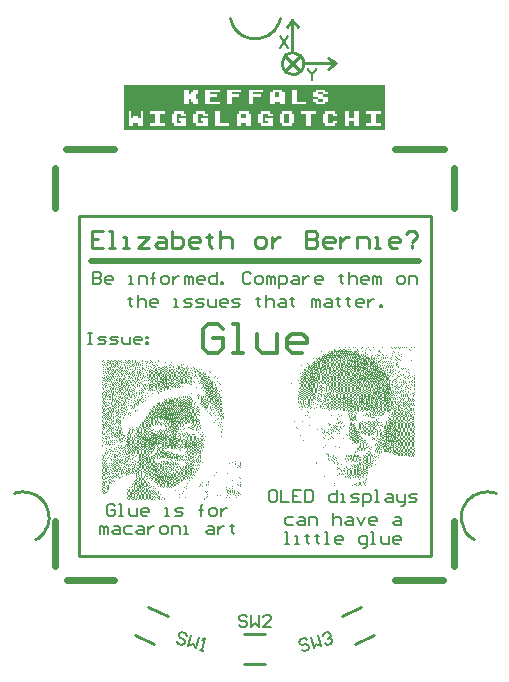
<source format=gto>
G04*
G04 #@! TF.GenerationSoftware,Altium Limited,Altium Designer,22.7.1 (60)*
G04*
G04 Layer_Color=65535*
%FSLAX25Y25*%
%MOIN*%
G70*
G04*
G04 #@! TF.SameCoordinates,BCCB9F90-4AA1-44C7-A5C0-69E822051F84*
G04*
G04*
G04 #@! TF.FilePolarity,Positive*
G04*
G01*
G75*
%ADD10C,0.01000*%
%ADD11C,0.01968*%
%ADD12C,0.02362*%
%ADD13C,0.00600*%
%ADD14C,0.01476*%
%ADD15C,0.00856*%
G36*
X229008Y294000D02*
Y293200D01*
Y292400D01*
Y291600D01*
Y290800D01*
Y290000D01*
Y289200D01*
Y288400D01*
Y287600D01*
Y286800D01*
Y286000D01*
Y285200D01*
Y284400D01*
Y283600D01*
Y282800D01*
Y282000D01*
Y281200D01*
Y280400D01*
Y279600D01*
X141808D01*
Y280400D01*
Y281200D01*
Y282000D01*
Y282800D01*
Y283600D01*
Y284400D01*
Y285200D01*
Y286000D01*
Y286800D01*
Y287600D01*
Y288400D01*
Y289200D01*
Y290000D01*
Y290800D01*
Y291600D01*
Y292400D01*
Y293200D01*
Y294000D01*
Y294800D01*
X229008D01*
Y294000D01*
D02*
G37*
G36*
X238540Y207321D02*
X238773D01*
Y207089D01*
X238540D01*
Y207321D01*
X238307D01*
Y207554D01*
X238540D01*
Y207321D01*
D02*
G37*
G36*
X237610D02*
X237842D01*
Y207089D01*
X237610D01*
Y207321D01*
X237378D01*
Y207554D01*
X237610D01*
Y207321D01*
D02*
G37*
G36*
X236912D02*
Y207089D01*
X236680D01*
Y207321D01*
Y207554D01*
X236912D01*
Y207321D01*
D02*
G37*
G36*
X236215D02*
Y207089D01*
X235982D01*
Y207321D01*
Y207554D01*
X236215D01*
Y207321D01*
D02*
G37*
G36*
X235518D02*
Y207089D01*
X235285D01*
Y207321D01*
Y207554D01*
X235518D01*
Y207321D01*
D02*
G37*
G36*
X234820D02*
Y207089D01*
X234588D01*
Y207321D01*
Y207554D01*
X234820D01*
Y207321D01*
D02*
G37*
G36*
X234122D02*
Y207089D01*
X233890D01*
Y207321D01*
Y207554D01*
X234122D01*
Y207321D01*
D02*
G37*
G36*
X233425D02*
Y207089D01*
X233192D01*
Y207321D01*
Y207554D01*
X233425D01*
Y207321D01*
D02*
G37*
G36*
X232728D02*
Y207089D01*
X232495D01*
Y207321D01*
Y207554D01*
X232728D01*
Y207321D01*
D02*
G37*
G36*
X232030D02*
Y207089D01*
X231798D01*
Y207321D01*
Y207554D01*
X232030D01*
Y207321D01*
D02*
G37*
G36*
X230868D02*
X231100D01*
Y207089D01*
X230868D01*
Y207321D01*
X230635D01*
Y207554D01*
X230868D01*
Y207321D01*
D02*
G37*
G36*
X222032D02*
X222265D01*
Y207089D01*
X222032D01*
Y207321D01*
X221800D01*
Y207554D01*
X222032D01*
Y207321D01*
D02*
G37*
G36*
X221335D02*
X221568D01*
Y207089D01*
X221335D01*
Y207321D01*
X221102D01*
Y207554D01*
X221335D01*
Y207321D01*
D02*
G37*
G36*
X220637D02*
Y207089D01*
X220405D01*
Y207321D01*
Y207554D01*
X220637D01*
Y207321D01*
D02*
G37*
G36*
X219940D02*
Y207089D01*
X219707D01*
Y207321D01*
Y207554D01*
X219940D01*
Y207321D01*
D02*
G37*
G36*
X219243D02*
Y207089D01*
X219010D01*
Y207321D01*
Y207554D01*
X219243D01*
Y207321D01*
D02*
G37*
G36*
X218545D02*
Y207089D01*
X218313D01*
Y207321D01*
Y207554D01*
X218545D01*
Y207321D01*
D02*
G37*
G36*
X216917D02*
X217150D01*
Y207089D01*
X216917D01*
Y207321D01*
X216685D01*
Y207554D01*
X216917D01*
Y207321D01*
D02*
G37*
G36*
X215523D02*
X215755D01*
Y207089D01*
X215523D01*
Y207321D01*
X215290D01*
Y207554D01*
X215523D01*
Y207321D01*
D02*
G37*
G36*
X213663D02*
X213895D01*
Y207089D01*
X213663D01*
Y207321D01*
X213430D01*
Y207554D01*
X213663D01*
Y207321D01*
D02*
G37*
G36*
X227845D02*
X228078D01*
Y207089D01*
X228310D01*
Y206856D01*
X228078D01*
Y207089D01*
X227845D01*
Y207321D01*
X227612D01*
Y207554D01*
X227845D01*
Y207321D01*
D02*
G37*
G36*
X224822D02*
X225055D01*
Y207089D01*
X225288D01*
Y206856D01*
X225055D01*
Y207089D01*
X224822D01*
Y207321D01*
X224590D01*
Y207554D01*
X224822D01*
Y207321D01*
D02*
G37*
G36*
X223195D02*
X223428D01*
Y207089D01*
X223660D01*
Y206856D01*
X223428D01*
Y207089D01*
X223195D01*
Y207321D01*
X222962D01*
Y207554D01*
X223195D01*
Y207321D01*
D02*
G37*
G36*
X233890Y206856D02*
X234122D01*
Y206624D01*
X233890D01*
Y206856D01*
X233658D01*
Y207089D01*
X233890D01*
Y206856D01*
D02*
G37*
G36*
X232495D02*
Y206624D01*
X232262D01*
Y206856D01*
Y207089D01*
X232495D01*
Y206856D01*
D02*
G37*
G36*
X231565D02*
X231798D01*
Y206624D01*
X231565D01*
Y206856D01*
X231332D01*
Y207089D01*
X231565D01*
Y206856D01*
D02*
G37*
G36*
X230635D02*
X230868D01*
Y206624D01*
X230635D01*
Y206856D01*
X230402D01*
Y207089D01*
X230635D01*
Y206856D01*
D02*
G37*
G36*
X227612D02*
Y206624D01*
X227380D01*
Y206856D01*
Y207089D01*
X227612D01*
Y206856D01*
D02*
G37*
G36*
X224590D02*
Y206624D01*
X224358D01*
Y206856D01*
Y207089D01*
X224590D01*
Y206856D01*
D02*
G37*
G36*
X222730D02*
X222962D01*
Y206624D01*
X222730D01*
Y206856D01*
X222498D01*
Y207089D01*
X222730D01*
Y206856D01*
D02*
G37*
G36*
X221102D02*
X221335D01*
Y206624D01*
X221102D01*
Y206856D01*
X220870D01*
Y207089D01*
X221102D01*
Y206856D01*
D02*
G37*
G36*
X217615D02*
X217847D01*
Y206624D01*
X217615D01*
Y206856D01*
X217383D01*
Y207089D01*
X217615D01*
Y206856D01*
D02*
G37*
G36*
X237145Y206391D02*
X237378D01*
Y206159D01*
X237145D01*
Y206391D01*
X236912D01*
Y206624D01*
X237145D01*
Y206391D01*
D02*
G37*
G36*
X226915D02*
X227148D01*
Y206159D01*
X226915D01*
Y206391D01*
X226682D01*
Y206624D01*
X226915D01*
Y206391D01*
D02*
G37*
G36*
X223892D02*
X224125D01*
Y206159D01*
X223892D01*
Y206391D01*
X223660D01*
Y206624D01*
X223892D01*
Y206391D01*
D02*
G37*
G36*
X222265D02*
X222498D01*
Y206159D01*
X222265D01*
Y206391D01*
X222032D01*
Y206624D01*
X222265D01*
Y206391D01*
D02*
G37*
G36*
X219707D02*
Y206159D01*
X219475D01*
Y206391D01*
Y206624D01*
X219707D01*
Y206391D01*
D02*
G37*
G36*
X232262Y206159D02*
X232495D01*
Y205926D01*
X232262D01*
Y206159D01*
X232030D01*
Y206391D01*
X232262D01*
Y206159D01*
D02*
G37*
G36*
X227612D02*
X227845D01*
Y205926D01*
X227612D01*
Y206159D01*
X227380D01*
Y206391D01*
X227612D01*
Y206159D01*
D02*
G37*
G36*
X231332Y205926D02*
Y205694D01*
X231100D01*
Y205926D01*
Y206159D01*
X231332D01*
Y205926D01*
D02*
G37*
G36*
X226450D02*
X226682D01*
Y205694D01*
X226450D01*
Y205926D01*
X226218D01*
Y206159D01*
X226450D01*
Y205926D01*
D02*
G37*
G36*
X223428D02*
X223660D01*
Y205694D01*
X223428D01*
Y205926D01*
X223195D01*
Y206159D01*
X223428D01*
Y205926D01*
D02*
G37*
G36*
X221335D02*
X221568D01*
Y205694D01*
X221335D01*
Y205926D01*
X221102D01*
Y206159D01*
X221335D01*
Y205926D01*
D02*
G37*
G36*
X220173D02*
Y205694D01*
X219940D01*
Y205926D01*
Y206159D01*
X220173D01*
Y205926D01*
D02*
G37*
G36*
X215290Y206856D02*
X215523D01*
Y206624D01*
Y206391D01*
X215755D01*
Y206159D01*
X215987D01*
Y206391D01*
X215755D01*
Y206624D01*
Y206856D01*
X215987D01*
Y206624D01*
Y206391D01*
X216220D01*
Y206159D01*
Y205926D01*
X216453D01*
Y206159D01*
X216685D01*
Y205926D01*
Y205694D01*
X216917D01*
Y205461D01*
X217150D01*
Y205229D01*
X217383D01*
Y204996D01*
Y204764D01*
X217615D01*
Y204996D01*
Y205229D01*
X217383D01*
Y205461D01*
X217150D01*
Y205694D01*
X216917D01*
Y205926D01*
Y206159D01*
X216685D01*
Y206391D01*
X216453D01*
Y206624D01*
X216220D01*
Y206856D01*
X216453D01*
Y206624D01*
X216685D01*
Y206391D01*
X216917D01*
Y206159D01*
X217150D01*
Y205926D01*
X217383D01*
Y205694D01*
X217615D01*
Y205461D01*
X217847D01*
Y205229D01*
X218080D01*
Y204996D01*
Y204764D01*
X218313D01*
Y204996D01*
Y205229D01*
X218080D01*
Y205461D01*
X217847D01*
Y205694D01*
X217615D01*
Y205926D01*
X217383D01*
Y206159D01*
Y206391D01*
X217150D01*
Y206624D01*
X217383D01*
Y206391D01*
X217615D01*
Y206159D01*
Y205926D01*
X217847D01*
Y205694D01*
X218080D01*
Y205926D01*
X217847D01*
Y206159D01*
X218080D01*
Y205926D01*
X218313D01*
Y205694D01*
Y205461D01*
X218545D01*
Y205694D01*
Y205926D01*
X218313D01*
Y206159D01*
X218080D01*
Y206391D01*
Y206624D01*
X218313D01*
Y206391D01*
Y206159D01*
X218545D01*
Y205926D01*
X218777D01*
Y205694D01*
Y205461D01*
X219010D01*
Y205229D01*
X219243D01*
Y204996D01*
X219475D01*
Y205229D01*
X219243D01*
Y205461D01*
X219010D01*
Y205694D01*
Y205926D01*
X218777D01*
Y206159D01*
X219010D01*
Y205926D01*
X219475D01*
Y205694D01*
X219707D01*
Y205461D01*
X220173D01*
Y205229D01*
Y204996D01*
Y204764D01*
X220405D01*
Y204996D01*
Y205229D01*
Y205461D01*
X220637D01*
Y205229D01*
Y204996D01*
Y204764D01*
Y204531D01*
X220870D01*
Y204299D01*
Y204066D01*
Y203834D01*
X221102D01*
Y204066D01*
Y204299D01*
Y204531D01*
X220870D01*
Y204764D01*
Y204996D01*
Y205229D01*
X221102D01*
Y204996D01*
Y204764D01*
X221335D01*
Y204531D01*
Y204299D01*
X221568D01*
Y204066D01*
X221800D01*
Y203834D01*
X222032D01*
Y204066D01*
X221800D01*
Y204299D01*
X221568D01*
Y204531D01*
Y204764D01*
Y204996D01*
X221335D01*
Y205229D01*
X221568D01*
Y204996D01*
X221800D01*
Y204764D01*
Y204531D01*
X222032D01*
Y204299D01*
Y204066D01*
X222265D01*
Y203834D01*
Y203601D01*
X222498D01*
Y203834D01*
Y204066D01*
X222265D01*
Y204299D01*
Y204531D01*
Y204764D01*
X222032D01*
Y204996D01*
X222265D01*
Y204764D01*
X222498D01*
Y204531D01*
Y204299D01*
Y204066D01*
X222730D01*
Y203834D01*
Y203601D01*
Y203369D01*
X222962D01*
Y203136D01*
Y202904D01*
X223195D01*
Y203136D01*
Y203369D01*
X222962D01*
Y203601D01*
Y203834D01*
Y204066D01*
X222730D01*
Y204299D01*
X222962D01*
Y204066D01*
X223660D01*
Y203834D01*
X223892D01*
Y203601D01*
Y203369D01*
Y203136D01*
X224125D01*
Y202904D01*
X224358D01*
Y202671D01*
X224590D01*
Y202439D01*
X224822D01*
Y202671D01*
X224590D01*
Y202904D01*
X224358D01*
Y203136D01*
X224125D01*
Y203369D01*
Y203601D01*
X224358D01*
Y203369D01*
Y203136D01*
X224590D01*
Y202904D01*
X224822D01*
Y202671D01*
X225055D01*
Y202439D01*
Y202206D01*
Y201974D01*
X225288D01*
Y201741D01*
X225520D01*
Y201509D01*
X225752D01*
Y201276D01*
X225985D01*
Y201044D01*
X226218D01*
Y201276D01*
X225985D01*
Y201509D01*
X225752D01*
Y201741D01*
X225520D01*
Y201974D01*
X225288D01*
Y202206D01*
Y202439D01*
Y202671D01*
X225055D01*
Y202904D01*
X224822D01*
Y203136D01*
X224590D01*
Y203369D01*
X224822D01*
Y203136D01*
X225055D01*
Y202904D01*
X225288D01*
Y202671D01*
X225520D01*
Y202439D01*
Y202206D01*
Y201974D01*
X225752D01*
Y201741D01*
X225985D01*
Y201509D01*
X226218D01*
Y201276D01*
X226450D01*
Y201044D01*
Y200811D01*
X226682D01*
Y200579D01*
X226915D01*
Y200346D01*
Y200114D01*
Y199881D01*
Y199649D01*
X227148D01*
Y199416D01*
X227380D01*
Y199184D01*
X227612D01*
Y199416D01*
X227380D01*
Y199649D01*
X227148D01*
Y199881D01*
Y200114D01*
Y200346D01*
Y200579D01*
X226915D01*
Y200811D01*
X226682D01*
Y201044D01*
Y201276D01*
X226450D01*
Y201509D01*
X226218D01*
Y201741D01*
X225985D01*
Y201974D01*
X225752D01*
Y202206D01*
X225985D01*
Y201974D01*
X226218D01*
Y201741D01*
X226450D01*
Y201509D01*
X226682D01*
Y201276D01*
X226915D01*
Y201044D01*
Y200811D01*
X227148D01*
Y200579D01*
X227380D01*
Y200346D01*
Y200114D01*
Y199881D01*
Y199649D01*
X227612D01*
Y199416D01*
X227845D01*
Y199184D01*
Y198951D01*
X228078D01*
Y199184D01*
Y199416D01*
X227845D01*
Y199649D01*
X227612D01*
Y199881D01*
Y200114D01*
Y200346D01*
Y200579D01*
X227380D01*
Y200811D01*
X227148D01*
Y201044D01*
Y201276D01*
Y201509D01*
X226915D01*
Y201741D01*
X226682D01*
Y201974D01*
X226450D01*
Y202206D01*
Y202439D01*
Y202671D01*
X226218D01*
Y202904D01*
X225985D01*
Y203136D01*
X225752D01*
Y203369D01*
X225985D01*
Y203136D01*
X226218D01*
Y202904D01*
X226450D01*
Y202671D01*
X226682D01*
Y202439D01*
Y202206D01*
Y201974D01*
X226915D01*
Y201741D01*
X227148D01*
Y201509D01*
X227380D01*
Y201276D01*
Y201044D01*
Y200811D01*
X227612D01*
Y200579D01*
X227845D01*
Y200346D01*
Y200114D01*
Y199881D01*
Y199649D01*
X228078D01*
Y199416D01*
X228310D01*
Y199184D01*
Y198951D01*
Y198719D01*
X228542D01*
Y198951D01*
Y199184D01*
Y199416D01*
X228310D01*
Y199649D01*
X228078D01*
Y199881D01*
Y200114D01*
X228310D01*
Y199881D01*
Y199649D01*
X228542D01*
Y199416D01*
X228775D01*
Y199184D01*
Y198951D01*
Y198719D01*
Y198486D01*
X229008D01*
Y198719D01*
X229240D01*
Y198486D01*
Y198254D01*
Y198021D01*
Y197789D01*
X229472D01*
Y197556D01*
Y197324D01*
X229705D01*
Y197091D01*
Y196859D01*
X229938D01*
Y196626D01*
X230170D01*
Y196394D01*
X230402D01*
Y196161D01*
X230170D01*
Y196394D01*
X229705D01*
Y196161D01*
X230170D01*
Y195929D01*
X230402D01*
Y195696D01*
Y195464D01*
Y195231D01*
Y194999D01*
Y194766D01*
X230635D01*
Y194534D01*
X230868D01*
Y194301D01*
X230635D01*
Y194534D01*
X230170D01*
Y194766D01*
X229938D01*
Y194999D01*
X229705D01*
Y194766D01*
X229938D01*
Y194534D01*
X230170D01*
Y194301D01*
X230635D01*
Y194069D01*
X230868D01*
Y193836D01*
X231100D01*
Y193604D01*
X231332D01*
Y193371D01*
Y193139D01*
X231565D01*
Y192906D01*
Y192674D01*
X231798D01*
Y192441D01*
Y192209D01*
X232030D01*
Y191976D01*
X231798D01*
Y192209D01*
X231565D01*
Y192441D01*
Y192674D01*
X231332D01*
Y192906D01*
Y193139D01*
X231100D01*
Y193371D01*
Y193604D01*
X230868D01*
Y193836D01*
X230635D01*
Y194069D01*
X230402D01*
Y193836D01*
X230635D01*
Y193604D01*
X230868D01*
Y193371D01*
Y193139D01*
Y192906D01*
X231100D01*
Y192674D01*
Y192441D01*
X231332D01*
Y192209D01*
X231100D01*
Y191976D01*
X231565D01*
Y191744D01*
X231798D01*
Y191511D01*
X231565D01*
Y191744D01*
X230868D01*
Y191976D01*
X230635D01*
Y192209D01*
X230402D01*
Y191976D01*
X230635D01*
Y191744D01*
X230868D01*
Y191511D01*
X231332D01*
Y191279D01*
X231565D01*
Y191046D01*
X231332D01*
Y191279D01*
X231100D01*
Y191046D01*
X231332D01*
Y190814D01*
X231565D01*
Y190581D01*
Y190349D01*
X231798D01*
Y190116D01*
Y189884D01*
X232030D01*
Y189651D01*
X232262D01*
Y189419D01*
X232495D01*
Y189186D01*
X232262D01*
Y189419D01*
X232030D01*
Y189651D01*
X231798D01*
Y189884D01*
X231565D01*
Y190116D01*
Y190349D01*
X231332D01*
Y190581D01*
Y190814D01*
X231100D01*
Y191046D01*
X230868D01*
Y191279D01*
X230635D01*
Y191511D01*
X230402D01*
Y191744D01*
X230170D01*
Y191511D01*
X230402D01*
Y191279D01*
X230635D01*
Y191046D01*
X230868D01*
Y190814D01*
X231100D01*
Y190581D01*
Y190349D01*
X231332D01*
Y190116D01*
Y189884D01*
X231565D01*
Y189651D01*
X231332D01*
Y189884D01*
X231100D01*
Y190116D01*
Y190349D01*
X230868D01*
Y190581D01*
Y190814D01*
X230635D01*
Y190581D01*
Y190349D01*
X230868D01*
Y190116D01*
Y189884D01*
X231100D01*
Y189651D01*
X231332D01*
Y189419D01*
X231565D01*
Y189186D01*
Y188954D01*
Y188721D01*
Y188489D01*
X231798D01*
Y188256D01*
Y188024D01*
X231565D01*
Y188256D01*
Y188489D01*
X231332D01*
Y188721D01*
Y188954D01*
Y189186D01*
Y189419D01*
X231100D01*
Y189651D01*
X230868D01*
Y189884D01*
X230635D01*
Y190116D01*
X230402D01*
Y189884D01*
X230635D01*
Y189651D01*
X230868D01*
Y189419D01*
X231100D01*
Y189186D01*
Y188954D01*
Y188721D01*
Y188489D01*
X231332D01*
Y188256D01*
X231100D01*
Y188489D01*
X230868D01*
Y188721D01*
Y188954D01*
Y189186D01*
Y189419D01*
X230635D01*
Y189186D01*
Y188954D01*
Y188721D01*
Y188489D01*
X230868D01*
Y188256D01*
X231100D01*
Y188024D01*
Y187791D01*
X231332D01*
Y187559D01*
X231565D01*
Y187326D01*
X231798D01*
Y187094D01*
X232030D01*
Y186861D01*
Y186629D01*
X232262D01*
Y186396D01*
X232495D01*
Y186164D01*
Y185931D01*
Y185699D01*
X232728D01*
Y185466D01*
X232960D01*
Y185234D01*
X233192D01*
Y185001D01*
X233425D01*
Y184769D01*
X233658D01*
Y184536D01*
Y184304D01*
X233890D01*
Y184071D01*
X234122D01*
Y183839D01*
Y183606D01*
Y183374D01*
Y183141D01*
X234355D01*
Y182909D01*
Y182676D01*
Y182444D01*
X234588D01*
Y182211D01*
Y181979D01*
X234820D01*
Y181746D01*
Y181514D01*
X235052D01*
Y181281D01*
X235285D01*
Y181049D01*
Y180816D01*
Y180584D01*
Y180351D01*
X235518D01*
Y180119D01*
Y179886D01*
X235750D01*
Y179654D01*
X235982D01*
Y179421D01*
Y179189D01*
X236215D01*
Y178956D01*
Y178724D01*
Y178491D01*
Y178259D01*
Y178026D01*
Y177794D01*
X236448D01*
Y177561D01*
Y177329D01*
Y177096D01*
X236680D01*
Y176864D01*
Y176631D01*
Y176399D01*
X236912D01*
Y176166D01*
X237145D01*
Y175934D01*
X237378D01*
Y175701D01*
X237610D01*
Y175469D01*
Y175236D01*
X237842D01*
Y175004D01*
X238075D01*
Y174771D01*
Y174539D01*
X237842D01*
Y174771D01*
Y175004D01*
X237610D01*
Y175236D01*
X237378D01*
Y175469D01*
Y175701D01*
X237145D01*
Y175934D01*
X236912D01*
Y176166D01*
X236680D01*
Y176399D01*
X236448D01*
Y176631D01*
Y176864D01*
Y177096D01*
X236215D01*
Y177329D01*
Y177561D01*
Y177794D01*
X235982D01*
Y178026D01*
Y178259D01*
Y178491D01*
Y178724D01*
Y178956D01*
Y179189D01*
X235750D01*
Y179421D01*
Y179654D01*
X235518D01*
Y179886D01*
X235285D01*
Y180119D01*
Y180351D01*
X235052D01*
Y180584D01*
Y180816D01*
Y181049D01*
Y181281D01*
X234820D01*
Y181514D01*
X234588D01*
Y181746D01*
Y181979D01*
X234355D01*
Y182211D01*
Y182444D01*
X234122D01*
Y182676D01*
Y182909D01*
Y183141D01*
X233890D01*
Y183374D01*
Y183606D01*
Y183839D01*
Y184071D01*
X233658D01*
Y184304D01*
X233425D01*
Y184536D01*
Y184769D01*
X233192D01*
Y185001D01*
X232960D01*
Y185234D01*
X232728D01*
Y185466D01*
X232495D01*
Y185699D01*
X232262D01*
Y185931D01*
Y186164D01*
Y186396D01*
X232030D01*
Y186629D01*
X231798D01*
Y186861D01*
Y187094D01*
X231565D01*
Y187326D01*
X231332D01*
Y187559D01*
X231100D01*
Y187791D01*
X230868D01*
Y188024D01*
Y188256D01*
X230635D01*
Y188489D01*
X230402D01*
Y188721D01*
X230170D01*
Y188489D01*
X230402D01*
Y188256D01*
X230635D01*
Y188024D01*
Y187791D01*
X230868D01*
Y187559D01*
X231100D01*
Y187326D01*
Y187094D01*
Y186861D01*
Y186629D01*
X231332D01*
Y186396D01*
Y186164D01*
X231565D01*
Y185931D01*
X231332D01*
Y186164D01*
X231100D01*
Y186396D01*
Y186629D01*
X230868D01*
Y186861D01*
Y187094D01*
Y187326D01*
Y187559D01*
X230635D01*
Y187791D01*
X230402D01*
Y188024D01*
X230170D01*
Y188256D01*
X229938D01*
Y188024D01*
X230170D01*
Y187791D01*
X230402D01*
Y187559D01*
X230635D01*
Y187326D01*
Y187094D01*
Y186861D01*
Y186629D01*
X230868D01*
Y186396D01*
Y186164D01*
X230635D01*
Y186396D01*
Y186629D01*
X230402D01*
Y186861D01*
Y187094D01*
Y187326D01*
X230170D01*
Y187559D01*
X229938D01*
Y187791D01*
X229705D01*
Y187559D01*
X229938D01*
Y187326D01*
X230170D01*
Y187094D01*
Y186861D01*
Y186629D01*
X230402D01*
Y186396D01*
Y186164D01*
X230635D01*
Y185931D01*
Y185699D01*
X230402D01*
Y185931D01*
X230170D01*
Y186164D01*
X229938D01*
Y186396D01*
X229705D01*
Y186164D01*
X229938D01*
Y185931D01*
X230170D01*
Y185699D01*
X230402D01*
Y185466D01*
X230170D01*
Y185699D01*
X229938D01*
Y185931D01*
X229705D01*
Y186164D01*
X229472D01*
Y186396D01*
Y186629D01*
Y186861D01*
Y187094D01*
X229240D01*
Y187326D01*
Y187559D01*
X229008D01*
Y187791D01*
Y188024D01*
Y188256D01*
Y188489D01*
X228775D01*
Y188721D01*
Y188954D01*
X228542D01*
Y189186D01*
Y189419D01*
X228310D01*
Y189651D01*
X228078D01*
Y189884D01*
Y190116D01*
Y190349D01*
Y190581D01*
X227845D01*
Y190814D01*
X227612D01*
Y191046D01*
Y191279D01*
Y191511D01*
Y191744D01*
X227380D01*
Y191976D01*
X227148D01*
Y192209D01*
X226915D01*
Y192441D01*
Y192674D01*
X226682D01*
Y192906D01*
Y193139D01*
X226450D01*
Y192906D01*
Y192674D01*
X226682D01*
Y192441D01*
Y192209D01*
X226915D01*
Y191976D01*
X227148D01*
Y191744D01*
X227380D01*
Y191511D01*
Y191279D01*
Y191046D01*
Y190814D01*
X227612D01*
Y190581D01*
X227845D01*
Y190349D01*
Y190116D01*
Y189884D01*
Y189651D01*
X228078D01*
Y189419D01*
X228310D01*
Y189186D01*
Y188954D01*
X228542D01*
Y188721D01*
Y188489D01*
X228775D01*
Y188256D01*
Y188024D01*
Y187791D01*
Y187559D01*
X229008D01*
Y187326D01*
Y187094D01*
X229240D01*
Y186861D01*
Y186629D01*
Y186396D01*
Y186164D01*
X229472D01*
Y185931D01*
X229705D01*
Y185699D01*
X229938D01*
Y185466D01*
Y185234D01*
X229705D01*
Y185466D01*
Y185699D01*
X229472D01*
Y185931D01*
X229240D01*
Y186164D01*
X229008D01*
Y186396D01*
Y186629D01*
Y186861D01*
Y187094D01*
X228775D01*
Y187326D01*
Y187559D01*
X228542D01*
Y187791D01*
Y188024D01*
Y188256D01*
X228310D01*
Y188489D01*
Y188721D01*
X228078D01*
Y188954D01*
Y189186D01*
Y189419D01*
X227845D01*
Y189651D01*
X227612D01*
Y189419D01*
X227845D01*
Y189186D01*
Y188954D01*
Y188721D01*
X228078D01*
Y188489D01*
Y188256D01*
X228310D01*
Y188024D01*
Y187791D01*
Y187559D01*
X228542D01*
Y187326D01*
Y187094D01*
X228775D01*
Y186861D01*
Y186629D01*
Y186396D01*
Y186164D01*
X229008D01*
Y185931D01*
Y185699D01*
X228775D01*
Y185931D01*
Y186164D01*
X228542D01*
Y186396D01*
Y186629D01*
Y186861D01*
Y187094D01*
X228310D01*
Y186861D01*
Y186629D01*
Y186396D01*
Y186164D01*
X228542D01*
Y185931D01*
Y185699D01*
X228775D01*
Y185466D01*
X229008D01*
Y185234D01*
X228775D01*
Y185466D01*
X228542D01*
Y185699D01*
X228310D01*
Y185931D01*
X228078D01*
Y186164D01*
Y186396D01*
Y186629D01*
Y186861D01*
Y187094D01*
Y187326D01*
X227845D01*
Y187559D01*
X227612D01*
Y187791D01*
X227380D01*
Y188024D01*
X227148D01*
Y188256D01*
X226915D01*
Y188024D01*
X227148D01*
Y187791D01*
X227380D01*
Y187559D01*
X227612D01*
Y187326D01*
X227845D01*
Y187094D01*
Y186861D01*
Y186629D01*
Y186396D01*
Y186164D01*
Y185931D01*
X228078D01*
Y185699D01*
X228310D01*
Y185466D01*
X228542D01*
Y185234D01*
Y185001D01*
Y184769D01*
X228310D01*
Y185001D01*
Y185234D01*
Y185466D01*
X228078D01*
Y185699D01*
X227845D01*
Y185931D01*
X227612D01*
Y186164D01*
X227380D01*
Y186396D01*
X227148D01*
Y186629D01*
X226915D01*
Y186861D01*
X226682D01*
Y187094D01*
X226450D01*
Y187326D01*
X226218D01*
Y187559D01*
X225985D01*
Y187791D01*
X225752D01*
Y187559D01*
X225985D01*
Y187326D01*
X226218D01*
Y187094D01*
X226450D01*
Y186861D01*
X226682D01*
Y186629D01*
X226915D01*
Y186396D01*
X227148D01*
Y186164D01*
X227380D01*
Y185931D01*
X227612D01*
Y185699D01*
X227845D01*
Y185466D01*
X228078D01*
Y185234D01*
Y185001D01*
Y184769D01*
X228310D01*
Y184536D01*
X228542D01*
Y184304D01*
X228310D01*
Y184536D01*
X228078D01*
Y184769D01*
X227845D01*
Y185001D01*
Y185234D01*
Y185466D01*
X227612D01*
Y185699D01*
X227380D01*
Y185931D01*
X227148D01*
Y186164D01*
X226915D01*
Y185931D01*
X227148D01*
Y185699D01*
X227380D01*
Y185466D01*
X227612D01*
Y185234D01*
Y185001D01*
Y184769D01*
X227845D01*
Y184536D01*
Y184304D01*
X227612D01*
Y184536D01*
Y184769D01*
X227380D01*
Y185001D01*
Y185234D01*
Y185466D01*
X227148D01*
Y185699D01*
X226915D01*
Y185931D01*
X226682D01*
Y186164D01*
Y186396D01*
Y186629D01*
X226450D01*
Y186396D01*
Y186164D01*
Y185931D01*
X226682D01*
Y185699D01*
X226915D01*
Y185466D01*
X227148D01*
Y185234D01*
X226915D01*
Y185466D01*
X226682D01*
Y185699D01*
X226450D01*
Y185931D01*
X226218D01*
Y186164D01*
Y186396D01*
Y186629D01*
Y186861D01*
X225985D01*
Y187094D01*
X225752D01*
Y187326D01*
X225520D01*
Y187094D01*
X225752D01*
Y186861D01*
X225985D01*
Y186629D01*
Y186396D01*
Y186164D01*
Y185931D01*
X226218D01*
Y185699D01*
X226450D01*
Y185466D01*
Y185234D01*
X226682D01*
Y185001D01*
X226450D01*
Y185234D01*
X226218D01*
Y185466D01*
Y185699D01*
X225985D01*
Y185931D01*
X225752D01*
Y186164D01*
Y186396D01*
Y186629D01*
Y186861D01*
X225520D01*
Y187094D01*
X225288D01*
Y187326D01*
Y187559D01*
X225055D01*
Y187791D01*
Y188024D01*
X224822D01*
Y188256D01*
Y188489D01*
X224590D01*
Y188256D01*
Y188024D01*
X224822D01*
Y187791D01*
Y187559D01*
X225055D01*
Y187326D01*
Y187094D01*
X225288D01*
Y186861D01*
X225520D01*
Y186629D01*
Y186396D01*
Y186164D01*
X225288D01*
Y186396D01*
Y186629D01*
X225055D01*
Y186861D01*
X224822D01*
Y187094D01*
X224590D01*
Y187326D01*
X224358D01*
Y187559D01*
X224125D01*
Y187791D01*
X223892D01*
Y187559D01*
X224125D01*
Y187326D01*
X224358D01*
Y187094D01*
X224590D01*
Y186861D01*
X224822D01*
Y186629D01*
X225055D01*
Y186396D01*
Y186164D01*
X225288D01*
Y185931D01*
X225520D01*
Y185699D01*
X225752D01*
Y185466D01*
Y185234D01*
X225985D01*
Y185001D01*
Y184769D01*
X226218D01*
Y184536D01*
Y184304D01*
X225985D01*
Y184536D01*
Y184769D01*
X225752D01*
Y185001D01*
Y185234D01*
X225520D01*
Y185466D01*
Y185699D01*
X225288D01*
Y185931D01*
X225055D01*
Y186164D01*
X224822D01*
Y186396D01*
Y186629D01*
X224590D01*
Y186861D01*
X224358D01*
Y186629D01*
X224590D01*
Y186396D01*
Y186164D01*
Y185931D01*
X224822D01*
Y185699D01*
X225055D01*
Y185466D01*
Y185234D01*
X225288D01*
Y185001D01*
X225520D01*
Y184769D01*
X225752D01*
Y184536D01*
Y184304D01*
X225520D01*
Y184536D01*
Y184769D01*
X225055D01*
Y185001D01*
Y185234D01*
X224822D01*
Y185466D01*
Y185699D01*
X224590D01*
Y185931D01*
X224358D01*
Y186164D01*
Y186396D01*
X224125D01*
Y186629D01*
Y186861D01*
Y187094D01*
X223892D01*
Y187326D01*
Y187559D01*
X223660D01*
Y187791D01*
Y188024D01*
X223428D01*
Y188256D01*
Y188489D01*
X223195D01*
Y188256D01*
Y188024D01*
X223428D01*
Y187791D01*
Y187559D01*
X223660D01*
Y187326D01*
Y187094D01*
X223892D01*
Y186861D01*
Y186629D01*
Y186396D01*
X224125D01*
Y186164D01*
Y185931D01*
X224358D01*
Y185699D01*
X224125D01*
Y185931D01*
X223892D01*
Y186164D01*
Y186396D01*
X223660D01*
Y186629D01*
Y186861D01*
X223428D01*
Y187094D01*
X223195D01*
Y187326D01*
X222962D01*
Y187559D01*
Y187791D01*
X222730D01*
Y187559D01*
Y187326D01*
X222962D01*
Y187094D01*
X223195D01*
Y186861D01*
X223428D01*
Y186629D01*
Y186396D01*
X223660D01*
Y186164D01*
Y185931D01*
X223428D01*
Y186164D01*
Y186396D01*
X223195D01*
Y186164D01*
X222962D01*
Y186396D01*
Y186629D01*
X222498D01*
Y186861D01*
X222265D01*
Y187094D01*
Y187326D01*
X222032D01*
Y187559D01*
Y187791D01*
Y188024D01*
X221800D01*
Y188256D01*
X221568D01*
Y188489D01*
Y188721D01*
X221335D01*
Y188954D01*
Y189186D01*
Y189419D01*
Y189651D01*
X221102D01*
Y189419D01*
Y189186D01*
Y188954D01*
Y188721D01*
X221335D01*
Y188489D01*
Y188256D01*
X221568D01*
Y188024D01*
X221800D01*
Y187791D01*
Y187559D01*
Y187326D01*
X222032D01*
Y187094D01*
Y186861D01*
X222265D01*
Y186629D01*
X222498D01*
Y186396D01*
X222730D01*
Y186164D01*
X222498D01*
Y186396D01*
X222265D01*
Y186629D01*
X222032D01*
Y186861D01*
X221800D01*
Y187094D01*
Y187326D01*
X221568D01*
Y187559D01*
Y187791D01*
Y188024D01*
X221335D01*
Y188256D01*
X221102D01*
Y188489D01*
X220870D01*
Y188721D01*
X220637D01*
Y188954D01*
X220405D01*
Y188721D01*
X220637D01*
Y188489D01*
X220870D01*
Y188256D01*
X221102D01*
Y188024D01*
X221335D01*
Y187791D01*
Y187559D01*
Y187326D01*
X221568D01*
Y187094D01*
Y186861D01*
X221800D01*
Y186629D01*
X222032D01*
Y186396D01*
X222265D01*
Y186164D01*
X222032D01*
Y186396D01*
X221800D01*
Y186629D01*
X221568D01*
Y186861D01*
X221335D01*
Y187094D01*
Y187326D01*
X221102D01*
Y187559D01*
Y187791D01*
Y188024D01*
X220870D01*
Y188256D01*
X220637D01*
Y188489D01*
X220405D01*
Y188256D01*
X220637D01*
Y188024D01*
X220870D01*
Y187791D01*
Y187559D01*
Y187326D01*
X221102D01*
Y187094D01*
Y186861D01*
X221335D01*
Y186629D01*
X221568D01*
Y186396D01*
X221800D01*
Y186164D01*
X221568D01*
Y186396D01*
X221335D01*
Y186629D01*
X221102D01*
Y186861D01*
X220870D01*
Y187094D01*
Y187326D01*
X220637D01*
Y187559D01*
Y187791D01*
X220405D01*
Y188024D01*
X220173D01*
Y188256D01*
Y188489D01*
Y188721D01*
Y188954D01*
Y189186D01*
Y189419D01*
Y189651D01*
Y189884D01*
Y190116D01*
Y190349D01*
X219940D01*
Y190581D01*
X219707D01*
Y190814D01*
Y191046D01*
X219475D01*
Y191279D01*
X219243D01*
Y191511D01*
X219010D01*
Y191744D01*
X218777D01*
Y191976D01*
Y192209D01*
X218545D01*
Y192441D01*
X218313D01*
Y192674D01*
X218080D01*
Y192906D01*
X217847D01*
Y193139D01*
Y193371D01*
Y193604D01*
X217615D01*
Y193371D01*
Y193139D01*
Y192906D01*
X217847D01*
Y192674D01*
X218080D01*
Y192441D01*
X218313D01*
Y192209D01*
X218545D01*
Y191976D01*
Y191744D01*
X218777D01*
Y191511D01*
X219010D01*
Y191279D01*
X219243D01*
Y191046D01*
X219475D01*
Y190814D01*
Y190581D01*
X219707D01*
Y190349D01*
X219940D01*
Y190116D01*
Y189884D01*
Y189651D01*
Y189419D01*
Y189186D01*
Y188954D01*
Y188721D01*
Y188489D01*
Y188256D01*
Y188024D01*
X220173D01*
Y187791D01*
X220405D01*
Y187559D01*
Y187326D01*
X220637D01*
Y187094D01*
Y186861D01*
X220870D01*
Y186629D01*
X221102D01*
Y186396D01*
X221335D01*
Y186164D01*
X221568D01*
Y185931D01*
Y185699D01*
X221335D01*
Y185931D01*
Y186164D01*
X221102D01*
Y186396D01*
X220870D01*
Y186629D01*
X220637D01*
Y186861D01*
X220405D01*
Y187094D01*
Y187326D01*
X220173D01*
Y187559D01*
Y187791D01*
X219940D01*
Y188024D01*
X219707D01*
Y188256D01*
X219475D01*
Y188489D01*
X219243D01*
Y188721D01*
X219010D01*
Y188954D01*
Y189186D01*
Y189419D01*
X218777D01*
Y189651D01*
Y189884D01*
X218545D01*
Y190116D01*
Y190349D01*
Y190581D01*
X218313D01*
Y190814D01*
X218080D01*
Y191046D01*
Y191279D01*
X217847D01*
Y191511D01*
X217615D01*
Y191744D01*
X217383D01*
Y191976D01*
Y192209D01*
X217150D01*
Y192441D01*
X216917D01*
Y192674D01*
X216685D01*
Y192906D01*
X216453D01*
Y193139D01*
Y193371D01*
Y193604D01*
X216220D01*
Y193836D01*
X215987D01*
Y194069D01*
X215755D01*
Y194301D01*
Y194534D01*
X215523D01*
Y194766D01*
Y194999D01*
X215290D01*
Y195231D01*
Y195464D01*
X215057D01*
Y195696D01*
X214825D01*
Y195929D01*
X214593D01*
Y196161D01*
X214360D01*
Y196394D01*
X214127D01*
Y196626D01*
Y196859D01*
X213895D01*
Y197091D01*
X213663D01*
Y197324D01*
X213430D01*
Y197556D01*
X213197D01*
Y197789D01*
X212965D01*
Y198021D01*
X212733D01*
Y198254D01*
Y198486D01*
Y198719D01*
X212500D01*
Y198951D01*
X212267D01*
Y198719D01*
X212500D01*
Y198486D01*
Y198254D01*
Y198021D01*
X212733D01*
Y197789D01*
X212965D01*
Y197556D01*
Y197324D01*
X213430D01*
Y197091D01*
X213663D01*
Y196859D01*
X213895D01*
Y196626D01*
Y196394D01*
X214127D01*
Y196161D01*
X214360D01*
Y195929D01*
X214593D01*
Y195696D01*
X214825D01*
Y195464D01*
X215057D01*
Y195231D01*
Y194999D01*
X215290D01*
Y194766D01*
Y194534D01*
X215523D01*
Y194301D01*
Y194069D01*
X215755D01*
Y193836D01*
X215987D01*
Y193604D01*
X216220D01*
Y193371D01*
Y193139D01*
Y192906D01*
X216453D01*
Y192674D01*
X216685D01*
Y192441D01*
X216917D01*
Y192209D01*
X217150D01*
Y191976D01*
Y191744D01*
X217383D01*
Y191511D01*
X217615D01*
Y191279D01*
X217847D01*
Y191046D01*
Y190814D01*
X218080D01*
Y190581D01*
X218313D01*
Y190349D01*
Y190116D01*
Y189884D01*
X218545D01*
Y189651D01*
Y189419D01*
X218777D01*
Y189186D01*
Y188954D01*
Y188721D01*
X219010D01*
Y188489D01*
X219243D01*
Y188256D01*
X219475D01*
Y188024D01*
X219707D01*
Y187791D01*
X219940D01*
Y187559D01*
Y187326D01*
X220173D01*
Y187094D01*
Y186861D01*
X220405D01*
Y186629D01*
X220637D01*
Y186396D01*
X220870D01*
Y186164D01*
X221102D01*
Y185931D01*
X220870D01*
Y186164D01*
X220637D01*
Y186396D01*
X220405D01*
Y186629D01*
X220173D01*
Y186861D01*
X219940D01*
Y187094D01*
Y187326D01*
X219707D01*
Y187559D01*
X219475D01*
Y187791D01*
X219243D01*
Y188024D01*
X219010D01*
Y188256D01*
X218777D01*
Y188489D01*
X218545D01*
Y188721D01*
Y188954D01*
X218313D01*
Y189186D01*
X218080D01*
Y189419D01*
X217847D01*
Y189186D01*
X218080D01*
Y188954D01*
X218313D01*
Y188721D01*
Y188489D01*
X218545D01*
Y188256D01*
X218777D01*
Y188024D01*
X219010D01*
Y187791D01*
X219243D01*
Y187559D01*
X219475D01*
Y187326D01*
X219707D01*
Y187094D01*
Y186861D01*
X219940D01*
Y186629D01*
X220173D01*
Y186396D01*
Y186164D01*
X219940D01*
Y186396D01*
Y186629D01*
X219707D01*
Y186861D01*
X219475D01*
Y187094D01*
Y187326D01*
X219243D01*
Y187559D01*
X219010D01*
Y187791D01*
X218777D01*
Y188024D01*
X218545D01*
Y188256D01*
X218313D01*
Y188489D01*
X218080D01*
Y188256D01*
X218313D01*
Y188024D01*
X218545D01*
Y187791D01*
X218777D01*
Y187559D01*
X219010D01*
Y187326D01*
X219243D01*
Y187094D01*
Y186861D01*
X219475D01*
Y186629D01*
X219707D01*
Y186396D01*
Y186164D01*
X219940D01*
Y185931D01*
X220173D01*
Y185699D01*
X219940D01*
Y185931D01*
X219707D01*
Y186164D01*
X219475D01*
Y186396D01*
Y186629D01*
X219243D01*
Y186861D01*
X219010D01*
Y187094D01*
X218777D01*
Y187326D01*
Y187559D01*
X218545D01*
Y187326D01*
Y187094D01*
X218777D01*
Y186861D01*
X219010D01*
Y186629D01*
X219243D01*
Y186396D01*
Y186164D01*
X219010D01*
Y186396D01*
Y186629D01*
X218777D01*
Y186861D01*
X218545D01*
Y187094D01*
X218313D01*
Y187326D01*
Y187559D01*
Y187791D01*
X218080D01*
Y188024D01*
X217847D01*
Y188256D01*
Y188489D01*
X217615D01*
Y188721D01*
Y188954D01*
X217383D01*
Y188721D01*
Y188489D01*
X217615D01*
Y188256D01*
Y188024D01*
X217847D01*
Y187791D01*
X218080D01*
Y187559D01*
Y187326D01*
Y187094D01*
X218313D01*
Y186861D01*
X218545D01*
Y186629D01*
X218777D01*
Y186396D01*
Y186164D01*
X219010D01*
Y185931D01*
Y185699D01*
X219243D01*
Y185466D01*
X219475D01*
Y185234D01*
X219243D01*
Y185466D01*
X219010D01*
Y185699D01*
X218777D01*
Y185931D01*
Y186164D01*
X218545D01*
Y186396D01*
Y186629D01*
X218313D01*
Y186861D01*
X218080D01*
Y187094D01*
X217847D01*
Y187326D01*
Y187559D01*
X217615D01*
Y187791D01*
Y188024D01*
X217383D01*
Y188256D01*
X217150D01*
Y188489D01*
X216917D01*
Y188721D01*
X216685D01*
Y188954D01*
X216453D01*
Y189186D01*
X216220D01*
Y189419D01*
X215987D01*
Y189651D01*
X215755D01*
Y189419D01*
X215987D01*
Y189186D01*
X216220D01*
Y188954D01*
X216453D01*
Y188721D01*
X216685D01*
Y188489D01*
X216917D01*
Y188256D01*
X217150D01*
Y188024D01*
X217383D01*
Y187791D01*
Y187559D01*
X217615D01*
Y187326D01*
Y187094D01*
X217847D01*
Y186861D01*
X218080D01*
Y186629D01*
X218313D01*
Y186396D01*
X218080D01*
Y186629D01*
X217847D01*
Y186861D01*
X217615D01*
Y187094D01*
X217383D01*
Y187326D01*
X217150D01*
Y187559D01*
Y187791D01*
X216917D01*
Y188024D01*
X216685D01*
Y188256D01*
Y188489D01*
X216453D01*
Y188256D01*
Y188024D01*
X216685D01*
Y187791D01*
X216917D01*
Y187559D01*
Y187326D01*
X217150D01*
Y187094D01*
X217383D01*
Y186861D01*
X217615D01*
Y186629D01*
X217847D01*
Y186396D01*
X218080D01*
Y186164D01*
X218313D01*
Y185931D01*
X218545D01*
Y185699D01*
X218313D01*
Y185931D01*
X218080D01*
Y186164D01*
X217847D01*
Y186396D01*
X217615D01*
Y186629D01*
X217383D01*
Y186861D01*
X217150D01*
Y187094D01*
X216917D01*
Y187326D01*
X216685D01*
Y187094D01*
X216917D01*
Y186861D01*
X217150D01*
Y186629D01*
X217383D01*
Y186396D01*
X217615D01*
Y186164D01*
X217847D01*
Y185931D01*
Y185699D01*
X218080D01*
Y185466D01*
X218313D01*
Y185234D01*
X218545D01*
Y185001D01*
X218777D01*
Y184769D01*
X218545D01*
Y185001D01*
X218313D01*
Y185234D01*
X218080D01*
Y185466D01*
X217847D01*
Y185699D01*
X217615D01*
Y185931D01*
Y186164D01*
X217383D01*
Y186396D01*
X217150D01*
Y186629D01*
X216917D01*
Y186861D01*
X216685D01*
Y187094D01*
X216453D01*
Y187326D01*
Y187559D01*
X216220D01*
Y187791D01*
Y188024D01*
Y188256D01*
Y188489D01*
X215987D01*
Y188721D01*
X215755D01*
Y188489D01*
X215987D01*
Y188256D01*
Y188024D01*
Y187791D01*
Y187559D01*
X216220D01*
Y187326D01*
Y187094D01*
X216453D01*
Y186861D01*
X216685D01*
Y186629D01*
X216917D01*
Y186396D01*
X217150D01*
Y186164D01*
Y185931D01*
X217383D01*
Y185699D01*
X217615D01*
Y185466D01*
X217847D01*
Y185234D01*
X218080D01*
Y185001D01*
Y184769D01*
X218313D01*
Y184536D01*
X218777D01*
Y184304D01*
Y184071D01*
Y183839D01*
X219010D01*
Y183606D01*
X219243D01*
Y183374D01*
Y183141D01*
X219475D01*
Y182909D01*
X219243D01*
Y183141D01*
X219010D01*
Y183374D01*
X218777D01*
Y183606D01*
X218545D01*
Y183839D01*
X218313D01*
Y184071D01*
X218080D01*
Y184304D01*
X217847D01*
Y184536D01*
X217615D01*
Y184769D01*
X217383D01*
Y185001D01*
X217150D01*
Y185234D01*
X216917D01*
Y185466D01*
X216685D01*
Y185699D01*
X216453D01*
Y185931D01*
X216220D01*
Y186164D01*
X215987D01*
Y186396D01*
X215755D01*
Y186629D01*
X215523D01*
Y186861D01*
X215290D01*
Y187094D01*
X215057D01*
Y187326D01*
Y187559D01*
X214825D01*
Y187791D01*
Y188024D01*
Y188256D01*
X214593D01*
Y188489D01*
X214360D01*
Y188721D01*
X214127D01*
Y188954D01*
X213895D01*
Y189186D01*
X213663D01*
Y189419D01*
X213430D01*
Y189651D01*
X213197D01*
Y189884D01*
Y190116D01*
Y190349D01*
X212965D01*
Y190581D01*
Y190814D01*
Y191046D01*
Y191279D01*
X212733D01*
Y191511D01*
X212500D01*
Y191744D01*
X212733D01*
Y191511D01*
X212965D01*
Y191279D01*
X213197D01*
Y191046D01*
Y190814D01*
Y190581D01*
Y190349D01*
X213430D01*
Y190116D01*
Y189884D01*
X213663D01*
Y189651D01*
Y189419D01*
X213895D01*
Y189651D01*
Y189884D01*
X213663D01*
Y190116D01*
Y190349D01*
X213430D01*
Y190581D01*
Y190814D01*
Y191046D01*
Y191279D01*
X213197D01*
Y191511D01*
X212965D01*
Y191744D01*
X212733D01*
Y191976D01*
Y192209D01*
X212500D01*
Y192441D01*
X212267D01*
Y192674D01*
X212035D01*
Y192906D01*
Y193139D01*
X211803D01*
Y193371D01*
Y193604D01*
X211570D01*
Y193836D01*
Y194069D01*
X211337D01*
Y194301D01*
Y194534D01*
Y194766D01*
Y194999D01*
X211105D01*
Y195231D01*
X210873D01*
Y195464D01*
X210640D01*
Y195696D01*
Y195929D01*
X210407D01*
Y196161D01*
Y196394D01*
X210175D01*
Y196626D01*
Y196859D01*
X209943D01*
Y197091D01*
Y197324D01*
X209710D01*
Y197556D01*
Y197789D01*
X209477D01*
Y198021D01*
Y198254D01*
X209245D01*
Y198486D01*
Y198719D01*
Y198951D01*
X209013D01*
Y199184D01*
X208780D01*
Y198951D01*
X209013D01*
Y198719D01*
Y198486D01*
Y198254D01*
X209245D01*
Y198021D01*
Y197789D01*
X209477D01*
Y197556D01*
Y197324D01*
X209710D01*
Y197091D01*
Y196859D01*
X209943D01*
Y196626D01*
Y196394D01*
X210175D01*
Y196161D01*
X209943D01*
Y196394D01*
X209710D01*
Y196626D01*
Y196859D01*
X209477D01*
Y197091D01*
Y197324D01*
X209245D01*
Y197556D01*
Y197789D01*
X209013D01*
Y198021D01*
Y198254D01*
X208780D01*
Y198486D01*
Y198719D01*
Y198951D01*
X208547D01*
Y199184D01*
Y199416D01*
X208315D01*
Y199649D01*
Y199881D01*
X208083D01*
Y200114D01*
Y200346D01*
Y200579D01*
X207850D01*
Y200346D01*
Y200114D01*
Y199881D01*
X208083D01*
Y199649D01*
Y199416D01*
X208315D01*
Y199184D01*
Y198951D01*
X208547D01*
Y198719D01*
Y198486D01*
Y198254D01*
X208780D01*
Y198021D01*
Y197789D01*
X209013D01*
Y197556D01*
Y197324D01*
X209245D01*
Y197091D01*
Y196859D01*
Y196626D01*
X209477D01*
Y196394D01*
Y196161D01*
Y195929D01*
X209710D01*
Y195696D01*
X209943D01*
Y195464D01*
X210175D01*
Y195231D01*
Y194999D01*
Y194766D01*
Y194534D01*
X210407D01*
Y194301D01*
Y194069D01*
Y193836D01*
Y193604D01*
Y193371D01*
Y193139D01*
X210640D01*
Y192906D01*
Y192674D01*
Y192441D01*
X210873D01*
Y192209D01*
X211105D01*
Y191976D01*
X210873D01*
Y192209D01*
X210640D01*
Y192441D01*
X210407D01*
Y192674D01*
Y192906D01*
Y193139D01*
X210175D01*
Y193371D01*
Y193604D01*
Y193836D01*
Y194069D01*
Y194301D01*
Y194534D01*
X209943D01*
Y194766D01*
Y194999D01*
Y195231D01*
Y195464D01*
X209710D01*
Y195696D01*
X209477D01*
Y195929D01*
X209245D01*
Y196161D01*
Y196394D01*
Y196626D01*
X209013D01*
Y196859D01*
Y197091D01*
Y197324D01*
X208780D01*
Y197556D01*
Y197789D01*
X208547D01*
Y198021D01*
Y198254D01*
X208315D01*
Y198486D01*
Y198719D01*
X208083D01*
Y198951D01*
X207850D01*
Y199184D01*
X207617D01*
Y199416D01*
X207385D01*
Y199184D01*
X207617D01*
Y198951D01*
X207850D01*
Y198719D01*
X208083D01*
Y198486D01*
Y198254D01*
X208315D01*
Y198021D01*
Y197789D01*
X208547D01*
Y197556D01*
Y197324D01*
X208780D01*
Y197091D01*
Y196859D01*
Y196626D01*
X209013D01*
Y196394D01*
Y196161D01*
Y195929D01*
X209245D01*
Y195696D01*
Y195464D01*
Y195231D01*
Y194999D01*
X209477D01*
Y194766D01*
X209710D01*
Y194534D01*
Y194301D01*
X209943D01*
Y194069D01*
Y193836D01*
Y193604D01*
Y193371D01*
Y193139D01*
X210175D01*
Y192906D01*
Y192674D01*
X209943D01*
Y192906D01*
Y193139D01*
X209710D01*
Y193371D01*
Y193604D01*
Y193836D01*
Y194069D01*
Y194301D01*
X209477D01*
Y194534D01*
Y194766D01*
X209245D01*
Y194999D01*
X209013D01*
Y195231D01*
Y195464D01*
Y195696D01*
Y195929D01*
X208780D01*
Y196161D01*
Y196394D01*
Y196626D01*
X208547D01*
Y196859D01*
Y197091D01*
X208315D01*
Y197324D01*
Y197556D01*
Y197789D01*
X208083D01*
Y197556D01*
Y197324D01*
Y197091D01*
Y196859D01*
X208315D01*
Y196626D01*
X208547D01*
Y196394D01*
Y196161D01*
X208315D01*
Y196394D01*
Y196626D01*
X208083D01*
Y196859D01*
X207850D01*
Y197091D01*
Y197324D01*
Y197556D01*
Y197789D01*
Y198021D01*
X207617D01*
Y197789D01*
Y197556D01*
Y197324D01*
Y197091D01*
Y196859D01*
X207850D01*
Y196626D01*
X208083D01*
Y196394D01*
Y196161D01*
X208315D01*
Y195929D01*
Y195696D01*
X208083D01*
Y195929D01*
Y196161D01*
X207850D01*
Y196394D01*
Y196626D01*
X207617D01*
Y196859D01*
X207385D01*
Y197091D01*
Y197324D01*
X207153D01*
Y197556D01*
X206920D01*
Y197789D01*
X206687D01*
Y198021D01*
X206455D01*
Y197789D01*
X206687D01*
Y197556D01*
X206920D01*
Y197324D01*
X207153D01*
Y197091D01*
Y196859D01*
X207385D01*
Y196626D01*
X207617D01*
Y196394D01*
Y196161D01*
Y195929D01*
X207850D01*
Y195696D01*
Y195464D01*
X208083D01*
Y195231D01*
Y194999D01*
X208315D01*
Y194766D01*
Y194534D01*
Y194301D01*
X208083D01*
Y194534D01*
Y194766D01*
Y194999D01*
X207850D01*
Y195231D01*
Y195464D01*
X207617D01*
Y195696D01*
Y195929D01*
X207385D01*
Y196161D01*
Y196394D01*
Y196626D01*
X207153D01*
Y196859D01*
X206920D01*
Y197091D01*
X206687D01*
Y196859D01*
X206920D01*
Y196626D01*
X207153D01*
Y196394D01*
X206920D01*
Y196626D01*
X206687D01*
Y196859D01*
X206455D01*
Y197091D01*
Y197324D01*
X206223D01*
Y197556D01*
Y197789D01*
Y198021D01*
Y198254D01*
X205990D01*
Y198486D01*
Y198719D01*
X205757D01*
Y198486D01*
Y198254D01*
X205990D01*
Y198021D01*
Y197789D01*
Y197556D01*
Y197324D01*
X206223D01*
Y197091D01*
Y196859D01*
X206455D01*
Y196626D01*
X206687D01*
Y196394D01*
X206920D01*
Y196161D01*
X207153D01*
Y195929D01*
X207385D01*
Y195696D01*
X207153D01*
Y195929D01*
X206920D01*
Y196161D01*
X206687D01*
Y196394D01*
X206455D01*
Y196626D01*
X206223D01*
Y196859D01*
X205990D01*
Y197091D01*
X205757D01*
Y197324D01*
X205525D01*
Y197556D01*
X205293D01*
Y197789D01*
X205060D01*
Y198021D01*
Y198254D01*
X204827D01*
Y198486D01*
X204595D01*
Y198719D01*
Y198951D01*
Y199184D01*
X204363D01*
Y199416D01*
X204130D01*
Y199184D01*
X204363D01*
Y198951D01*
Y198719D01*
Y198486D01*
X204595D01*
Y198254D01*
X204827D01*
Y198021D01*
Y197789D01*
X205060D01*
Y197556D01*
X205293D01*
Y197324D01*
X205525D01*
Y197091D01*
X205757D01*
Y196859D01*
X205990D01*
Y196626D01*
X206223D01*
Y196394D01*
X206455D01*
Y196161D01*
X206687D01*
Y195929D01*
X206920D01*
Y195696D01*
X207153D01*
Y195464D01*
Y195231D01*
X207385D01*
Y194999D01*
X207617D01*
Y194766D01*
X207850D01*
Y194534D01*
X207617D01*
Y194766D01*
X207385D01*
Y194999D01*
X207153D01*
Y195231D01*
X206920D01*
Y195464D01*
Y195696D01*
X206687D01*
Y195929D01*
X206455D01*
Y196161D01*
X206223D01*
Y195929D01*
X206455D01*
Y195696D01*
X206687D01*
Y195464D01*
X206455D01*
Y195696D01*
X206223D01*
Y195929D01*
X205990D01*
Y196161D01*
Y196394D01*
X205757D01*
Y196626D01*
Y196859D01*
X205525D01*
Y197091D01*
X205293D01*
Y197324D01*
X205060D01*
Y197091D01*
X205293D01*
Y196859D01*
X205525D01*
Y196626D01*
Y196394D01*
X205757D01*
Y196161D01*
Y195929D01*
X205990D01*
Y195696D01*
X206223D01*
Y195464D01*
X206455D01*
Y195231D01*
X206687D01*
Y194999D01*
X206920D01*
Y194766D01*
Y194534D01*
Y194301D01*
X207153D01*
Y194069D01*
X207385D01*
Y193836D01*
X207617D01*
Y193604D01*
X207850D01*
Y193371D01*
Y193139D01*
X208083D01*
Y192906D01*
X208315D01*
Y192674D01*
X208083D01*
Y192906D01*
X207850D01*
Y193139D01*
X207617D01*
Y193371D01*
Y193604D01*
X207385D01*
Y193836D01*
X207153D01*
Y194069D01*
X206920D01*
Y194301D01*
X206687D01*
Y194534D01*
Y194766D01*
Y194999D01*
X206455D01*
Y195231D01*
X206223D01*
Y195464D01*
X205990D01*
Y195696D01*
X205757D01*
Y195929D01*
X205525D01*
Y196161D01*
X205293D01*
Y196394D01*
Y196626D01*
X205060D01*
Y196859D01*
X204827D01*
Y197091D01*
X204595D01*
Y197324D01*
X204363D01*
Y197091D01*
X204595D01*
Y196859D01*
X204827D01*
Y196626D01*
X205060D01*
Y196394D01*
Y196161D01*
X205293D01*
Y195929D01*
X205525D01*
Y195696D01*
X205757D01*
Y195464D01*
X205990D01*
Y195231D01*
X206223D01*
Y194999D01*
X206455D01*
Y194766D01*
Y194534D01*
Y194301D01*
Y194069D01*
Y193836D01*
X206223D01*
Y194069D01*
Y194301D01*
Y194534D01*
Y194766D01*
Y194999D01*
X205990D01*
Y195231D01*
X205757D01*
Y195464D01*
X205525D01*
Y195696D01*
X205293D01*
Y195929D01*
X205060D01*
Y196161D01*
X204827D01*
Y196394D01*
X204595D01*
Y196626D01*
X204363D01*
Y196859D01*
X204130D01*
Y197091D01*
X203898D01*
Y197324D01*
X203665D01*
Y197556D01*
X203432D01*
Y197789D01*
Y198021D01*
X203200D01*
Y198254D01*
Y198486D01*
X202968D01*
Y198254D01*
Y198021D01*
X203200D01*
Y197789D01*
Y197556D01*
X203432D01*
Y197324D01*
X203665D01*
Y197091D01*
X203898D01*
Y196859D01*
X204130D01*
Y196626D01*
X204363D01*
Y196394D01*
X204595D01*
Y196161D01*
X204827D01*
Y195929D01*
X205060D01*
Y195696D01*
X205293D01*
Y195464D01*
X205525D01*
Y195231D01*
X205757D01*
Y194999D01*
X205990D01*
Y194766D01*
Y194534D01*
Y194301D01*
Y194069D01*
Y193836D01*
X206223D01*
Y193604D01*
Y193371D01*
Y193139D01*
Y192906D01*
X205990D01*
Y193139D01*
Y193371D01*
Y193604D01*
Y193836D01*
X205757D01*
Y194069D01*
Y194301D01*
Y194534D01*
Y194766D01*
Y194999D01*
X205525D01*
Y195231D01*
X205293D01*
Y195464D01*
X205060D01*
Y195696D01*
X204827D01*
Y195464D01*
X205060D01*
Y195231D01*
X205293D01*
Y194999D01*
X205525D01*
Y194766D01*
Y194534D01*
Y194301D01*
Y194069D01*
Y193836D01*
X205757D01*
Y193604D01*
Y193371D01*
Y193139D01*
Y192906D01*
X205990D01*
Y192674D01*
X206223D01*
Y192441D01*
Y192209D01*
X206455D01*
Y191976D01*
X206687D01*
Y191744D01*
X206920D01*
Y191511D01*
X206687D01*
Y191744D01*
X206455D01*
Y191976D01*
X206223D01*
Y192209D01*
X205990D01*
Y192441D01*
Y192674D01*
X205757D01*
Y192906D01*
X205525D01*
Y193139D01*
Y193371D01*
Y193604D01*
Y193836D01*
X205293D01*
Y194069D01*
Y194301D01*
Y194534D01*
Y194766D01*
Y194999D01*
X205060D01*
Y195231D01*
X204827D01*
Y195464D01*
X204595D01*
Y195696D01*
Y195929D01*
X204363D01*
Y195696D01*
Y195464D01*
X204595D01*
Y195231D01*
X204827D01*
Y194999D01*
X205060D01*
Y194766D01*
Y194534D01*
Y194301D01*
Y194069D01*
Y193836D01*
X205293D01*
Y193604D01*
Y193371D01*
Y193139D01*
Y192906D01*
X205525D01*
Y192674D01*
X205757D01*
Y192441D01*
Y192209D01*
X205990D01*
Y191976D01*
Y191744D01*
Y191511D01*
X205757D01*
Y191744D01*
Y191976D01*
X205525D01*
Y192209D01*
Y192441D01*
Y192674D01*
X205293D01*
Y192906D01*
X205060D01*
Y193139D01*
Y193371D01*
Y193604D01*
Y193836D01*
X204827D01*
Y194069D01*
Y194301D01*
Y194534D01*
Y194766D01*
X204595D01*
Y194999D01*
X204363D01*
Y195231D01*
X204130D01*
Y195464D01*
X203898D01*
Y195696D01*
X203665D01*
Y195464D01*
X203898D01*
Y195231D01*
X204130D01*
Y194999D01*
X204363D01*
Y194766D01*
X204595D01*
Y194534D01*
Y194301D01*
Y194069D01*
Y193836D01*
X204827D01*
Y193604D01*
Y193371D01*
Y193139D01*
Y192906D01*
X205060D01*
Y192674D01*
X205293D01*
Y192441D01*
Y192209D01*
Y191976D01*
X205525D01*
Y191744D01*
Y191511D01*
X205757D01*
Y191279D01*
Y191046D01*
X205990D01*
Y190814D01*
X205757D01*
Y191046D01*
X205525D01*
Y191279D01*
Y191511D01*
X205293D01*
Y191744D01*
Y191976D01*
X205060D01*
Y191744D01*
Y191511D01*
X205293D01*
Y191279D01*
Y191046D01*
X205525D01*
Y190814D01*
X205757D01*
Y190581D01*
X205990D01*
Y190349D01*
X205757D01*
Y190581D01*
X205525D01*
Y190814D01*
X205293D01*
Y191046D01*
X205060D01*
Y191279D01*
X204827D01*
Y191511D01*
X204595D01*
Y191279D01*
X204827D01*
Y191046D01*
X205060D01*
Y190814D01*
Y190581D01*
X205293D01*
Y190349D01*
X205525D01*
Y190116D01*
X205757D01*
Y189884D01*
X205990D01*
Y189651D01*
Y189419D01*
X205757D01*
Y189651D01*
Y189884D01*
X205525D01*
Y190116D01*
X205293D01*
Y190349D01*
X205060D01*
Y190116D01*
X205293D01*
Y189884D01*
Y189651D01*
Y189419D01*
Y189186D01*
X205525D01*
Y188954D01*
X205293D01*
Y189186D01*
X205060D01*
Y189419D01*
Y189651D01*
Y189884D01*
Y190116D01*
X204827D01*
Y190349D01*
Y190581D01*
Y190814D01*
Y191046D01*
X204595D01*
Y191279D01*
X204363D01*
Y191511D01*
Y191744D01*
X204130D01*
Y191976D01*
X203898D01*
Y192209D01*
Y192441D01*
X203665D01*
Y192674D01*
X203432D01*
Y192906D01*
Y193139D01*
X203200D01*
Y193371D01*
X202968D01*
Y193604D01*
Y193836D01*
Y194069D01*
X202735D01*
Y194301D01*
Y194534D01*
Y194766D01*
Y194999D01*
Y195231D01*
X202502D01*
Y195464D01*
Y195696D01*
X202270D01*
Y195929D01*
Y196161D01*
X202038D01*
Y196394D01*
X201805D01*
Y196161D01*
X202038D01*
Y195929D01*
Y195696D01*
X202270D01*
Y195464D01*
Y195231D01*
X202502D01*
Y194999D01*
Y194766D01*
Y194534D01*
Y194301D01*
Y194069D01*
X202735D01*
Y193836D01*
Y193604D01*
Y193371D01*
X202968D01*
Y193139D01*
X203200D01*
Y192906D01*
Y192674D01*
X203432D01*
Y192441D01*
X203665D01*
Y192209D01*
Y191976D01*
X203898D01*
Y191744D01*
X204130D01*
Y191511D01*
Y191279D01*
X204363D01*
Y191046D01*
X204595D01*
Y190814D01*
Y190581D01*
Y190349D01*
Y190116D01*
X204827D01*
Y189884D01*
Y189651D01*
Y189419D01*
X204595D01*
Y189651D01*
Y189884D01*
Y190116D01*
X204363D01*
Y190349D01*
Y190581D01*
Y190814D01*
Y191046D01*
X204130D01*
Y191279D01*
X203898D01*
Y191511D01*
Y191744D01*
X203665D01*
Y191976D01*
X203432D01*
Y191744D01*
X203665D01*
Y191511D01*
Y191279D01*
X203898D01*
Y191046D01*
X204130D01*
Y190814D01*
Y190581D01*
Y190349D01*
Y190116D01*
X204363D01*
Y189884D01*
X204130D01*
Y190116D01*
X203898D01*
Y190349D01*
Y190581D01*
Y190814D01*
Y191046D01*
X203665D01*
Y191279D01*
X203432D01*
Y191046D01*
X203665D01*
Y190814D01*
Y190581D01*
Y190349D01*
Y190116D01*
X203898D01*
Y189884D01*
X204130D01*
Y189651D01*
X204363D01*
Y189419D01*
X204595D01*
Y189186D01*
X204827D01*
Y188954D01*
X205060D01*
Y188721D01*
X205293D01*
Y188489D01*
X205060D01*
Y188721D01*
X204827D01*
Y188954D01*
X204595D01*
Y189186D01*
X204363D01*
Y189419D01*
X204130D01*
Y189651D01*
X203898D01*
Y189884D01*
X203665D01*
Y190116D01*
X203432D01*
Y190349D01*
Y190581D01*
Y190814D01*
Y191046D01*
X203200D01*
Y191279D01*
Y191511D01*
X202968D01*
Y191744D01*
X202735D01*
Y191976D01*
Y192209D01*
X202502D01*
Y192441D01*
X202270D01*
Y192674D01*
X202038D01*
Y192906D01*
Y193139D01*
X201805D01*
Y193371D01*
X201572D01*
Y193604D01*
Y193836D01*
Y194069D01*
X201340D01*
Y194301D01*
Y194534D01*
Y194766D01*
Y194999D01*
X201108D01*
Y194766D01*
Y194534D01*
Y194301D01*
Y194069D01*
X201340D01*
Y193836D01*
Y193604D01*
Y193371D01*
X201572D01*
Y193139D01*
X201805D01*
Y192906D01*
Y192674D01*
X202038D01*
Y192441D01*
X202270D01*
Y192209D01*
X202502D01*
Y191976D01*
Y191744D01*
X202735D01*
Y191511D01*
X202968D01*
Y191279D01*
Y191046D01*
X203200D01*
Y190814D01*
Y190581D01*
Y190349D01*
Y190116D01*
X203432D01*
Y189884D01*
X203665D01*
Y189651D01*
X203898D01*
Y189419D01*
Y189186D01*
Y188954D01*
Y188721D01*
Y188489D01*
X204130D01*
Y188256D01*
X204363D01*
Y188024D01*
X204130D01*
Y188256D01*
X203898D01*
Y188489D01*
X203665D01*
Y188721D01*
Y188954D01*
Y189186D01*
Y189419D01*
Y189651D01*
X203432D01*
Y189884D01*
X203200D01*
Y190116D01*
X202968D01*
Y190349D01*
Y190581D01*
Y190814D01*
Y191046D01*
X202735D01*
Y191279D01*
Y191511D01*
X202502D01*
Y191744D01*
X202270D01*
Y191976D01*
Y192209D01*
X202038D01*
Y192441D01*
X201805D01*
Y192674D01*
X201572D01*
Y192906D01*
Y193139D01*
X201340D01*
Y193371D01*
X201108D01*
Y193604D01*
Y193836D01*
Y194069D01*
X200875D01*
Y194301D01*
Y194534D01*
Y194766D01*
Y194999D01*
Y195231D01*
X200642D01*
Y195464D01*
X200410D01*
Y195696D01*
Y195929D01*
X200178D01*
Y196161D01*
X199945D01*
Y196394D01*
X200178D01*
Y196161D01*
X200410D01*
Y195929D01*
X200642D01*
Y195696D01*
Y195464D01*
X200875D01*
Y195231D01*
X201108D01*
Y195464D01*
X200875D01*
Y195696D01*
Y195929D01*
X200642D01*
Y196161D01*
Y196394D01*
X200410D01*
Y196626D01*
Y196859D01*
X200642D01*
Y196626D01*
Y196394D01*
X200875D01*
Y196161D01*
Y195929D01*
X201108D01*
Y195696D01*
Y195464D01*
X201340D01*
Y195231D01*
Y194999D01*
X201572D01*
Y194766D01*
Y194534D01*
Y194301D01*
Y194069D01*
X201805D01*
Y193836D01*
Y193604D01*
Y193371D01*
X202038D01*
Y193139D01*
X202270D01*
Y192906D01*
Y192674D01*
X202502D01*
Y192441D01*
X202735D01*
Y192209D01*
X202968D01*
Y191976D01*
Y191744D01*
X203200D01*
Y191511D01*
X203432D01*
Y191744D01*
X203200D01*
Y191976D01*
Y192209D01*
X202968D01*
Y192441D01*
X202735D01*
Y192674D01*
X202502D01*
Y192906D01*
Y193139D01*
X202270D01*
Y193371D01*
X202038D01*
Y193604D01*
Y193836D01*
Y194069D01*
X201805D01*
Y194301D01*
Y194534D01*
Y194766D01*
Y194999D01*
X201572D01*
Y195231D01*
Y195464D01*
X201340D01*
Y195696D01*
Y195929D01*
X201108D01*
Y196161D01*
Y196394D01*
X200875D01*
Y196626D01*
Y196859D01*
Y197091D01*
X200642D01*
Y197324D01*
X200875D01*
Y197091D01*
X201108D01*
Y196859D01*
Y196626D01*
X201340D01*
Y196394D01*
Y196161D01*
X201572D01*
Y195929D01*
Y195696D01*
X201805D01*
Y195464D01*
Y195231D01*
X202038D01*
Y194999D01*
Y194766D01*
Y194534D01*
Y194301D01*
Y194069D01*
X202270D01*
Y193836D01*
Y193604D01*
Y193371D01*
X202502D01*
Y193139D01*
X202735D01*
Y192906D01*
Y192674D01*
X202968D01*
Y192441D01*
X203200D01*
Y192209D01*
X203432D01*
Y192441D01*
X203200D01*
Y192674D01*
X202968D01*
Y192906D01*
Y193139D01*
X202735D01*
Y193371D01*
X202502D01*
Y193604D01*
Y193836D01*
Y194069D01*
X202270D01*
Y194301D01*
Y194534D01*
Y194766D01*
Y194999D01*
Y195231D01*
X202038D01*
Y195464D01*
Y195696D01*
X201805D01*
Y195929D01*
Y196161D01*
X201572D01*
Y196394D01*
Y196626D01*
X201340D01*
Y196859D01*
Y197091D01*
X201108D01*
Y197324D01*
X200875D01*
Y197556D01*
Y197789D01*
X201108D01*
Y197556D01*
Y197324D01*
X201340D01*
Y197091D01*
X201572D01*
Y196859D01*
Y196626D01*
X201805D01*
Y196859D01*
Y197091D01*
X201572D01*
Y197324D01*
X201340D01*
Y197556D01*
Y197789D01*
X201108D01*
Y198021D01*
X201340D01*
Y197789D01*
X201572D01*
Y197556D01*
X201805D01*
Y197324D01*
X202038D01*
Y197091D01*
Y196859D01*
Y196626D01*
Y196394D01*
X202270D01*
Y196626D01*
Y196859D01*
Y197091D01*
Y197324D01*
X202038D01*
Y197556D01*
X201805D01*
Y197789D01*
X201572D01*
Y198021D01*
X201340D01*
Y198254D01*
Y198486D01*
X201572D01*
Y198254D01*
Y198021D01*
X201805D01*
Y197789D01*
X202038D01*
Y197556D01*
X202270D01*
Y197789D01*
X202038D01*
Y198021D01*
X201805D01*
Y198254D01*
Y198486D01*
X201572D01*
Y198719D01*
X201340D01*
Y198951D01*
X201572D01*
Y198719D01*
X201805D01*
Y198486D01*
X202038D01*
Y198254D01*
X202270D01*
Y198486D01*
X202038D01*
Y198719D01*
X201805D01*
Y198951D01*
X201572D01*
Y199184D01*
X201805D01*
Y198951D01*
X202038D01*
Y198719D01*
X202270D01*
Y198951D01*
X202038D01*
Y199184D01*
Y199416D01*
X201805D01*
Y199649D01*
X202038D01*
Y199416D01*
X202270D01*
Y199184D01*
Y198951D01*
X202502D01*
Y198719D01*
Y198486D01*
Y198254D01*
X202735D01*
Y198486D01*
Y198719D01*
Y198951D01*
X202502D01*
Y199184D01*
Y199416D01*
X202270D01*
Y199649D01*
X202038D01*
Y199881D01*
X201805D01*
Y200114D01*
X202038D01*
Y199881D01*
X202270D01*
Y199649D01*
X202502D01*
Y199416D01*
X202735D01*
Y199184D01*
X202968D01*
Y198951D01*
Y198719D01*
X203200D01*
Y198486D01*
X203432D01*
Y198254D01*
X203665D01*
Y198021D01*
X203898D01*
Y198254D01*
X203665D01*
Y198486D01*
X203432D01*
Y198719D01*
X203200D01*
Y198951D01*
Y199184D01*
X202968D01*
Y199416D01*
X202735D01*
Y199649D01*
X202502D01*
Y199881D01*
X202270D01*
Y200114D01*
X202502D01*
Y199881D01*
X202735D01*
Y200114D01*
Y200346D01*
Y200579D01*
X202502D01*
Y200811D01*
X202735D01*
Y200579D01*
X202968D01*
Y200346D01*
Y200114D01*
Y199881D01*
Y199649D01*
X203200D01*
Y199416D01*
X203432D01*
Y199649D01*
X203200D01*
Y199881D01*
Y200114D01*
Y200346D01*
Y200579D01*
Y200811D01*
Y201044D01*
X203432D01*
Y200811D01*
Y200579D01*
Y200346D01*
X203665D01*
Y200114D01*
X203898D01*
Y199881D01*
Y199649D01*
X204130D01*
Y199881D01*
Y200114D01*
X203898D01*
Y200346D01*
X203665D01*
Y200579D01*
Y200811D01*
Y201044D01*
Y201276D01*
Y201509D01*
X203898D01*
Y201276D01*
Y201044D01*
Y200811D01*
X204130D01*
Y200579D01*
X204363D01*
Y200346D01*
Y200114D01*
X204595D01*
Y199881D01*
X204827D01*
Y200114D01*
X204595D01*
Y200346D01*
Y200579D01*
X204363D01*
Y200811D01*
X204130D01*
Y201044D01*
Y201276D01*
X204363D01*
Y201044D01*
X204595D01*
Y200811D01*
X204827D01*
Y201044D01*
X204595D01*
Y201276D01*
X204363D01*
Y201509D01*
Y201741D01*
X204595D01*
Y201509D01*
X204827D01*
Y201276D01*
Y201044D01*
X205060D01*
Y200811D01*
Y200579D01*
X205293D01*
Y200346D01*
X205525D01*
Y200114D01*
X205757D01*
Y199881D01*
Y199649D01*
X205990D01*
Y199881D01*
Y200114D01*
X205757D01*
Y200346D01*
X205525D01*
Y200579D01*
X205293D01*
Y200811D01*
Y201044D01*
X205060D01*
Y201276D01*
Y201509D01*
X204827D01*
Y201741D01*
X204595D01*
Y201974D01*
X204827D01*
Y201741D01*
X205060D01*
Y201509D01*
X205293D01*
Y201276D01*
X205525D01*
Y201509D01*
X205293D01*
Y201741D01*
X205060D01*
Y201974D01*
X204827D01*
Y202206D01*
Y202439D01*
X205060D01*
Y202206D01*
Y201974D01*
X205293D01*
Y202206D01*
Y202439D01*
Y202671D01*
X205525D01*
Y202439D01*
Y202206D01*
Y201974D01*
X205757D01*
Y201741D01*
X205990D01*
Y201974D01*
X205757D01*
Y202206D01*
Y202439D01*
Y202671D01*
Y202904D01*
Y203136D01*
X205990D01*
Y202904D01*
X206223D01*
Y202671D01*
Y202439D01*
X206455D01*
Y202671D01*
Y202904D01*
X206223D01*
Y203136D01*
Y203369D01*
X205990D01*
Y203601D01*
X205757D01*
Y203834D01*
X205990D01*
Y203601D01*
X206223D01*
Y203369D01*
X206455D01*
Y203136D01*
Y202904D01*
X206687D01*
Y203136D01*
Y203369D01*
X206455D01*
Y203601D01*
X206687D01*
Y203369D01*
X206920D01*
Y203601D01*
X206687D01*
Y203834D01*
X206920D01*
Y203601D01*
X207153D01*
Y203369D01*
X207385D01*
Y203136D01*
Y202904D01*
X207617D01*
Y203136D01*
Y203369D01*
X207385D01*
Y203601D01*
X207153D01*
Y203834D01*
X206920D01*
Y204066D01*
X207153D01*
Y203834D01*
X207385D01*
Y204066D01*
Y204299D01*
X207617D01*
Y204066D01*
Y203834D01*
Y203601D01*
X207850D01*
Y203834D01*
Y204066D01*
Y204299D01*
X207617D01*
Y204531D01*
X207850D01*
Y204299D01*
X208083D01*
Y204066D01*
X208315D01*
Y203834D01*
X208547D01*
Y204066D01*
X208315D01*
Y204299D01*
X208083D01*
Y204531D01*
X208547D01*
Y204299D01*
X208780D01*
Y204066D01*
X209013D01*
Y203834D01*
X209245D01*
Y204066D01*
X209013D01*
Y204299D01*
X208780D01*
Y204531D01*
X208547D01*
Y204764D01*
X208315D01*
Y204996D01*
X208547D01*
Y204764D01*
X209013D01*
Y204531D01*
X209245D01*
Y204299D01*
X209477D01*
Y204066D01*
X209710D01*
Y204299D01*
X209477D01*
Y204531D01*
X209245D01*
Y204764D01*
X209013D01*
Y204996D01*
X208780D01*
Y205229D01*
X209013D01*
Y204996D01*
X209245D01*
Y204764D01*
X209477D01*
Y204996D01*
X209245D01*
Y205229D01*
X209710D01*
Y204996D01*
Y204764D01*
Y204531D01*
X209943D01*
Y204764D01*
Y204996D01*
Y205229D01*
X209710D01*
Y205461D01*
X209943D01*
Y205229D01*
X210175D01*
Y205461D01*
X209943D01*
Y205694D01*
X210175D01*
Y205461D01*
X210407D01*
Y205229D01*
X210640D01*
Y204996D01*
X210873D01*
Y204764D01*
X211105D01*
Y204531D01*
X211337D01*
Y204299D01*
X211570D01*
Y204066D01*
X211803D01*
Y204299D01*
X211570D01*
Y204531D01*
X211337D01*
Y204764D01*
X211105D01*
Y204996D01*
X210873D01*
Y205229D01*
X210640D01*
Y205461D01*
X210407D01*
Y205694D01*
X210175D01*
Y205926D01*
X210407D01*
Y205694D01*
X210640D01*
Y205461D01*
X210873D01*
Y205694D01*
Y205926D01*
Y206159D01*
X211105D01*
Y205926D01*
Y205694D01*
Y205461D01*
Y205229D01*
X211337D01*
Y204996D01*
X211570D01*
Y204764D01*
X211803D01*
Y204996D01*
X211570D01*
Y205229D01*
X211337D01*
Y205461D01*
Y205694D01*
Y205926D01*
X211570D01*
Y205694D01*
Y205461D01*
X211803D01*
Y205229D01*
X212035D01*
Y204996D01*
X212267D01*
Y204764D01*
X212500D01*
Y204996D01*
X212267D01*
Y205229D01*
X212035D01*
Y205461D01*
X211803D01*
Y205694D01*
Y205926D01*
X211570D01*
Y206159D01*
X211803D01*
Y205926D01*
X212035D01*
Y205694D01*
X212267D01*
Y205461D01*
Y205229D01*
X212500D01*
Y205461D01*
Y205694D01*
X212267D01*
Y205926D01*
X212035D01*
Y206159D01*
X211803D01*
Y206391D01*
Y206624D01*
X212035D01*
Y206391D01*
Y206159D01*
X212267D01*
Y205926D01*
X212500D01*
Y206159D01*
X212267D01*
Y206391D01*
X212500D01*
Y206159D01*
X212733D01*
Y205926D01*
Y205694D01*
X212965D01*
Y205461D01*
X213197D01*
Y205229D01*
X213430D01*
Y205461D01*
X213197D01*
Y205694D01*
X212965D01*
Y205926D01*
Y206159D01*
X212733D01*
Y206391D01*
X212965D01*
Y206159D01*
X213197D01*
Y205926D01*
X213430D01*
Y205694D01*
X213663D01*
Y205461D01*
Y205229D01*
X213895D01*
Y204996D01*
Y204764D01*
X214127D01*
Y204531D01*
Y204299D01*
X214360D01*
Y204531D01*
Y204764D01*
X214127D01*
Y204996D01*
Y205229D01*
X213895D01*
Y205461D01*
Y205694D01*
X213663D01*
Y205926D01*
X213430D01*
Y206159D01*
X213197D01*
Y206391D01*
X213430D01*
Y206159D01*
X213663D01*
Y205926D01*
X213895D01*
Y206159D01*
X213663D01*
Y206391D01*
X213430D01*
Y206624D01*
X213663D01*
Y206391D01*
X213895D01*
Y206159D01*
X214127D01*
Y205926D01*
X214360D01*
Y205694D01*
X214593D01*
Y205926D01*
X214360D01*
Y206159D01*
X214127D01*
Y206391D01*
X213895D01*
Y206624D01*
X214127D01*
Y206391D01*
X214360D01*
Y206159D01*
X214593D01*
Y206391D01*
X214360D01*
Y206624D01*
X214127D01*
Y206856D01*
X214360D01*
Y206624D01*
X214593D01*
Y206391D01*
X214825D01*
Y206159D01*
Y205926D01*
X215057D01*
Y205694D01*
X215290D01*
Y205926D01*
X215057D01*
Y206159D01*
Y206391D01*
X214825D01*
Y206624D01*
X214593D01*
Y206856D01*
X214825D01*
Y206624D01*
X215057D01*
Y206391D01*
X215290D01*
Y206159D01*
X215523D01*
Y205926D01*
X215755D01*
Y205694D01*
X215987D01*
Y205926D01*
X215755D01*
Y206159D01*
X215523D01*
Y206391D01*
X215290D01*
Y206624D01*
Y206856D01*
X215057D01*
Y207089D01*
X215290D01*
Y206856D01*
D02*
G37*
G36*
X207617Y205926D02*
X207850D01*
Y205694D01*
X207617D01*
Y205926D01*
X207385D01*
Y206159D01*
X207617D01*
Y205926D01*
D02*
G37*
G36*
X231798Y205694D02*
X232030D01*
Y205461D01*
X231798D01*
Y205694D01*
X231565D01*
Y205926D01*
X231798D01*
Y205694D01*
D02*
G37*
G36*
X227148D02*
X227380D01*
Y205461D01*
X227148D01*
Y205694D01*
X226915D01*
Y205926D01*
X227148D01*
Y205694D01*
D02*
G37*
G36*
X233425Y205461D02*
X233658D01*
Y205229D01*
X233425D01*
Y205461D01*
X233192D01*
Y205694D01*
X233425D01*
Y205461D01*
D02*
G37*
G36*
X230635D02*
Y205229D01*
X230402D01*
Y205461D01*
Y205694D01*
X230635D01*
Y205461D01*
D02*
G37*
G36*
X222498D02*
Y205229D01*
X222265D01*
Y205461D01*
Y205694D01*
X222498D01*
Y205461D01*
D02*
G37*
G36*
X231565Y205229D02*
X231798D01*
Y204996D01*
X231565D01*
Y205229D01*
X231332D01*
Y205461D01*
X231565D01*
Y205229D01*
D02*
G37*
G36*
X226915D02*
X227148D01*
Y204996D01*
X226915D01*
Y205229D01*
X226682D01*
Y205461D01*
X226915D01*
Y205229D01*
D02*
G37*
G36*
X234122Y204996D02*
X234355D01*
Y204764D01*
X234122D01*
Y204996D01*
X233890D01*
Y205229D01*
X234122D01*
Y204996D01*
D02*
G37*
G36*
X233192D02*
X233425D01*
Y204764D01*
X233192D01*
Y204996D01*
X232960D01*
Y205229D01*
X233192D01*
Y204996D01*
D02*
G37*
G36*
X229938D02*
Y204764D01*
X229705D01*
Y204996D01*
Y205229D01*
X229938D01*
Y204996D01*
D02*
G37*
G36*
X228078D02*
Y204764D01*
X227845D01*
Y204996D01*
Y205229D01*
X228078D01*
Y204996D01*
D02*
G37*
G36*
X222962D02*
X223195D01*
Y204764D01*
X222962D01*
Y204996D01*
X222730D01*
Y205229D01*
X222962D01*
Y204996D01*
D02*
G37*
G36*
X231332Y204764D02*
X231565D01*
Y204531D01*
X231332D01*
Y204764D01*
X231100D01*
Y204996D01*
X231332D01*
Y204764D01*
D02*
G37*
G36*
X226450Y204996D02*
Y204764D01*
X226682D01*
Y204531D01*
X226450D01*
Y204764D01*
X226218D01*
Y204996D01*
Y205229D01*
X226450D01*
Y204996D01*
D02*
G37*
G36*
X224590Y204764D02*
X224822D01*
Y204531D01*
X224590D01*
Y204764D01*
X224358D01*
Y204996D01*
X224590D01*
Y204764D01*
D02*
G37*
G36*
X235285Y204531D02*
Y204299D01*
X235052D01*
Y204531D01*
Y204764D01*
X235285D01*
Y204531D01*
D02*
G37*
G36*
X233890D02*
Y204299D01*
X233658D01*
Y204531D01*
Y204764D01*
X233890D01*
Y204531D01*
D02*
G37*
G36*
X232960D02*
X233192D01*
Y204299D01*
X232960D01*
Y204531D01*
X232728D01*
Y204764D01*
X232960D01*
Y204531D01*
D02*
G37*
G36*
X229472D02*
X229705D01*
Y204299D01*
X229472D01*
Y204531D01*
X229240D01*
Y204764D01*
X229472D01*
Y204531D01*
D02*
G37*
G36*
X228542D02*
Y204299D01*
X228310D01*
Y204531D01*
Y204764D01*
X228542D01*
Y204531D01*
D02*
G37*
G36*
X227612D02*
X227845D01*
Y204299D01*
X227612D01*
Y204531D01*
X227380D01*
Y204764D01*
X227612D01*
Y204531D01*
D02*
G37*
G36*
X227148D02*
Y204299D01*
X226915D01*
Y204531D01*
Y204764D01*
X227148D01*
Y204531D01*
D02*
G37*
G36*
X225752D02*
Y204299D01*
X225520D01*
Y204531D01*
Y204764D01*
X225752D01*
Y204531D01*
D02*
G37*
G36*
X222962D02*
X223195D01*
Y204299D01*
X222962D01*
Y204531D01*
X222730D01*
Y204764D01*
X222962D01*
Y204531D01*
D02*
G37*
G36*
X226218Y204299D02*
X226450D01*
Y204066D01*
X226218D01*
Y204299D01*
X225985D01*
Y204531D01*
X226218D01*
Y204299D01*
D02*
G37*
G36*
X234355Y204066D02*
X234588D01*
Y203834D01*
X234355D01*
Y204066D01*
X234122D01*
Y204299D01*
X234355D01*
Y204066D01*
D02*
G37*
G36*
X232495D02*
X232728D01*
Y203834D01*
X232495D01*
Y204066D01*
X232262D01*
Y204299D01*
X232495D01*
Y204066D01*
D02*
G37*
G36*
X229008D02*
X229240D01*
Y203834D01*
X229008D01*
Y204066D01*
X228775D01*
Y204299D01*
X229008D01*
Y204066D01*
D02*
G37*
G36*
X228310D02*
X228542D01*
Y203834D01*
X228310D01*
Y204066D01*
X228078D01*
Y204299D01*
X228310D01*
Y204066D01*
D02*
G37*
G36*
X227612D02*
X227845D01*
Y203834D01*
X227612D01*
Y204066D01*
X227380D01*
Y204299D01*
X227612D01*
Y204066D01*
D02*
G37*
G36*
X225288D02*
X225520D01*
Y203834D01*
X225288D01*
Y204066D01*
X225055D01*
Y204299D01*
X225288D01*
Y204066D01*
D02*
G37*
G36*
X233658Y203834D02*
X233890D01*
Y203601D01*
X233658D01*
Y203834D01*
X233425D01*
Y204066D01*
X233658D01*
Y203834D01*
D02*
G37*
G36*
X231100D02*
X231332D01*
Y203601D01*
X231100D01*
Y203834D01*
X230868D01*
Y204066D01*
X231100D01*
Y203834D01*
D02*
G37*
G36*
X226915Y204066D02*
Y203834D01*
X227148D01*
Y203601D01*
X226915D01*
Y203834D01*
X226682D01*
Y204066D01*
Y204299D01*
X226915D01*
Y204066D01*
D02*
G37*
G36*
X224125Y204299D02*
X224358D01*
Y204066D01*
Y203834D01*
X224590D01*
Y203601D01*
X224358D01*
Y203834D01*
X224125D01*
Y204066D01*
Y204299D01*
X223892D01*
Y204531D01*
X224125D01*
Y204299D01*
D02*
G37*
G36*
X229705Y203834D02*
X229938D01*
Y203601D01*
Y203369D01*
X229705D01*
Y203601D01*
Y203834D01*
X229472D01*
Y204066D01*
X229705D01*
Y203834D01*
D02*
G37*
G36*
X229008Y203601D02*
X229240D01*
Y203369D01*
X229008D01*
Y203601D01*
X228775D01*
Y203834D01*
X229008D01*
Y203601D01*
D02*
G37*
G36*
X228310D02*
X228542D01*
Y203369D01*
X228310D01*
Y203601D01*
X228078D01*
Y203834D01*
X228310D01*
Y203601D01*
D02*
G37*
G36*
X225985Y203834D02*
X226218D01*
Y203601D01*
Y203369D01*
X225985D01*
Y203601D01*
Y203834D01*
X225752D01*
Y204066D01*
X225985D01*
Y203834D01*
D02*
G37*
G36*
X225055Y203601D02*
Y203369D01*
X224822D01*
Y203601D01*
Y203834D01*
X225055D01*
Y203601D01*
D02*
G37*
G36*
X204827D02*
X205060D01*
Y203369D01*
X204827D01*
Y203601D01*
X204595D01*
Y203834D01*
X204827D01*
Y203601D01*
D02*
G37*
G36*
X233192Y203369D02*
X233425D01*
Y203136D01*
X233192D01*
Y203369D01*
X232960D01*
Y203601D01*
X233192D01*
Y203369D01*
D02*
G37*
G36*
X230868D02*
X231100D01*
Y203136D01*
X230868D01*
Y203369D01*
X230635D01*
Y203601D01*
X230868D01*
Y203369D01*
D02*
G37*
G36*
X227612Y203601D02*
Y203369D01*
X227845D01*
Y203136D01*
X227612D01*
Y203369D01*
X227380D01*
Y203601D01*
Y203834D01*
X227612D01*
Y203601D01*
D02*
G37*
G36*
X225520Y203369D02*
Y203136D01*
X225288D01*
Y203369D01*
Y203601D01*
X225520D01*
Y203369D01*
D02*
G37*
G36*
X237610Y203136D02*
X237842D01*
Y202904D01*
X237610D01*
Y203136D01*
X237378D01*
Y203369D01*
X237610D01*
Y203136D01*
D02*
G37*
G36*
X233890D02*
X234122D01*
Y202904D01*
X233890D01*
Y203136D01*
X233658D01*
Y203369D01*
X233890D01*
Y203136D01*
D02*
G37*
G36*
X232495D02*
X232728D01*
Y202904D01*
X232495D01*
Y203136D01*
X232262D01*
Y203369D01*
X232495D01*
Y203136D01*
D02*
G37*
G36*
X229008D02*
Y202904D01*
X228775D01*
Y203136D01*
Y203369D01*
X229008D01*
Y203136D01*
D02*
G37*
G36*
X228310D02*
Y202904D01*
X228078D01*
Y203136D01*
Y203369D01*
X228310D01*
Y203136D01*
D02*
G37*
G36*
X226682Y203369D02*
X226915D01*
Y203136D01*
Y202904D01*
X226682D01*
Y203136D01*
Y203369D01*
X226450D01*
Y203601D01*
X226682D01*
Y203369D01*
D02*
G37*
G36*
X227380Y202904D02*
X227612D01*
Y202671D01*
X227380D01*
Y202904D01*
X227148D01*
Y203136D01*
X227380D01*
Y202904D01*
D02*
G37*
G36*
X153368Y202767D02*
Y202535D01*
X153136D01*
Y202767D01*
Y202999D01*
X153368D01*
Y202767D01*
D02*
G37*
G36*
X152672D02*
Y202535D01*
X152440D01*
Y202767D01*
Y202999D01*
X152672D01*
Y202767D01*
D02*
G37*
G36*
X150814D02*
X151046D01*
Y202535D01*
X150814D01*
Y202767D01*
X150582D01*
Y202999D01*
X150814D01*
Y202767D01*
D02*
G37*
G36*
X149653D02*
X149885D01*
Y202535D01*
X149653D01*
Y202767D01*
X149421D01*
Y202999D01*
X149653D01*
Y202767D01*
D02*
G37*
G36*
X148957D02*
X149189D01*
Y202535D01*
X148957D01*
Y202767D01*
X148724D01*
Y202999D01*
X148957D01*
Y202767D01*
D02*
G37*
G36*
X148028D02*
Y202535D01*
X147796D01*
Y202767D01*
Y202999D01*
X148028D01*
Y202767D01*
D02*
G37*
G36*
X145706D02*
Y202535D01*
X145474D01*
Y202767D01*
Y202999D01*
X145706D01*
Y202767D01*
D02*
G37*
G36*
X139669D02*
X139901D01*
Y202535D01*
X139669D01*
Y202767D01*
X139436D01*
Y202999D01*
X139669D01*
Y202767D01*
D02*
G37*
G36*
X236680Y202671D02*
X236912D01*
Y202439D01*
X236680D01*
Y202671D01*
X236448D01*
Y202904D01*
X236680D01*
Y202671D01*
D02*
G37*
G36*
X235052D02*
X235285D01*
Y202439D01*
X235052D01*
Y202671D01*
X234820D01*
Y202904D01*
X235052D01*
Y202671D01*
D02*
G37*
G36*
X232262D02*
Y202439D01*
X232030D01*
Y202671D01*
Y202904D01*
X232262D01*
Y202671D01*
D02*
G37*
G36*
X230635Y202904D02*
X230868D01*
Y202671D01*
Y202439D01*
X230635D01*
Y202671D01*
Y202904D01*
X230402D01*
Y203136D01*
X230635D01*
Y202904D01*
D02*
G37*
G36*
X229938Y202671D02*
X230170D01*
Y202439D01*
X229938D01*
Y202671D01*
X229705D01*
Y202904D01*
X229938D01*
Y202671D01*
D02*
G37*
G36*
X229472D02*
Y202439D01*
X229240D01*
Y202671D01*
Y202904D01*
X229472D01*
Y202671D01*
D02*
G37*
G36*
X228775D02*
Y202439D01*
X228542D01*
Y202671D01*
Y202904D01*
X228775D01*
Y202671D01*
D02*
G37*
G36*
X228078D02*
Y202439D01*
X227845D01*
Y202671D01*
Y202904D01*
X228078D01*
Y202671D01*
D02*
G37*
G36*
X203432D02*
X203665D01*
Y202439D01*
X203432D01*
Y202671D01*
X203200D01*
Y202904D01*
X203432D01*
Y202671D01*
D02*
G37*
G36*
X144777Y202767D02*
Y202535D01*
X145009D01*
Y202303D01*
X144777D01*
Y202535D01*
X144545D01*
Y202767D01*
Y202999D01*
X144777D01*
Y202767D01*
D02*
G37*
G36*
X138275D02*
X138507D01*
Y202535D01*
X138740D01*
Y202303D01*
X138507D01*
Y202535D01*
X138275D01*
Y202767D01*
X138043D01*
Y202999D01*
X138275D01*
Y202767D01*
D02*
G37*
G36*
X137346D02*
X137579D01*
Y202535D01*
X137811D01*
Y202303D01*
X137579D01*
Y202535D01*
X137346D01*
Y202767D01*
X137114D01*
Y202999D01*
X137346D01*
Y202767D01*
D02*
G37*
G36*
X134792Y202535D02*
X135024D01*
Y202303D01*
X134792D01*
Y202535D01*
X134560D01*
Y202767D01*
X134792D01*
Y202535D01*
D02*
G37*
G36*
X225752Y202671D02*
X225985D01*
Y202439D01*
X226218D01*
Y202206D01*
X225985D01*
Y202439D01*
X225752D01*
Y202671D01*
X225520D01*
Y202904D01*
X225752D01*
Y202671D01*
D02*
G37*
G36*
X157548Y202303D02*
X157780D01*
Y202071D01*
X157548D01*
Y202303D01*
X157316D01*
Y202535D01*
X157548D01*
Y202303D01*
D02*
G37*
G36*
X155458D02*
X155691D01*
Y202071D01*
X155458D01*
Y202303D01*
X155226D01*
Y202535D01*
X155458D01*
Y202303D01*
D02*
G37*
G36*
X151975Y202767D02*
Y202535D01*
X152207D01*
Y202303D01*
X152440D01*
Y202071D01*
X152207D01*
Y202303D01*
X151975D01*
Y202535D01*
X151743D01*
Y202767D01*
Y202999D01*
X151975D01*
Y202767D01*
D02*
G37*
G36*
X151511Y202303D02*
Y202071D01*
X151279D01*
Y202303D01*
Y202535D01*
X151511D01*
Y202303D01*
D02*
G37*
G36*
X150814D02*
Y202071D01*
X150582D01*
Y202303D01*
Y202535D01*
X150814D01*
Y202303D01*
D02*
G37*
G36*
X149653D02*
X149885D01*
Y202071D01*
X149653D01*
Y202303D01*
X149421D01*
Y202535D01*
X149653D01*
Y202303D01*
D02*
G37*
G36*
X148957D02*
Y202071D01*
X148724D01*
Y202303D01*
Y202535D01*
X148957D01*
Y202303D01*
D02*
G37*
G36*
X146635Y202767D02*
Y202535D01*
X146867D01*
Y202303D01*
X147099D01*
Y202071D01*
X146867D01*
Y202303D01*
X146635D01*
Y202535D01*
X146402D01*
Y202767D01*
Y202999D01*
X146635D01*
Y202767D01*
D02*
G37*
G36*
X146170Y202303D02*
X146402D01*
Y202071D01*
X146170D01*
Y202303D01*
X145938D01*
Y202535D01*
X146170D01*
Y202303D01*
D02*
G37*
G36*
X145474D02*
X145706D01*
Y202071D01*
X145474D01*
Y202303D01*
X145241D01*
Y202535D01*
X145474D01*
Y202303D01*
D02*
G37*
G36*
X143848Y202767D02*
X144080D01*
Y202535D01*
X144313D01*
Y202303D01*
Y202071D01*
X144080D01*
Y202303D01*
Y202535D01*
X143848D01*
Y202767D01*
X143616D01*
Y202999D01*
X143848D01*
Y202767D01*
D02*
G37*
G36*
X140133D02*
X140365D01*
Y202535D01*
Y202303D01*
X140597D01*
Y202071D01*
X140365D01*
Y202303D01*
X140133D01*
Y202535D01*
Y202767D01*
X139901D01*
Y202999D01*
X140133D01*
Y202767D01*
D02*
G37*
G36*
X135953D02*
Y202535D01*
X136185D01*
Y202303D01*
X136418D01*
Y202071D01*
X136185D01*
Y202303D01*
X135953D01*
Y202535D01*
X135721D01*
Y202767D01*
Y202999D01*
X135953D01*
Y202767D01*
D02*
G37*
G36*
X135024D02*
X135257D01*
Y202535D01*
X135489D01*
Y202303D01*
Y202071D01*
X135257D01*
Y202303D01*
Y202535D01*
X135024D01*
Y202767D01*
X134792D01*
Y202999D01*
X135024D01*
Y202767D01*
D02*
G37*
G36*
X233192Y202206D02*
X233425D01*
Y201974D01*
X233192D01*
Y202206D01*
X232960D01*
Y202439D01*
X233192D01*
Y202206D01*
D02*
G37*
G36*
X231798D02*
X232030D01*
Y201974D01*
X231798D01*
Y202206D01*
X231565D01*
Y202439D01*
X231798D01*
Y202206D01*
D02*
G37*
G36*
X229938D02*
Y201974D01*
X229705D01*
Y202206D01*
Y202439D01*
X229938D01*
Y202206D01*
D02*
G37*
G36*
X229240D02*
Y201974D01*
X229008D01*
Y202206D01*
Y202439D01*
X229240D01*
Y202206D01*
D02*
G37*
G36*
X228542D02*
Y201974D01*
X228310D01*
Y202206D01*
Y202439D01*
X228542D01*
Y202206D01*
D02*
G37*
G36*
X144777Y202071D02*
X145009D01*
Y201838D01*
X144777D01*
Y202071D01*
X144545D01*
Y202303D01*
X144777D01*
Y202071D01*
D02*
G37*
G36*
X139204Y202767D02*
X139436D01*
Y202535D01*
X139669D01*
Y202303D01*
X139901D01*
Y202071D01*
Y201838D01*
X139669D01*
Y202071D01*
Y202303D01*
X139436D01*
Y202535D01*
X139204D01*
Y202767D01*
X138972D01*
Y202999D01*
X139204D01*
Y202767D01*
D02*
G37*
G36*
X137811D02*
X138043D01*
Y202535D01*
X138275D01*
Y202303D01*
Y202071D01*
X138507D01*
Y201838D01*
X138275D01*
Y202071D01*
X138043D01*
Y202303D01*
Y202535D01*
X137811D01*
Y202767D01*
X137579D01*
Y202999D01*
X137811D01*
Y202767D01*
D02*
G37*
G36*
X230635Y202206D02*
X230868D01*
Y201974D01*
X231100D01*
Y201741D01*
X230868D01*
Y201974D01*
X230635D01*
Y202206D01*
X230402D01*
Y202439D01*
X230635D01*
Y202206D01*
D02*
G37*
G36*
X227148Y202439D02*
X227380D01*
Y202206D01*
Y201974D01*
X227612D01*
Y201741D01*
X227380D01*
Y201974D01*
X227148D01*
Y202206D01*
Y202439D01*
X226915D01*
Y202671D01*
X227148D01*
Y202439D01*
D02*
G37*
G36*
X159638Y201838D02*
Y201606D01*
X159406D01*
Y201838D01*
Y202071D01*
X159638D01*
Y201838D01*
D02*
G37*
G36*
X151975D02*
Y201606D01*
X151743D01*
Y201838D01*
Y202071D01*
X151975D01*
Y201838D01*
D02*
G37*
G36*
X150350D02*
X150582D01*
Y201606D01*
X150350D01*
Y201838D01*
X150118D01*
Y202071D01*
X150350D01*
Y201838D01*
D02*
G37*
G36*
X149421D02*
X149653D01*
Y201606D01*
X149421D01*
Y201838D01*
X149189D01*
Y202071D01*
X149421D01*
Y201838D01*
D02*
G37*
G36*
X148028D02*
Y201606D01*
X147796D01*
Y201838D01*
Y202071D01*
X148028D01*
Y201838D01*
D02*
G37*
G36*
X146867D02*
X147099D01*
Y201606D01*
X146867D01*
Y201838D01*
X146635D01*
Y202071D01*
X146867D01*
Y201838D01*
D02*
G37*
G36*
X146170D02*
X146402D01*
Y201606D01*
X146170D01*
Y201838D01*
X145938D01*
Y202071D01*
X146170D01*
Y201838D01*
D02*
G37*
G36*
X145474D02*
X145706D01*
Y201606D01*
X145474D01*
Y201838D01*
X145241D01*
Y202071D01*
X145474D01*
Y201838D01*
D02*
G37*
G36*
X140597Y202767D02*
X140830D01*
Y202535D01*
X141062D01*
Y202303D01*
Y202071D01*
X141294D01*
Y201838D01*
X141526D01*
Y201606D01*
X141294D01*
Y201838D01*
X141062D01*
Y202071D01*
X140830D01*
Y202303D01*
Y202535D01*
X140597D01*
Y202767D01*
X140365D01*
Y202999D01*
X140597D01*
Y202767D01*
D02*
G37*
G36*
X232495Y201974D02*
X232728D01*
Y201741D01*
Y201509D01*
X232495D01*
Y201741D01*
Y201974D01*
X232262D01*
Y202206D01*
X232495D01*
Y201974D01*
D02*
G37*
G36*
X230402Y201741D02*
X230635D01*
Y201509D01*
X230402D01*
Y201741D01*
X230170D01*
Y201974D01*
X230402D01*
Y201741D01*
D02*
G37*
G36*
X229705D02*
X229938D01*
Y201509D01*
X229705D01*
Y201741D01*
X229472D01*
Y201974D01*
X229705D01*
Y201741D01*
D02*
G37*
G36*
X203200D02*
X203432D01*
Y201509D01*
X203200D01*
Y201741D01*
X202968D01*
Y201974D01*
X203200D01*
Y201741D01*
D02*
G37*
G36*
X143384Y202767D02*
Y202535D01*
X143616D01*
Y202303D01*
X143848D01*
Y202071D01*
X144080D01*
Y201838D01*
Y201606D01*
X144313D01*
Y201374D01*
X144080D01*
Y201606D01*
X143848D01*
Y201838D01*
Y202071D01*
X143616D01*
Y202303D01*
X143384D01*
Y202535D01*
X143151D01*
Y202767D01*
Y202999D01*
X143384D01*
Y202767D01*
D02*
G37*
G36*
X233192Y201509D02*
X233425D01*
Y201276D01*
X233192D01*
Y201509D01*
X232960D01*
Y201741D01*
X233192D01*
Y201509D01*
D02*
G37*
G36*
X229008Y201741D02*
Y201509D01*
X229240D01*
Y201276D01*
X229008D01*
Y201509D01*
X228775D01*
Y201741D01*
Y201974D01*
X229008D01*
Y201741D01*
D02*
G37*
G36*
X161728Y201374D02*
X161960D01*
Y201142D01*
X161728D01*
Y201374D01*
X161496D01*
Y201606D01*
X161728D01*
Y201374D01*
D02*
G37*
G36*
X158941D02*
Y201142D01*
X158709D01*
Y201374D01*
Y201606D01*
X158941D01*
Y201374D01*
D02*
G37*
G36*
X152904D02*
X153136D01*
Y201142D01*
X152904D01*
Y201374D01*
X152672D01*
Y201606D01*
X152904D01*
Y201374D01*
D02*
G37*
G36*
X151511D02*
X151743D01*
Y201142D01*
X151511D01*
Y201374D01*
X151279D01*
Y201606D01*
X151511D01*
Y201374D01*
D02*
G37*
G36*
X148957D02*
Y201142D01*
X148724D01*
Y201374D01*
Y201606D01*
X148957D01*
Y201374D01*
D02*
G37*
G36*
X147563D02*
Y201142D01*
X147331D01*
Y201374D01*
Y201606D01*
X147563D01*
Y201374D01*
D02*
G37*
G36*
X146867D02*
Y201142D01*
X146635D01*
Y201374D01*
Y201606D01*
X146867D01*
Y201374D01*
D02*
G37*
G36*
X146170D02*
Y201142D01*
X145938D01*
Y201374D01*
Y201606D01*
X146170D01*
Y201374D01*
D02*
G37*
G36*
X145241D02*
X145474D01*
Y201142D01*
X145241D01*
Y201374D01*
X145009D01*
Y201606D01*
X145241D01*
Y201374D01*
D02*
G37*
G36*
X144545Y201606D02*
X144777D01*
Y201374D01*
Y201142D01*
X144545D01*
Y201374D01*
Y201606D01*
X144313D01*
Y201838D01*
X144545D01*
Y201606D01*
D02*
G37*
G36*
X141990Y202767D02*
Y202535D01*
X142223D01*
Y202303D01*
X142455D01*
Y202071D01*
X142687D01*
Y201838D01*
Y201606D01*
X142919D01*
Y201374D01*
X143151D01*
Y201142D01*
X142919D01*
Y201374D01*
X142687D01*
Y201606D01*
X142455D01*
Y201838D01*
Y202071D01*
X142223D01*
Y202303D01*
X141990D01*
Y202535D01*
X141758D01*
Y202767D01*
Y202999D01*
X141990D01*
Y202767D01*
D02*
G37*
G36*
X138740D02*
X138972D01*
Y202535D01*
X139204D01*
Y202303D01*
Y202071D01*
X139436D01*
Y201838D01*
X139669D01*
Y201606D01*
X139901D01*
Y201374D01*
X140133D01*
Y201142D01*
X139901D01*
Y201374D01*
X139669D01*
Y201606D01*
X139436D01*
Y201838D01*
X139204D01*
Y202071D01*
X138972D01*
Y202303D01*
Y202535D01*
X138740D01*
Y202767D01*
X138507D01*
Y202999D01*
X138740D01*
Y202767D01*
D02*
G37*
G36*
X138043Y201838D02*
X138275D01*
Y201606D01*
X138507D01*
Y201374D01*
X138740D01*
Y201142D01*
X138507D01*
Y201374D01*
X138275D01*
Y201606D01*
X138043D01*
Y201838D01*
X137811D01*
Y202071D01*
X138043D01*
Y201838D01*
D02*
G37*
G36*
X234355Y201276D02*
X234588D01*
Y201044D01*
X234355D01*
Y201276D01*
X234122D01*
Y201509D01*
X234355D01*
Y201276D01*
D02*
G37*
G36*
X231565D02*
X231798D01*
Y201044D01*
X231565D01*
Y201276D01*
X231332D01*
Y201509D01*
X231565D01*
Y201276D01*
D02*
G37*
G36*
X231100D02*
Y201044D01*
X230868D01*
Y201276D01*
Y201509D01*
X231100D01*
Y201276D01*
D02*
G37*
G36*
X230402D02*
Y201044D01*
X230170D01*
Y201276D01*
Y201509D01*
X230402D01*
Y201276D01*
D02*
G37*
G36*
X229705D02*
Y201044D01*
X229472D01*
Y201276D01*
Y201509D01*
X229705D01*
Y201276D01*
D02*
G37*
G36*
X200875D02*
X201108D01*
Y201044D01*
X200875D01*
Y201276D01*
X200642D01*
Y201509D01*
X200875D01*
Y201276D01*
D02*
G37*
G36*
X159870Y201142D02*
X160102D01*
Y200909D01*
X159870D01*
Y201142D01*
X159638D01*
Y201374D01*
X159870D01*
Y201142D01*
D02*
G37*
G36*
X152207D02*
X152440D01*
Y200909D01*
X152207D01*
Y201142D01*
X151975D01*
Y201374D01*
X152207D01*
Y201142D01*
D02*
G37*
G36*
X150582D02*
X150814D01*
Y200909D01*
X150582D01*
Y201142D01*
X150350D01*
Y201374D01*
X150582D01*
Y201142D01*
D02*
G37*
G36*
X149421D02*
X149653D01*
Y200909D01*
X149421D01*
Y201142D01*
X149189D01*
Y201374D01*
X149421D01*
Y201142D01*
D02*
G37*
G36*
X142455Y202767D02*
X142687D01*
Y202535D01*
X142919D01*
Y202303D01*
X143151D01*
Y202071D01*
X143384D01*
Y201838D01*
Y201606D01*
X143616D01*
Y201374D01*
X143848D01*
Y201142D01*
X144080D01*
Y200909D01*
X143848D01*
Y201142D01*
X143616D01*
Y201374D01*
X143384D01*
Y201606D01*
X143151D01*
Y201838D01*
Y202071D01*
X142919D01*
Y202303D01*
X142687D01*
Y202535D01*
X142455D01*
Y202767D01*
X142223D01*
Y202999D01*
X142455D01*
Y202767D01*
D02*
G37*
G36*
X141062D02*
X141294D01*
Y202535D01*
X141526D01*
Y202303D01*
X141758D01*
Y202071D01*
X141990D01*
Y201838D01*
Y201606D01*
X142223D01*
Y201374D01*
Y201142D01*
X142455D01*
Y200909D01*
X142223D01*
Y201142D01*
X141990D01*
Y201374D01*
Y201606D01*
X141758D01*
Y201838D01*
Y202071D01*
X141526D01*
Y202303D01*
X141294D01*
Y202535D01*
X141062D01*
Y202767D01*
X140830D01*
Y202999D01*
X141062D01*
Y202767D01*
D02*
G37*
G36*
X140365Y201838D02*
Y201606D01*
X140597D01*
Y201374D01*
Y201142D01*
X140830D01*
Y200909D01*
X140597D01*
Y201142D01*
X140365D01*
Y201374D01*
Y201606D01*
X140133D01*
Y201838D01*
Y202071D01*
X140365D01*
Y201838D01*
D02*
G37*
G36*
X136418Y202767D02*
X136650D01*
Y202535D01*
X136882D01*
Y202303D01*
Y202071D01*
X137114D01*
Y201838D01*
Y201606D01*
X137346D01*
Y201374D01*
Y201142D01*
Y200909D01*
X137114D01*
Y201142D01*
Y201374D01*
Y201606D01*
X136882D01*
Y201838D01*
Y202071D01*
X136650D01*
Y202303D01*
Y202535D01*
X136418D01*
Y202767D01*
X136185D01*
Y202999D01*
X136418D01*
Y202767D01*
D02*
G37*
G36*
X232495Y201276D02*
X232728D01*
Y201044D01*
X232960D01*
Y200811D01*
X232728D01*
Y201044D01*
X232495D01*
Y201276D01*
X232262D01*
Y201509D01*
X232495D01*
Y201276D01*
D02*
G37*
G36*
X227845Y201974D02*
X228078D01*
Y201741D01*
X228310D01*
Y201509D01*
X228542D01*
Y201276D01*
X228775D01*
Y201044D01*
X229008D01*
Y200811D01*
X228775D01*
Y201044D01*
X228542D01*
Y201276D01*
X228310D01*
Y201509D01*
X228078D01*
Y201741D01*
X227845D01*
Y201974D01*
X227612D01*
Y202206D01*
X227845D01*
Y201974D01*
D02*
G37*
G36*
X163121Y200909D02*
X163353D01*
Y200677D01*
X163121D01*
Y200909D01*
X162889D01*
Y201142D01*
X163121D01*
Y200909D01*
D02*
G37*
G36*
X154297D02*
Y200677D01*
X154065D01*
Y200909D01*
Y201142D01*
X154297D01*
Y200909D01*
D02*
G37*
G36*
X151279D02*
X151511D01*
Y200677D01*
X151279D01*
Y200909D01*
X151046D01*
Y201142D01*
X151279D01*
Y200909D01*
D02*
G37*
G36*
X150118D02*
Y200677D01*
X149885D01*
Y200909D01*
Y201142D01*
X150118D01*
Y200909D01*
D02*
G37*
G36*
X148028Y201142D02*
X148260D01*
Y200909D01*
Y200677D01*
X148028D01*
Y200909D01*
Y201142D01*
X147796D01*
Y201374D01*
X148028D01*
Y201142D01*
D02*
G37*
G36*
X147331Y200909D02*
X147563D01*
Y200677D01*
X147331D01*
Y200909D01*
X147099D01*
Y201142D01*
X147331D01*
Y200909D01*
D02*
G37*
G36*
X146635D02*
Y200677D01*
X146402D01*
Y200909D01*
Y201142D01*
X146635D01*
Y200909D01*
D02*
G37*
G36*
X145938D02*
Y200677D01*
X145706D01*
Y200909D01*
Y201142D01*
X145938D01*
Y200909D01*
D02*
G37*
G36*
X145241D02*
Y200677D01*
X145009D01*
Y200909D01*
Y201142D01*
X145241D01*
Y200909D01*
D02*
G37*
G36*
X144545D02*
Y200677D01*
X144313D01*
Y200909D01*
Y201142D01*
X144545D01*
Y200909D01*
D02*
G37*
G36*
X135953Y202071D02*
X136185D01*
Y201838D01*
Y201606D01*
X136418D01*
Y201374D01*
Y201142D01*
X136650D01*
Y200909D01*
Y200677D01*
X136418D01*
Y200909D01*
Y201142D01*
X136185D01*
Y201374D01*
Y201606D01*
X135953D01*
Y201838D01*
Y202071D01*
X135721D01*
Y202303D01*
X135953D01*
Y202071D01*
D02*
G37*
G36*
X134792Y201374D02*
X135024D01*
Y201142D01*
X135257D01*
Y200909D01*
X135489D01*
Y200677D01*
X135257D01*
Y200909D01*
X135024D01*
Y201142D01*
X134792D01*
Y201374D01*
X134560D01*
Y201606D01*
X134792D01*
Y201374D01*
D02*
G37*
G36*
X233425Y200811D02*
Y200579D01*
X233192D01*
Y200811D01*
Y201044D01*
X233425D01*
Y200811D01*
D02*
G37*
G36*
X232262D02*
Y200579D01*
X232030D01*
Y200811D01*
Y201044D01*
X232262D01*
Y200811D01*
D02*
G37*
G36*
X231565D02*
Y200579D01*
X231332D01*
Y200811D01*
Y201044D01*
X231565D01*
Y200811D01*
D02*
G37*
G36*
X230868D02*
Y200579D01*
X230635D01*
Y200811D01*
Y201044D01*
X230868D01*
Y200811D01*
D02*
G37*
G36*
X230170D02*
Y200579D01*
X229938D01*
Y200811D01*
Y201044D01*
X230170D01*
Y200811D01*
D02*
G37*
G36*
X229472D02*
Y200579D01*
X229240D01*
Y200811D01*
Y201044D01*
X229472D01*
Y200811D01*
D02*
G37*
G36*
X227845Y201276D02*
X228078D01*
Y201044D01*
X228310D01*
Y200811D01*
X228542D01*
Y200579D01*
X228310D01*
Y200811D01*
X228078D01*
Y201044D01*
X227845D01*
Y201276D01*
X227612D01*
Y201509D01*
X227845D01*
Y201276D01*
D02*
G37*
G36*
X159406Y200677D02*
X159638D01*
Y200445D01*
X159406D01*
Y200677D01*
X158941D01*
Y200909D01*
X159406D01*
Y200677D01*
D02*
G37*
G36*
X157548Y201606D02*
Y201374D01*
X157780D01*
Y201142D01*
X158012D01*
Y200909D01*
X158245D01*
Y200677D01*
X158477D01*
Y200445D01*
X158245D01*
Y200677D01*
X158012D01*
Y200909D01*
X157780D01*
Y201142D01*
X157548D01*
Y201374D01*
X157316D01*
Y201606D01*
Y201838D01*
X157548D01*
Y201606D01*
D02*
G37*
G36*
X157084Y201142D02*
X157316D01*
Y200909D01*
X157548D01*
Y200677D01*
Y200445D01*
X157316D01*
Y200677D01*
Y200909D01*
X157084D01*
Y201142D01*
X156851D01*
Y201374D01*
X157084D01*
Y201142D01*
D02*
G37*
G36*
Y200677D02*
Y200445D01*
X156851D01*
Y200677D01*
Y200909D01*
X157084D01*
Y200677D01*
D02*
G37*
G36*
X156619Y200909D02*
Y200677D01*
Y200445D01*
X156387D01*
Y200677D01*
Y200909D01*
Y201142D01*
X156619D01*
Y200909D01*
D02*
G37*
G36*
X151975Y200677D02*
X152207D01*
Y200445D01*
X151975D01*
Y200677D01*
X151743D01*
Y200909D01*
X151975D01*
Y200677D01*
D02*
G37*
G36*
X143616Y200909D02*
Y200677D01*
X143848D01*
Y200445D01*
X143616D01*
Y200677D01*
X143384D01*
Y200909D01*
Y201142D01*
X143616D01*
Y200909D01*
D02*
G37*
G36*
X137114Y200677D02*
Y200445D01*
X136882D01*
Y200677D01*
Y200909D01*
X137114D01*
Y200677D01*
D02*
G37*
G36*
X165211Y200445D02*
X165443D01*
Y200213D01*
X165211D01*
Y200445D01*
X164979D01*
Y200677D01*
X165211D01*
Y200445D01*
D02*
G37*
G36*
X162889D02*
Y200213D01*
X162657D01*
Y200445D01*
Y200677D01*
X162889D01*
Y200445D01*
D02*
G37*
G36*
X161031Y201374D02*
Y201142D01*
X161263D01*
Y200909D01*
X161496D01*
Y200677D01*
Y200445D01*
X161728D01*
Y200213D01*
X161496D01*
Y200445D01*
X161263D01*
Y200677D01*
Y200909D01*
X161031D01*
Y201142D01*
X160799D01*
Y201374D01*
Y201606D01*
X161031D01*
Y201374D01*
D02*
G37*
G36*
X151046Y200445D02*
X151279D01*
Y200213D01*
X151046D01*
Y200445D01*
X150814D01*
Y200677D01*
X151046D01*
Y200445D01*
D02*
G37*
G36*
X149189Y200677D02*
X149421D01*
Y200445D01*
X149653D01*
Y200213D01*
X149421D01*
Y200445D01*
X149189D01*
Y200677D01*
X148957D01*
Y200909D01*
X149189D01*
Y200677D01*
D02*
G37*
G36*
X148028Y200445D02*
Y200213D01*
X147796D01*
Y200445D01*
Y200677D01*
X148028D01*
Y200445D01*
D02*
G37*
G36*
X147099D02*
X147331D01*
Y200213D01*
X147099D01*
Y200445D01*
X146867D01*
Y200677D01*
X147099D01*
Y200445D01*
D02*
G37*
G36*
X146402D02*
X146635D01*
Y200213D01*
X146402D01*
Y200445D01*
X146170D01*
Y200677D01*
X146402D01*
Y200445D01*
D02*
G37*
G36*
X145706D02*
Y200213D01*
X145474D01*
Y200445D01*
Y200677D01*
X145706D01*
Y200445D01*
D02*
G37*
G36*
X145009D02*
Y200213D01*
X144777D01*
Y200445D01*
Y200677D01*
X145009D01*
Y200445D01*
D02*
G37*
G36*
X142919Y200909D02*
Y200677D01*
X143151D01*
Y200445D01*
Y200213D01*
X142919D01*
Y200445D01*
Y200677D01*
X142687D01*
Y200909D01*
Y201142D01*
X142919D01*
Y200909D01*
D02*
G37*
G36*
X140597Y200677D02*
X140830D01*
Y200445D01*
X141062D01*
Y200213D01*
X140830D01*
Y200445D01*
X140597D01*
Y200677D01*
X140365D01*
Y200909D01*
X140597D01*
Y200677D01*
D02*
G37*
G36*
X135257Y201838D02*
Y201606D01*
X135489D01*
Y201374D01*
X135721D01*
Y201142D01*
X135953D01*
Y200909D01*
Y200677D01*
X136185D01*
Y200445D01*
X136418D01*
Y200213D01*
X136185D01*
Y200445D01*
X135953D01*
Y200677D01*
X135721D01*
Y200909D01*
Y201142D01*
X135489D01*
Y201374D01*
X135257D01*
Y201606D01*
X135024D01*
Y201838D01*
Y202071D01*
X135257D01*
Y201838D01*
D02*
G37*
G36*
X235750Y200346D02*
Y200114D01*
X235518D01*
Y200346D01*
Y200579D01*
X235750D01*
Y200346D01*
D02*
G37*
G36*
X235052D02*
Y200114D01*
X234820D01*
Y200346D01*
Y200579D01*
X235052D01*
Y200346D01*
D02*
G37*
G36*
X234355D02*
Y200114D01*
X234122D01*
Y200346D01*
Y200579D01*
X234355D01*
Y200346D01*
D02*
G37*
G36*
X232030D02*
X232262D01*
Y200114D01*
X232030D01*
Y200346D01*
X231798D01*
Y200579D01*
X232030D01*
Y200346D01*
D02*
G37*
G36*
X231332D02*
Y200114D01*
X231100D01*
Y200346D01*
Y200579D01*
X231332D01*
Y200346D01*
D02*
G37*
G36*
X229938D02*
Y200114D01*
X229705D01*
Y200346D01*
Y200579D01*
X229938D01*
Y200346D01*
D02*
G37*
G36*
X229008D02*
X229240D01*
Y200114D01*
X229008D01*
Y200346D01*
X228775D01*
Y200579D01*
X229008D01*
Y200346D01*
D02*
G37*
G36*
X228310D02*
X228542D01*
Y200114D01*
X228310D01*
Y200346D01*
X228078D01*
Y200579D01*
X228310D01*
Y200346D01*
D02*
G37*
G36*
X163353Y200213D02*
X163585D01*
Y199981D01*
X163353D01*
Y200213D01*
X163121D01*
Y200445D01*
X163353D01*
Y200213D01*
D02*
G37*
G36*
X159870Y200677D02*
X160102D01*
Y200445D01*
Y200213D01*
X160335D01*
Y199981D01*
X160102D01*
Y200213D01*
X159870D01*
Y200445D01*
Y200677D01*
X159638D01*
Y200909D01*
X159870D01*
Y200677D01*
D02*
G37*
G36*
X158477Y200909D02*
X158709D01*
Y200677D01*
X158941D01*
Y200445D01*
Y200213D01*
X159174D01*
Y199981D01*
X158941D01*
Y200213D01*
X158709D01*
Y200445D01*
Y200677D01*
X158477D01*
Y200909D01*
X158245D01*
Y201142D01*
X158477D01*
Y200909D01*
D02*
G37*
G36*
X150118Y200213D02*
X150350D01*
Y199981D01*
X150118D01*
Y200213D01*
X149885D01*
Y200445D01*
X150118D01*
Y200213D01*
D02*
G37*
G36*
X142223Y200677D02*
X142455D01*
Y200445D01*
Y200213D01*
Y199981D01*
X142223D01*
Y200213D01*
Y200445D01*
Y200677D01*
X141990D01*
Y200909D01*
X142223D01*
Y200677D01*
D02*
G37*
G36*
X139669Y201142D02*
X139901D01*
Y200909D01*
X140133D01*
Y200677D01*
Y200445D01*
X140365D01*
Y200213D01*
Y199981D01*
X140133D01*
Y200213D01*
Y200445D01*
X139901D01*
Y200677D01*
Y200909D01*
X139669D01*
Y201142D01*
X139436D01*
Y201374D01*
X139669D01*
Y201142D01*
D02*
G37*
G36*
X136882Y200213D02*
X137114D01*
Y199981D01*
X136882D01*
Y200213D01*
X136650D01*
Y200445D01*
X136882D01*
Y200213D01*
D02*
G37*
G36*
X167765Y199981D02*
Y199749D01*
X167533D01*
Y199981D01*
Y200213D01*
X167765D01*
Y199981D01*
D02*
G37*
G36*
X167068D02*
Y199749D01*
X166836D01*
Y199981D01*
Y200213D01*
X167068D01*
Y199981D01*
D02*
G37*
G36*
X164514Y200213D02*
X164746D01*
Y199981D01*
X164979D01*
Y199749D01*
X164746D01*
Y199981D01*
X164514D01*
Y200213D01*
X164282D01*
Y200445D01*
X164514D01*
Y200213D01*
D02*
G37*
G36*
X164050Y199981D02*
X164282D01*
Y199749D01*
X164050D01*
Y199981D01*
X163818D01*
Y200213D01*
X164050D01*
Y199981D01*
D02*
G37*
G36*
X161960Y200677D02*
Y200445D01*
X162192D01*
Y200213D01*
Y199981D01*
Y199749D01*
X161960D01*
Y199981D01*
Y200213D01*
Y200445D01*
X161728D01*
Y200677D01*
Y200909D01*
X161960D01*
Y200677D01*
D02*
G37*
G36*
X159406Y200213D02*
X159638D01*
Y199981D01*
Y199749D01*
X159406D01*
Y199981D01*
Y200213D01*
X159174D01*
Y200445D01*
X159406D01*
Y200213D01*
D02*
G37*
G36*
X157548Y199981D02*
X157780D01*
Y199749D01*
X157548D01*
Y199981D01*
X157084D01*
Y200213D01*
X157548D01*
Y199981D01*
D02*
G37*
G36*
X148492Y200213D02*
X148724D01*
Y199981D01*
Y199749D01*
X148492D01*
Y199981D01*
Y200213D01*
X148260D01*
Y200445D01*
X148492D01*
Y200213D01*
D02*
G37*
G36*
X147099Y199981D02*
Y199749D01*
X146867D01*
Y199981D01*
Y200213D01*
X147099D01*
Y199981D01*
D02*
G37*
G36*
X145474D02*
X145706D01*
Y199749D01*
X145474D01*
Y199981D01*
X145241D01*
Y200213D01*
X145474D01*
Y199981D01*
D02*
G37*
G36*
X142919D02*
Y199749D01*
X142687D01*
Y199981D01*
Y200213D01*
X142919D01*
Y199981D01*
D02*
G37*
G36*
X138275Y201142D02*
X138507D01*
Y200909D01*
X138740D01*
Y200677D01*
Y200445D01*
X138972D01*
Y200213D01*
X139204D01*
Y199981D01*
X139436D01*
Y199749D01*
X139204D01*
Y199981D01*
X138972D01*
Y200213D01*
X138740D01*
Y200445D01*
X138507D01*
Y200677D01*
Y200909D01*
X138275D01*
Y201142D01*
X138043D01*
Y201374D01*
X138275D01*
Y201142D01*
D02*
G37*
G36*
X138043Y199981D02*
Y199749D01*
X137811D01*
Y199981D01*
Y200213D01*
X138043D01*
Y199981D01*
D02*
G37*
G36*
X236680Y199881D02*
X236912D01*
Y199649D01*
X236680D01*
Y199881D01*
X236448D01*
Y200114D01*
X236680D01*
Y199881D01*
D02*
G37*
G36*
X234820D02*
X235052D01*
Y199649D01*
X234820D01*
Y199881D01*
X234588D01*
Y200114D01*
X234820D01*
Y199881D01*
D02*
G37*
G36*
X233658D02*
Y199649D01*
X233425D01*
Y199881D01*
Y200114D01*
X233658D01*
Y199881D01*
D02*
G37*
G36*
X231798D02*
Y199649D01*
X231565D01*
Y199881D01*
Y200114D01*
X231798D01*
Y199881D01*
D02*
G37*
G36*
X230868D02*
X231100D01*
Y199649D01*
X230868D01*
Y199881D01*
X230635D01*
Y200114D01*
X230868D01*
Y199881D01*
D02*
G37*
G36*
X229705D02*
X229938D01*
Y199649D01*
X229705D01*
Y199881D01*
X229472D01*
Y200114D01*
X229705D01*
Y199881D01*
D02*
G37*
G36*
X162657Y199981D02*
Y199749D01*
Y199516D01*
X162424D01*
Y199749D01*
Y199981D01*
Y200213D01*
X162657D01*
Y199981D01*
D02*
G37*
G36*
X158012Y200445D02*
Y200213D01*
X158245D01*
Y199981D01*
Y199749D01*
X158477D01*
Y199516D01*
X158245D01*
Y199749D01*
X158012D01*
Y199981D01*
Y200213D01*
X157780D01*
Y200445D01*
Y200677D01*
X158012D01*
Y200445D01*
D02*
G37*
G36*
X155923Y201374D02*
Y201142D01*
X156155D01*
Y200909D01*
Y200677D01*
Y200445D01*
X156387D01*
Y200213D01*
X156851D01*
Y199981D01*
X157084D01*
Y199749D01*
Y199516D01*
X156851D01*
Y199749D01*
Y199981D01*
X156387D01*
Y200213D01*
X156155D01*
Y200445D01*
X155923D01*
Y200677D01*
Y200909D01*
Y201142D01*
X155691D01*
Y201374D01*
Y201606D01*
X155923D01*
Y201374D01*
D02*
G37*
G36*
X150814Y199981D02*
Y199749D01*
X151046D01*
Y199516D01*
X150814D01*
Y199749D01*
X150582D01*
Y199981D01*
Y200213D01*
X150814D01*
Y199981D01*
D02*
G37*
G36*
X149421D02*
X149653D01*
Y199749D01*
X149885D01*
Y199516D01*
X149653D01*
Y199749D01*
X149421D01*
Y199981D01*
X149189D01*
Y200213D01*
X149421D01*
Y199981D01*
D02*
G37*
G36*
X144313Y200445D02*
Y200213D01*
X144545D01*
Y199981D01*
X144777D01*
Y199749D01*
X145009D01*
Y199516D01*
X144777D01*
Y199749D01*
X144545D01*
Y199981D01*
X144313D01*
Y200213D01*
X144080D01*
Y200445D01*
Y200677D01*
X144313D01*
Y200445D01*
D02*
G37*
G36*
X140830Y201606D02*
X141062D01*
Y201374D01*
X141294D01*
Y201142D01*
Y200909D01*
Y200677D01*
X141526D01*
Y200445D01*
Y200213D01*
X141758D01*
Y199981D01*
X141990D01*
Y199749D01*
X142223D01*
Y199516D01*
X141990D01*
Y199749D01*
X141758D01*
Y199981D01*
X141526D01*
Y200213D01*
X141294D01*
Y200445D01*
Y200677D01*
X141062D01*
Y200909D01*
Y201142D01*
Y201374D01*
X140830D01*
Y201606D01*
X140597D01*
Y201838D01*
X140830D01*
Y201606D01*
D02*
G37*
G36*
Y199981D02*
Y199749D01*
X141062D01*
Y199516D01*
X140830D01*
Y199749D01*
X140597D01*
Y199981D01*
Y200213D01*
X140830D01*
Y199981D01*
D02*
G37*
G36*
X136185D02*
X136418D01*
Y199749D01*
X136650D01*
Y199516D01*
X136418D01*
Y199749D01*
X136185D01*
Y199981D01*
X135953D01*
Y200213D01*
X136185D01*
Y199981D01*
D02*
G37*
G36*
X232262Y199649D02*
X232495D01*
Y199416D01*
X232262D01*
Y199649D01*
X232030D01*
Y199881D01*
X232262D01*
Y199649D01*
D02*
G37*
G36*
X229008Y199881D02*
Y199649D01*
X229240D01*
Y199416D01*
X229008D01*
Y199649D01*
X228775D01*
Y199881D01*
Y200114D01*
X229008D01*
Y199881D01*
D02*
G37*
G36*
X164746Y199516D02*
Y199284D01*
X164514D01*
Y199516D01*
Y199749D01*
X164746D01*
Y199516D01*
D02*
G37*
G36*
X149189D02*
X149421D01*
Y199284D01*
X149189D01*
Y199516D01*
X148957D01*
Y199749D01*
X149189D01*
Y199516D01*
D02*
G37*
G36*
X147796Y199981D02*
X148028D01*
Y199749D01*
X148260D01*
Y199516D01*
Y199284D01*
X148028D01*
Y199516D01*
Y199749D01*
X147796D01*
Y199981D01*
X147563D01*
Y200213D01*
X147796D01*
Y199981D01*
D02*
G37*
G36*
X147563Y199516D02*
Y199284D01*
X147331D01*
Y199516D01*
Y199749D01*
X147563D01*
Y199516D01*
D02*
G37*
G36*
X143384Y199749D02*
X143616D01*
Y199516D01*
X143848D01*
Y199284D01*
X143616D01*
Y199516D01*
X143384D01*
Y199749D01*
X143151D01*
Y199981D01*
X143384D01*
Y199749D01*
D02*
G37*
G36*
X142687Y199516D02*
Y199284D01*
X142455D01*
Y199516D01*
Y199749D01*
X142687D01*
Y199516D01*
D02*
G37*
G36*
X140365D02*
Y199284D01*
X140133D01*
Y199516D01*
Y199749D01*
X140365D01*
Y199516D01*
D02*
G37*
G36*
X138972Y199749D02*
X139204D01*
Y199516D01*
X139436D01*
Y199284D01*
X139204D01*
Y199516D01*
X138972D01*
Y199749D01*
X138740D01*
Y199981D01*
X138972D01*
Y199749D01*
D02*
G37*
G36*
X235982Y199416D02*
X236215D01*
Y199184D01*
X235982D01*
Y199416D01*
X235750D01*
Y199649D01*
X235982D01*
Y199416D01*
D02*
G37*
G36*
X232960D02*
Y199184D01*
X232728D01*
Y199416D01*
Y199649D01*
X232960D01*
Y199416D01*
D02*
G37*
G36*
X230868D02*
Y199184D01*
X230635D01*
Y199416D01*
Y199649D01*
X230868D01*
Y199416D01*
D02*
G37*
G36*
X229705D02*
X229938D01*
Y199184D01*
X229705D01*
Y199416D01*
X229472D01*
Y199649D01*
X229705D01*
Y199416D01*
D02*
G37*
G36*
X165211Y199284D02*
X165443D01*
Y199052D01*
X165211D01*
Y199284D01*
X164979D01*
Y199516D01*
X165211D01*
Y199284D01*
D02*
G37*
G36*
X145474Y199516D02*
X145706D01*
Y199284D01*
X145938D01*
Y199052D01*
X145706D01*
Y199284D01*
X145474D01*
Y199516D01*
X145241D01*
Y199749D01*
X145474D01*
Y199516D01*
D02*
G37*
G36*
X143151Y199284D02*
Y199052D01*
X142919D01*
Y199284D01*
Y199516D01*
X143151D01*
Y199284D01*
D02*
G37*
G36*
X134792Y200677D02*
X135024D01*
Y200445D01*
X135257D01*
Y200213D01*
X135489D01*
Y199981D01*
X135721D01*
Y199749D01*
X135953D01*
Y199516D01*
X136185D01*
Y199284D01*
X136418D01*
Y199052D01*
X136185D01*
Y199284D01*
X135953D01*
Y199516D01*
X135721D01*
Y199749D01*
X135489D01*
Y199981D01*
X135257D01*
Y200213D01*
X135024D01*
Y200445D01*
X134792D01*
Y200677D01*
X134560D01*
Y200909D01*
X134792D01*
Y200677D01*
D02*
G37*
G36*
X233890Y199184D02*
X234122D01*
Y198951D01*
X233890D01*
Y199184D01*
X233658D01*
Y199416D01*
X233890D01*
Y199184D01*
D02*
G37*
G36*
X231565Y199416D02*
X231798D01*
Y199184D01*
X232030D01*
Y198951D01*
X231798D01*
Y199184D01*
X231565D01*
Y199416D01*
X231332D01*
Y199649D01*
X231565D01*
Y199416D01*
D02*
G37*
G36*
X170552Y199052D02*
X170784D01*
Y198820D01*
X170552D01*
Y199052D01*
X170319D01*
Y199284D01*
X170552D01*
Y199052D01*
D02*
G37*
G36*
X164050Y199516D02*
Y199284D01*
X164282D01*
Y199052D01*
X164514D01*
Y198820D01*
X164282D01*
Y199052D01*
X164050D01*
Y199284D01*
X163818D01*
Y199516D01*
Y199749D01*
X164050D01*
Y199516D01*
D02*
G37*
G36*
X156619Y199052D02*
X156851D01*
Y198820D01*
X156619D01*
Y199052D01*
X156387D01*
Y199284D01*
X156619D01*
Y199052D01*
D02*
G37*
G36*
X148724Y199284D02*
X148957D01*
Y199052D01*
Y198820D01*
X148724D01*
Y199052D01*
Y199284D01*
X148492D01*
Y199516D01*
X148724D01*
Y199284D01*
D02*
G37*
G36*
X146170Y199981D02*
X146402D01*
Y199749D01*
X146635D01*
Y199516D01*
X146867D01*
Y199284D01*
X147099D01*
Y199052D01*
Y198820D01*
X146867D01*
Y199052D01*
Y199284D01*
X146635D01*
Y199516D01*
X146402D01*
Y199749D01*
X146170D01*
Y199981D01*
X145938D01*
Y200213D01*
X146170D01*
Y199981D01*
D02*
G37*
G36*
X146402Y199052D02*
Y198820D01*
X146170D01*
Y199052D01*
Y199284D01*
X146402D01*
Y199052D01*
D02*
G37*
G36*
X137579Y200445D02*
Y200213D01*
Y199981D01*
Y199749D01*
X137811D01*
Y199516D01*
Y199284D01*
X138043D01*
Y199052D01*
X138275D01*
Y198820D01*
X138043D01*
Y199052D01*
X137811D01*
Y199284D01*
X137579D01*
Y199516D01*
Y199749D01*
X137346D01*
Y199981D01*
Y200213D01*
Y200445D01*
Y200677D01*
X137579D01*
Y200445D01*
D02*
G37*
G36*
X136882Y199052D02*
Y198820D01*
X136650D01*
Y199052D01*
Y199284D01*
X136882D01*
Y199052D01*
D02*
G37*
G36*
X134792Y199284D02*
X135024D01*
Y199052D01*
X135257D01*
Y198820D01*
X135024D01*
Y199052D01*
X134792D01*
Y199284D01*
X134560D01*
Y199516D01*
X134792D01*
Y199284D01*
D02*
G37*
G36*
X236680Y198951D02*
Y198719D01*
X236448D01*
Y198951D01*
Y199184D01*
X236680D01*
Y198951D01*
D02*
G37*
G36*
X231332D02*
X231565D01*
Y198719D01*
X231332D01*
Y198951D01*
X231100D01*
Y199184D01*
X231332D01*
Y198951D01*
D02*
G37*
G36*
X230402D02*
Y198719D01*
X230170D01*
Y198951D01*
Y199184D01*
X230402D01*
Y198951D01*
D02*
G37*
G36*
X165443Y199749D02*
X165675D01*
Y199516D01*
Y199284D01*
X165907D01*
Y199052D01*
Y198820D01*
X166140D01*
Y198588D01*
X165907D01*
Y198820D01*
X165675D01*
Y199052D01*
Y199284D01*
X165443D01*
Y199516D01*
Y199749D01*
X165211D01*
Y199981D01*
X165443D01*
Y199749D01*
D02*
G37*
G36*
X164979Y198820D02*
X165211D01*
Y198588D01*
X164979D01*
Y198820D01*
X164746D01*
Y199052D01*
X164979D01*
Y198820D01*
D02*
G37*
G36*
X158709Y199981D02*
Y199749D01*
X158941D01*
Y199516D01*
Y199284D01*
Y199052D01*
X159174D01*
Y198820D01*
Y198588D01*
X158941D01*
Y198820D01*
Y199052D01*
X158709D01*
Y199284D01*
Y199516D01*
Y199749D01*
X158477D01*
Y199981D01*
Y200213D01*
X158709D01*
Y199981D01*
D02*
G37*
G36*
X145241Y199052D02*
X145474D01*
Y198820D01*
X145706D01*
Y198588D01*
X145474D01*
Y198820D01*
X145241D01*
Y199052D01*
X145009D01*
Y199284D01*
X145241D01*
Y199052D01*
D02*
G37*
G36*
X139204D02*
Y198820D01*
X139436D01*
Y198588D01*
X139204D01*
Y198820D01*
X138972D01*
Y199052D01*
Y199284D01*
X139204D01*
Y199052D01*
D02*
G37*
G36*
X136882Y202767D02*
X137114D01*
Y202535D01*
X137346D01*
Y202303D01*
X137579D01*
Y202071D01*
Y201838D01*
Y201606D01*
X137811D01*
Y201374D01*
Y201142D01*
Y200909D01*
Y200677D01*
X138043D01*
Y200445D01*
X138275D01*
Y200213D01*
X138507D01*
Y199981D01*
Y199749D01*
Y199516D01*
X138740D01*
Y199284D01*
Y199052D01*
Y198820D01*
X138972D01*
Y198588D01*
X138740D01*
Y198820D01*
X138507D01*
Y199052D01*
Y199284D01*
Y199516D01*
X138275D01*
Y199749D01*
Y199981D01*
Y200213D01*
X138043D01*
Y200445D01*
X137811D01*
Y200677D01*
X137579D01*
Y200909D01*
Y201142D01*
Y201374D01*
Y201606D01*
X137346D01*
Y201838D01*
Y202071D01*
Y202303D01*
X137114D01*
Y202535D01*
X136882D01*
Y202767D01*
X136650D01*
Y202999D01*
X136882D01*
Y202767D01*
D02*
G37*
G36*
X233425Y198719D02*
X233658D01*
Y198486D01*
X233425D01*
Y198719D01*
X233192D01*
Y198951D01*
X233425D01*
Y198719D01*
D02*
G37*
G36*
X162192Y199284D02*
X162424D01*
Y199052D01*
Y198820D01*
Y198588D01*
Y198355D01*
X162192D01*
Y198588D01*
Y198820D01*
Y199052D01*
Y199284D01*
X161960D01*
Y199516D01*
X162192D01*
Y199284D01*
D02*
G37*
G36*
X158012D02*
Y199052D01*
X158245D01*
Y198820D01*
Y198588D01*
Y198355D01*
X158012D01*
Y198588D01*
Y198820D01*
Y199052D01*
X157780D01*
Y199284D01*
Y199516D01*
X158012D01*
Y199284D01*
D02*
G37*
G36*
X148028Y199052D02*
X148260D01*
Y198820D01*
X148492D01*
Y198588D01*
Y198355D01*
X148260D01*
Y198588D01*
Y198820D01*
X148028D01*
Y199052D01*
X147796D01*
Y199284D01*
X148028D01*
Y199052D01*
D02*
G37*
G36*
X147563Y198820D02*
X147796D01*
Y198588D01*
Y198355D01*
X147563D01*
Y198588D01*
Y198820D01*
X147331D01*
Y199052D01*
X147563D01*
Y198820D01*
D02*
G37*
G36*
X146867Y198588D02*
X147099D01*
Y198355D01*
X146867D01*
Y198588D01*
X146635D01*
Y198820D01*
X146867D01*
Y198588D01*
D02*
G37*
G36*
X146170D02*
X146402D01*
Y198355D01*
X146170D01*
Y198588D01*
X145938D01*
Y198820D01*
X146170D01*
Y198588D01*
D02*
G37*
G36*
X138972Y201838D02*
Y201606D01*
X139204D01*
Y201374D01*
Y201142D01*
Y200909D01*
X139436D01*
Y200677D01*
X139669D01*
Y200445D01*
Y200213D01*
X139901D01*
Y199981D01*
Y199749D01*
Y199516D01*
Y199284D01*
X140133D01*
Y199052D01*
X140365D01*
Y198820D01*
Y198588D01*
X140597D01*
Y198355D01*
X140365D01*
Y198588D01*
X140133D01*
Y198820D01*
Y199052D01*
X139901D01*
Y199284D01*
X139669D01*
Y199516D01*
Y199749D01*
Y199981D01*
Y200213D01*
X139436D01*
Y200445D01*
Y200677D01*
X139204D01*
Y200909D01*
X138972D01*
Y201142D01*
Y201374D01*
Y201606D01*
X138740D01*
Y201838D01*
Y202071D01*
X138972D01*
Y201838D01*
D02*
G37*
G36*
X137811Y198820D02*
X138043D01*
Y198588D01*
Y198355D01*
X137811D01*
Y198588D01*
Y198820D01*
X137579D01*
Y199052D01*
X137811D01*
Y198820D01*
D02*
G37*
G36*
X134792Y199981D02*
X135024D01*
Y199749D01*
X135257D01*
Y199516D01*
X135489D01*
Y199284D01*
X135721D01*
Y199052D01*
Y198820D01*
X135953D01*
Y198588D01*
X136185D01*
Y198355D01*
X135953D01*
Y198588D01*
X135721D01*
Y198820D01*
X135489D01*
Y199052D01*
Y199284D01*
X135257D01*
Y199516D01*
X135024D01*
Y199749D01*
X134792D01*
Y199981D01*
X134560D01*
Y200213D01*
X134792D01*
Y199981D01*
D02*
G37*
G36*
X237145Y198486D02*
X237378D01*
Y198254D01*
X237145D01*
Y198486D01*
X236912D01*
Y198719D01*
X237145D01*
Y198486D01*
D02*
G37*
G36*
X234588D02*
Y198254D01*
X234355D01*
Y198486D01*
Y198719D01*
X234588D01*
Y198486D01*
D02*
G37*
G36*
X232495D02*
X232728D01*
Y198254D01*
X232495D01*
Y198486D01*
X232262D01*
Y198719D01*
X232495D01*
Y198486D01*
D02*
G37*
G36*
X230868Y198719D02*
X231100D01*
Y198486D01*
Y198254D01*
X230868D01*
Y198486D01*
Y198719D01*
X230635D01*
Y198951D01*
X230868D01*
Y198719D01*
D02*
G37*
G36*
X229705Y198951D02*
Y198719D01*
X229938D01*
Y198486D01*
Y198254D01*
X229705D01*
Y198486D01*
Y198719D01*
X229472D01*
Y198951D01*
Y199184D01*
X229705D01*
Y198951D01*
D02*
G37*
G36*
X200875Y198486D02*
X201108D01*
Y198254D01*
X200875D01*
Y198486D01*
X200642D01*
Y198719D01*
X200875D01*
Y198486D01*
D02*
G37*
G36*
X168926Y198588D02*
X169158D01*
Y198355D01*
Y198123D01*
X168926D01*
Y198355D01*
Y198588D01*
X168694D01*
Y198820D01*
X168926D01*
Y198588D01*
D02*
G37*
G36*
X164746Y198355D02*
X164979D01*
Y198123D01*
X164746D01*
Y198355D01*
X164514D01*
Y198588D01*
X164746D01*
Y198355D01*
D02*
G37*
G36*
X163353Y198820D02*
Y198588D01*
X163585D01*
Y198355D01*
X163818D01*
Y198123D01*
X163585D01*
Y198355D01*
X163353D01*
Y198588D01*
X163121D01*
Y198820D01*
Y199052D01*
X163353D01*
Y198820D01*
D02*
G37*
G36*
X155226Y200445D02*
X155458D01*
Y200213D01*
Y199981D01*
X155691D01*
Y199749D01*
X155923D01*
Y199516D01*
Y199284D01*
X156155D01*
Y199052D01*
X156387D01*
Y198820D01*
X156619D01*
Y198588D01*
X156851D01*
Y198355D01*
X157084D01*
Y198123D01*
X156851D01*
Y198355D01*
X156619D01*
Y198123D01*
X156851D01*
Y197891D01*
X157316D01*
Y197659D01*
X157548D01*
Y197426D01*
Y197194D01*
Y196962D01*
Y196730D01*
X157780D01*
Y196498D01*
Y196265D01*
Y196033D01*
Y195801D01*
X158012D01*
Y195569D01*
X158245D01*
Y195337D01*
X158477D01*
Y195105D01*
X158709D01*
Y194872D01*
X158941D01*
Y194640D01*
X159174D01*
Y194408D01*
Y194176D01*
X158941D01*
Y194408D01*
Y194640D01*
X158709D01*
Y194872D01*
X158477D01*
Y195105D01*
X158012D01*
Y195337D01*
Y195569D01*
X157780D01*
Y195801D01*
X157548D01*
Y196033D01*
Y196265D01*
X157316D01*
Y196498D01*
X157084D01*
Y196730D01*
X156851D01*
Y196962D01*
Y197194D01*
Y197426D01*
Y197659D01*
Y197891D01*
X156619D01*
Y198123D01*
X156387D01*
Y198355D01*
Y198588D01*
Y198820D01*
X156155D01*
Y199052D01*
X155923D01*
Y199284D01*
X155691D01*
Y199516D01*
Y199749D01*
X155458D01*
Y199981D01*
X155226D01*
Y200213D01*
Y200445D01*
X154994D01*
Y200677D01*
X155226D01*
Y200445D01*
D02*
G37*
G36*
X148957Y198355D02*
Y198123D01*
X148724D01*
Y198355D01*
Y198588D01*
X148957D01*
Y198355D01*
D02*
G37*
G36*
X140830Y198820D02*
X141062D01*
Y198588D01*
Y198355D01*
Y198123D01*
X140830D01*
Y198355D01*
Y198588D01*
Y198820D01*
X140597D01*
Y199052D01*
X140830D01*
Y198820D01*
D02*
G37*
G36*
X138507Y198355D02*
Y198123D01*
X138275D01*
Y198355D01*
Y198588D01*
X138507D01*
Y198355D01*
D02*
G37*
G36*
X231565Y198254D02*
X231798D01*
Y198021D01*
X231565D01*
Y198254D01*
X231332D01*
Y198486D01*
X231565D01*
Y198254D01*
D02*
G37*
G36*
X163121Y199749D02*
Y199516D01*
X163353D01*
Y199284D01*
X163585D01*
Y199052D01*
X163818D01*
Y198820D01*
X164050D01*
Y198588D01*
X164282D01*
Y198355D01*
Y198123D01*
Y197891D01*
X164050D01*
Y198123D01*
Y198355D01*
Y198588D01*
X163818D01*
Y198820D01*
X163585D01*
Y199052D01*
X163353D01*
Y199284D01*
X163121D01*
Y199516D01*
X162889D01*
Y199749D01*
Y199981D01*
X163121D01*
Y199749D01*
D02*
G37*
G36*
X150350Y198123D02*
Y197891D01*
X150118D01*
Y198123D01*
Y198355D01*
X150350D01*
Y198123D01*
D02*
G37*
G36*
X148260D02*
X148492D01*
Y197891D01*
X148260D01*
Y198123D01*
X148028D01*
Y198355D01*
X148260D01*
Y198123D01*
D02*
G37*
G36*
X146867D02*
Y197891D01*
X146635D01*
Y198123D01*
Y198355D01*
X146867D01*
Y198123D01*
D02*
G37*
G36*
X145938D02*
X146170D01*
Y197891D01*
X145938D01*
Y198123D01*
X145706D01*
Y198355D01*
X145938D01*
Y198123D01*
D02*
G37*
G36*
X143616Y200213D02*
X143848D01*
Y199981D01*
X144080D01*
Y199749D01*
X144313D01*
Y199516D01*
X144545D01*
Y199284D01*
X144777D01*
Y199052D01*
Y198820D01*
X145009D01*
Y198588D01*
X145241D01*
Y198355D01*
X145474D01*
Y198123D01*
Y197891D01*
X145241D01*
Y198123D01*
Y198355D01*
X145009D01*
Y198588D01*
X144777D01*
Y198820D01*
X144545D01*
Y199052D01*
Y199284D01*
X144313D01*
Y199516D01*
X144080D01*
Y199749D01*
X143848D01*
Y199981D01*
X143616D01*
Y200213D01*
X143384D01*
Y200445D01*
X143616D01*
Y200213D01*
D02*
G37*
G36*
Y199052D02*
X143848D01*
Y198820D01*
Y198588D01*
Y198355D01*
X144080D01*
Y198123D01*
X144313D01*
Y197891D01*
X144080D01*
Y198123D01*
X143848D01*
Y198355D01*
X143616D01*
Y198588D01*
Y198820D01*
Y199052D01*
X143384D01*
Y199284D01*
X143616D01*
Y199052D01*
D02*
G37*
G36*
X139669Y198820D02*
X139901D01*
Y198588D01*
Y198355D01*
X140133D01*
Y198123D01*
Y197891D01*
X139901D01*
Y198123D01*
Y198355D01*
X139669D01*
Y198588D01*
Y198820D01*
X139436D01*
Y199052D01*
X139669D01*
Y198820D01*
D02*
G37*
G36*
X135953Y198123D02*
Y197891D01*
X135721D01*
Y198123D01*
Y198355D01*
X135953D01*
Y198123D01*
D02*
G37*
G36*
X134792Y198588D02*
X135024D01*
Y198355D01*
X135257D01*
Y198123D01*
X135489D01*
Y197891D01*
X135257D01*
Y198123D01*
X135024D01*
Y198355D01*
X134792D01*
Y198588D01*
X134560D01*
Y198820D01*
X134792D01*
Y198588D01*
D02*
G37*
G36*
X236912Y198021D02*
X237145D01*
Y197789D01*
X236912D01*
Y198021D01*
X236680D01*
Y198254D01*
X236912D01*
Y198021D01*
D02*
G37*
G36*
X234122D02*
X234355D01*
Y197789D01*
X234122D01*
Y198021D01*
X233890D01*
Y198254D01*
X234122D01*
Y198021D01*
D02*
G37*
G36*
X232262D02*
Y197789D01*
X232030D01*
Y198021D01*
Y198254D01*
X232262D01*
Y198021D01*
D02*
G37*
G36*
X230402Y198254D02*
X230635D01*
Y198021D01*
X230868D01*
Y197789D01*
X230635D01*
Y198021D01*
X230402D01*
Y198254D01*
X230170D01*
Y198486D01*
X230402D01*
Y198254D01*
D02*
G37*
G36*
X229705Y198021D02*
Y197789D01*
X229472D01*
Y198021D01*
Y198254D01*
X229705D01*
Y198021D01*
D02*
G37*
G36*
X164746Y197891D02*
Y197659D01*
X164514D01*
Y197891D01*
Y198123D01*
X164746D01*
Y197891D01*
D02*
G37*
G36*
X147563Y198123D02*
Y197891D01*
X147796D01*
Y197659D01*
X147563D01*
Y197891D01*
X147331D01*
Y198123D01*
Y198355D01*
X147563D01*
Y198123D01*
D02*
G37*
G36*
X144313Y198588D02*
X144545D01*
Y198355D01*
X144777D01*
Y198123D01*
Y197891D01*
Y197659D01*
X144545D01*
Y197891D01*
Y198123D01*
Y198355D01*
X144313D01*
Y198588D01*
X144080D01*
Y198820D01*
X144313D01*
Y198588D01*
D02*
G37*
G36*
X141526Y198123D02*
Y197891D01*
X141758D01*
Y197659D01*
X141526D01*
Y197891D01*
X141294D01*
Y198123D01*
Y198355D01*
X141526D01*
Y198123D01*
D02*
G37*
G36*
X140597Y197891D02*
Y197659D01*
X140365D01*
Y197891D01*
Y198123D01*
X140597D01*
Y197891D01*
D02*
G37*
G36*
X238773Y197789D02*
X239005D01*
Y197556D01*
X238773D01*
Y197789D01*
X238540D01*
Y198021D01*
X238773D01*
Y197789D01*
D02*
G37*
G36*
X235052Y198021D02*
Y197789D01*
X235285D01*
Y197556D01*
X235052D01*
Y197789D01*
X234820D01*
Y198021D01*
Y198254D01*
X235052D01*
Y198021D01*
D02*
G37*
G36*
X233192Y197789D02*
X233425D01*
Y197556D01*
X233192D01*
Y197789D01*
X232960D01*
Y198021D01*
X233192D01*
Y197789D01*
D02*
G37*
G36*
X231332D02*
X231565D01*
Y197556D01*
X231332D01*
Y197789D01*
X231100D01*
Y198021D01*
X231332D01*
Y197789D01*
D02*
G37*
G36*
X172177Y197659D02*
X172409D01*
Y197426D01*
X172177D01*
Y197659D01*
X171945D01*
Y197891D01*
X172177D01*
Y197659D01*
D02*
G37*
G36*
X165907Y198123D02*
Y197891D01*
X166140D01*
Y197659D01*
Y197426D01*
X165907D01*
Y197659D01*
Y197891D01*
X165675D01*
Y198123D01*
Y198355D01*
X165907D01*
Y198123D01*
D02*
G37*
G36*
X165211Y197659D02*
X165443D01*
Y197426D01*
X165211D01*
Y197659D01*
X164979D01*
Y197891D01*
X165211D01*
Y197659D01*
D02*
G37*
G36*
X149189D02*
Y197426D01*
X148957D01*
Y197659D01*
X148724D01*
Y197891D01*
X149189D01*
Y197659D01*
D02*
G37*
G36*
X146635D02*
X146867D01*
Y197426D01*
X146635D01*
Y197659D01*
X146402D01*
Y197891D01*
X146635D01*
Y197659D01*
D02*
G37*
G36*
X145938D02*
Y197426D01*
X145706D01*
Y197659D01*
Y197891D01*
X145938D01*
Y197659D01*
D02*
G37*
G36*
X145241D02*
Y197426D01*
X145009D01*
Y197659D01*
Y197891D01*
X145241D01*
Y197659D01*
D02*
G37*
G36*
X141294Y199749D02*
X141526D01*
Y199516D01*
Y199284D01*
X141758D01*
Y199052D01*
X141990D01*
Y198820D01*
X142223D01*
Y198588D01*
X142455D01*
Y198355D01*
X142687D01*
Y198123D01*
X142919D01*
Y197891D01*
X143151D01*
Y197659D01*
X143384D01*
Y197426D01*
X143151D01*
Y197659D01*
X142919D01*
Y197891D01*
X142687D01*
Y198123D01*
X142455D01*
Y198355D01*
X142223D01*
Y198588D01*
X141990D01*
Y198820D01*
X141758D01*
Y199052D01*
X141526D01*
Y199284D01*
X141294D01*
Y199516D01*
Y199749D01*
X141062D01*
Y199981D01*
X141294D01*
Y199749D01*
D02*
G37*
G36*
X139436Y198123D02*
X139669D01*
Y197891D01*
X139901D01*
Y197659D01*
Y197426D01*
X139669D01*
Y197659D01*
Y197891D01*
X139436D01*
Y198123D01*
X139204D01*
Y198355D01*
X139436D01*
Y198123D01*
D02*
G37*
G36*
X138972D02*
Y197891D01*
X139204D01*
Y197659D01*
Y197426D01*
X138972D01*
Y197659D01*
Y197891D01*
X138740D01*
Y198123D01*
Y198355D01*
X138972D01*
Y198123D01*
D02*
G37*
G36*
X136882Y199749D02*
X137114D01*
Y199516D01*
X137346D01*
Y199284D01*
Y199052D01*
Y198820D01*
Y198588D01*
X137579D01*
Y198355D01*
X137811D01*
Y198123D01*
X138043D01*
Y197891D01*
Y197659D01*
Y197426D01*
X137811D01*
Y197659D01*
Y197891D01*
Y198123D01*
X137579D01*
Y198355D01*
X137346D01*
Y198588D01*
X137114D01*
Y198820D01*
Y199052D01*
Y199284D01*
Y199516D01*
X136882D01*
Y199749D01*
X136650D01*
Y199981D01*
X136882D01*
Y199749D01*
D02*
G37*
G36*
X238075Y197556D02*
X238307D01*
Y197324D01*
X238075D01*
Y197556D01*
X237842D01*
Y197789D01*
X238075D01*
Y197556D01*
D02*
G37*
G36*
X236680D02*
X236912D01*
Y197324D01*
X236680D01*
Y197556D01*
X236448D01*
Y197789D01*
X236680D01*
Y197556D01*
D02*
G37*
G36*
X235750D02*
X235982D01*
Y197324D01*
X235750D01*
Y197556D01*
X235518D01*
Y197789D01*
X235750D01*
Y197556D01*
D02*
G37*
G36*
X233890D02*
X234122D01*
Y197324D01*
X233890D01*
Y197556D01*
X233658D01*
Y197789D01*
X233890D01*
Y197556D01*
D02*
G37*
G36*
X230170Y197789D02*
X230402D01*
Y197556D01*
X230635D01*
Y197324D01*
X230402D01*
Y197556D01*
X230170D01*
Y197789D01*
X229938D01*
Y198021D01*
X230170D01*
Y197789D01*
D02*
G37*
G36*
X164282Y197426D02*
X164514D01*
Y197194D01*
X164282D01*
Y197426D01*
X164050D01*
Y197659D01*
X164282D01*
Y197426D01*
D02*
G37*
G36*
X161031Y200677D02*
Y200445D01*
X161263D01*
Y200213D01*
X161496D01*
Y199981D01*
Y199749D01*
X161728D01*
Y199516D01*
Y199284D01*
Y199052D01*
X161960D01*
Y198820D01*
Y198588D01*
Y198355D01*
X162192D01*
Y198123D01*
Y197891D01*
X162424D01*
Y197659D01*
Y197426D01*
X162657D01*
Y197194D01*
X162424D01*
Y197426D01*
X162192D01*
Y197659D01*
Y197891D01*
X161960D01*
Y198123D01*
Y198355D01*
X161728D01*
Y198588D01*
Y198820D01*
Y199052D01*
X161496D01*
Y199284D01*
Y199516D01*
Y199749D01*
X161263D01*
Y199981D01*
Y200213D01*
X161031D01*
Y200445D01*
X160799D01*
Y200677D01*
Y200909D01*
X161031D01*
Y200677D01*
D02*
G37*
G36*
X157548Y199516D02*
Y199284D01*
Y199052D01*
X157780D01*
Y198820D01*
Y198588D01*
Y198355D01*
X158012D01*
Y198123D01*
X158245D01*
Y197891D01*
X158477D01*
Y197659D01*
X158709D01*
Y197426D01*
X158941D01*
Y197194D01*
X158709D01*
Y197426D01*
X158477D01*
Y197659D01*
X158245D01*
Y197891D01*
X158012D01*
Y198123D01*
X157780D01*
Y198355D01*
X157548D01*
Y198588D01*
Y198820D01*
Y199052D01*
X157316D01*
Y199284D01*
Y199516D01*
Y199749D01*
X157548D01*
Y199516D01*
D02*
G37*
G36*
X149653Y197659D02*
Y197426D01*
X149885D01*
Y197194D01*
X149653D01*
Y197426D01*
X149421D01*
Y197659D01*
Y197891D01*
X149653D01*
Y197659D01*
D02*
G37*
G36*
X144313Y197426D02*
X144545D01*
Y197194D01*
X144313D01*
Y197426D01*
X144080D01*
Y197659D01*
X144313D01*
Y197426D01*
D02*
G37*
G36*
X136185D02*
Y197194D01*
X135953D01*
Y197426D01*
Y197659D01*
X136185D01*
Y197426D01*
D02*
G37*
G36*
X232960Y197324D02*
X233192D01*
Y197091D01*
X232960D01*
Y197324D01*
X232728D01*
Y197556D01*
X232960D01*
Y197324D01*
D02*
G37*
G36*
X172177Y197194D02*
X172409D01*
Y196962D01*
X172177D01*
Y197194D01*
X171945D01*
Y197426D01*
X172177D01*
Y197194D01*
D02*
G37*
G36*
X170552D02*
Y196962D01*
X170319D01*
Y197194D01*
Y197426D01*
X170552D01*
Y197194D01*
D02*
G37*
G36*
X166604D02*
X166836D01*
Y196962D01*
X166604D01*
Y197194D01*
X166372D01*
Y197426D01*
X166604D01*
Y197194D01*
D02*
G37*
G36*
X164979D02*
Y196962D01*
X164746D01*
Y197194D01*
Y197426D01*
X164979D01*
Y197194D01*
D02*
G37*
G36*
X148028D02*
X148260D01*
Y196962D01*
X148028D01*
Y197194D01*
X147796D01*
Y197426D01*
X148028D01*
Y197194D01*
D02*
G37*
G36*
X146402D02*
X146635D01*
Y196962D01*
X146402D01*
Y197194D01*
X146170D01*
Y197426D01*
X146402D01*
Y197194D01*
D02*
G37*
G36*
X145706D02*
X145938D01*
Y196962D01*
X145706D01*
Y197194D01*
X145474D01*
Y197426D01*
X145706D01*
Y197194D01*
D02*
G37*
G36*
X145009D02*
X145241D01*
Y196962D01*
X145009D01*
Y197194D01*
X144777D01*
Y197426D01*
X145009D01*
Y197194D01*
D02*
G37*
G36*
X138972D02*
X139204D01*
Y196962D01*
X138972D01*
Y197194D01*
X138740D01*
Y197426D01*
X138972D01*
Y197194D01*
D02*
G37*
G36*
X136650Y198588D02*
X136882D01*
Y198355D01*
X137114D01*
Y198123D01*
X137346D01*
Y197891D01*
X137579D01*
Y197659D01*
Y197426D01*
X137811D01*
Y197194D01*
X138043D01*
Y196962D01*
X137811D01*
Y197194D01*
X137579D01*
Y197426D01*
X137346D01*
Y197659D01*
Y197891D01*
X137114D01*
Y198123D01*
X136882D01*
Y198355D01*
X136650D01*
Y198588D01*
X136418D01*
Y198820D01*
X136650D01*
Y198588D01*
D02*
G37*
G36*
X238773Y197091D02*
Y196859D01*
X238540D01*
Y197091D01*
Y197324D01*
X238773D01*
Y197091D01*
D02*
G37*
G36*
X237378D02*
X237610D01*
Y196859D01*
X237378D01*
Y197091D01*
X237145D01*
Y197324D01*
X237378D01*
Y197091D01*
D02*
G37*
G36*
X236448D02*
X236680D01*
Y196859D01*
X236448D01*
Y197091D01*
X236215D01*
Y197324D01*
X236448D01*
Y197091D01*
D02*
G37*
G36*
X235518D02*
X235750D01*
Y196859D01*
X235518D01*
Y197091D01*
X235285D01*
Y197324D01*
X235518D01*
Y197091D01*
D02*
G37*
G36*
X232262D02*
Y196859D01*
X232030D01*
Y197091D01*
Y197324D01*
X232262D01*
Y197091D01*
D02*
G37*
G36*
X231100Y197324D02*
X231332D01*
Y197091D01*
Y196859D01*
X231100D01*
Y197091D01*
Y197324D01*
X230868D01*
Y197556D01*
X231100D01*
Y197324D01*
D02*
G37*
G36*
X229938D02*
X230170D01*
Y197091D01*
Y196859D01*
X229938D01*
Y197091D01*
Y197324D01*
X229705D01*
Y197556D01*
X229938D01*
Y197324D01*
D02*
G37*
G36*
X172873Y196962D02*
X173106D01*
Y196730D01*
X172873D01*
Y196962D01*
X172641D01*
Y197194D01*
X172873D01*
Y196962D01*
D02*
G37*
G36*
X162889Y199052D02*
Y198820D01*
Y198588D01*
Y198355D01*
Y198123D01*
X163121D01*
Y197891D01*
X163353D01*
Y197659D01*
Y197426D01*
X163585D01*
Y197194D01*
X163818D01*
Y196962D01*
X164050D01*
Y196730D01*
X163818D01*
Y196962D01*
X163585D01*
Y197194D01*
X163353D01*
Y197426D01*
X163121D01*
Y197659D01*
Y197891D01*
X162889D01*
Y198123D01*
X162657D01*
Y198355D01*
Y198588D01*
Y198820D01*
Y199052D01*
Y199284D01*
X162889D01*
Y199052D01*
D02*
G37*
G36*
X159406Y199516D02*
Y199284D01*
Y199052D01*
X159638D01*
Y198820D01*
Y198588D01*
Y198355D01*
Y198123D01*
X159870D01*
Y197891D01*
X160102D01*
Y197659D01*
Y197426D01*
X160335D01*
Y197194D01*
Y196962D01*
Y196730D01*
Y196498D01*
X160567D01*
Y196265D01*
Y196033D01*
Y195801D01*
X160799D01*
Y196033D01*
Y196265D01*
Y196498D01*
X160567D01*
Y196730D01*
Y196962D01*
Y197194D01*
Y197426D01*
X160335D01*
Y197659D01*
Y197891D01*
X160102D01*
Y198123D01*
Y198355D01*
X159870D01*
Y198588D01*
Y198820D01*
Y199052D01*
X159638D01*
Y199284D01*
Y199516D01*
X159870D01*
Y199284D01*
Y199052D01*
X160102D01*
Y198820D01*
Y198588D01*
Y198355D01*
X160335D01*
Y198123D01*
Y197891D01*
X160567D01*
Y197659D01*
Y197426D01*
X160799D01*
Y197194D01*
Y196962D01*
Y196730D01*
X161031D01*
Y196498D01*
Y196265D01*
Y196033D01*
Y195801D01*
Y195569D01*
X161263D01*
Y195337D01*
X161496D01*
Y195105D01*
X161263D01*
Y195337D01*
X161031D01*
Y195105D01*
X160799D01*
Y195337D01*
Y195569D01*
X160567D01*
Y195801D01*
X160335D01*
Y196033D01*
Y196265D01*
X160102D01*
Y196498D01*
X159870D01*
Y196730D01*
X159638D01*
Y196962D01*
Y197194D01*
Y197426D01*
X159406D01*
Y197659D01*
X159174D01*
Y197891D01*
X158941D01*
Y198123D01*
Y198355D01*
X159174D01*
Y198123D01*
Y197891D01*
X159406D01*
Y197659D01*
X159638D01*
Y197426D01*
X159870D01*
Y197194D01*
Y196962D01*
Y196730D01*
X160102D01*
Y196962D01*
Y197194D01*
Y197426D01*
X159870D01*
Y197659D01*
Y197891D01*
X159406D01*
Y198123D01*
Y198355D01*
Y198588D01*
Y198820D01*
Y199052D01*
X159174D01*
Y199284D01*
Y199516D01*
Y199749D01*
X159406D01*
Y199516D01*
D02*
G37*
G36*
X149421Y198820D02*
X149653D01*
Y198588D01*
Y198355D01*
X149885D01*
Y198123D01*
Y197891D01*
X150118D01*
Y197659D01*
X150350D01*
Y197426D01*
Y197194D01*
Y196962D01*
X150582D01*
Y196730D01*
X150350D01*
Y196962D01*
X150118D01*
Y197194D01*
Y197426D01*
Y197659D01*
X149885D01*
Y197891D01*
X149653D01*
Y198123D01*
Y198355D01*
X149421D01*
Y198588D01*
Y198820D01*
X149189D01*
Y199052D01*
X149421D01*
Y198820D01*
D02*
G37*
G36*
X139669Y197194D02*
Y196962D01*
X139901D01*
Y196730D01*
X139669D01*
Y196962D01*
X139436D01*
Y197194D01*
Y197426D01*
X139669D01*
Y197194D01*
D02*
G37*
G36*
X135257Y197659D02*
Y197426D01*
X135489D01*
Y197194D01*
X135721D01*
Y196962D01*
X135953D01*
Y196730D01*
X135721D01*
Y196962D01*
X135489D01*
Y197194D01*
X135257D01*
Y197426D01*
X135024D01*
Y197659D01*
Y197891D01*
X135257D01*
Y197659D01*
D02*
G37*
G36*
X134792Y197194D02*
X135024D01*
Y196962D01*
Y196730D01*
X134792D01*
Y196962D01*
Y197194D01*
X134560D01*
Y197426D01*
X134792D01*
Y197194D01*
D02*
G37*
G36*
X232728Y196859D02*
X232960D01*
Y196626D01*
X232728D01*
Y196859D01*
X232495D01*
Y197091D01*
X232728D01*
Y196859D01*
D02*
G37*
G36*
X230635D02*
Y196626D01*
X230402D01*
Y196859D01*
Y197091D01*
X230635D01*
Y196859D01*
D02*
G37*
G36*
X166372Y196730D02*
X166604D01*
Y196498D01*
X166372D01*
Y196730D01*
X166140D01*
Y196962D01*
X166372D01*
Y196730D01*
D02*
G37*
G36*
X165443Y196962D02*
X165675D01*
Y196730D01*
Y196498D01*
X165443D01*
Y196730D01*
Y196962D01*
X165211D01*
Y197194D01*
X165443D01*
Y196962D01*
D02*
G37*
G36*
X162657Y197891D02*
X162889D01*
Y197659D01*
Y197426D01*
X163121D01*
Y197194D01*
Y196962D01*
X163353D01*
Y196730D01*
X163585D01*
Y196498D01*
X163353D01*
Y196730D01*
X163121D01*
Y196962D01*
X162889D01*
Y197194D01*
Y197426D01*
X162657D01*
Y197659D01*
Y197891D01*
X162424D01*
Y198123D01*
X162657D01*
Y197891D01*
D02*
G37*
G36*
X147331Y197426D02*
X147563D01*
Y197194D01*
X147796D01*
Y196962D01*
X148028D01*
Y196730D01*
X148260D01*
Y196498D01*
X148028D01*
Y196730D01*
X147796D01*
Y196962D01*
X147563D01*
Y197194D01*
X147331D01*
Y197426D01*
X147099D01*
Y197659D01*
X147331D01*
Y197426D01*
D02*
G37*
G36*
X147099Y196962D02*
X147331D01*
Y196730D01*
Y196498D01*
X147099D01*
Y196730D01*
Y196962D01*
X146867D01*
Y197194D01*
X147099D01*
Y196962D01*
D02*
G37*
G36*
X146402Y196730D02*
Y196498D01*
X146170D01*
Y196730D01*
Y196962D01*
X146402D01*
Y196730D01*
D02*
G37*
G36*
X233890Y196626D02*
X234122D01*
Y196394D01*
X233890D01*
Y196626D01*
X233658D01*
Y196859D01*
X233890D01*
Y196626D01*
D02*
G37*
G36*
X231798D02*
X232030D01*
Y196394D01*
X231798D01*
Y196626D01*
X231565D01*
Y196859D01*
X231798D01*
Y196626D01*
D02*
G37*
G36*
X231100D02*
X231332D01*
Y196394D01*
X231100D01*
Y196626D01*
X230868D01*
Y196859D01*
X231100D01*
Y196626D01*
D02*
G37*
G36*
X154762Y200677D02*
Y200445D01*
X154994D01*
Y200213D01*
Y199981D01*
X155226D01*
Y199749D01*
X155458D01*
Y199516D01*
Y199284D01*
X155691D01*
Y199052D01*
X155923D01*
Y198820D01*
Y198588D01*
X156155D01*
Y198355D01*
Y198123D01*
X156387D01*
Y197891D01*
X156619D01*
Y197659D01*
Y197426D01*
Y197194D01*
Y196962D01*
Y196730D01*
X156851D01*
Y196498D01*
X157084D01*
Y196265D01*
X157316D01*
Y196033D01*
Y195801D01*
X157548D01*
Y195569D01*
X157780D01*
Y195337D01*
Y195105D01*
Y194872D01*
Y194640D01*
X158012D01*
Y194408D01*
X158245D01*
Y194176D01*
X158477D01*
Y193944D01*
X158245D01*
Y194176D01*
X158012D01*
Y194408D01*
X157780D01*
Y194640D01*
X157548D01*
Y194872D01*
Y195105D01*
X157316D01*
Y194872D01*
X157084D01*
Y195105D01*
Y195337D01*
Y195569D01*
X156851D01*
Y195801D01*
X157084D01*
Y195569D01*
X157316D01*
Y195337D01*
X157548D01*
Y195569D01*
X157316D01*
Y195801D01*
X157084D01*
Y196033D01*
X156619D01*
Y195801D01*
Y195569D01*
X156851D01*
Y195337D01*
Y195105D01*
Y194872D01*
X157084D01*
Y194640D01*
Y194408D01*
X157316D01*
Y194176D01*
Y193944D01*
Y193711D01*
Y193479D01*
X157548D01*
Y193247D01*
X157316D01*
Y193479D01*
X157084D01*
Y193711D01*
Y193944D01*
Y194176D01*
Y194408D01*
X156851D01*
Y194640D01*
Y194872D01*
X156619D01*
Y194640D01*
Y194408D01*
X156851D01*
Y194176D01*
Y193944D01*
Y193711D01*
Y193479D01*
X156619D01*
Y193711D01*
Y193944D01*
Y194176D01*
Y194408D01*
X156387D01*
Y194640D01*
Y194872D01*
Y195105D01*
X156155D01*
Y194872D01*
Y194640D01*
Y194408D01*
X156387D01*
Y194176D01*
Y193944D01*
Y193711D01*
Y193479D01*
Y193247D01*
X156619D01*
Y193015D01*
X156387D01*
Y193247D01*
X156155D01*
Y193479D01*
Y193711D01*
X155923D01*
Y193944D01*
X155691D01*
Y194176D01*
X155458D01*
Y193944D01*
X155691D01*
Y193711D01*
X155923D01*
Y193479D01*
Y193247D01*
Y193015D01*
Y192782D01*
X155691D01*
Y193015D01*
Y193247D01*
Y193479D01*
Y193711D01*
X155458D01*
Y193944D01*
X155226D01*
Y194176D01*
Y194408D01*
Y194640D01*
Y194872D01*
X154994D01*
Y194640D01*
Y194408D01*
Y194176D01*
Y193944D01*
X155226D01*
Y193711D01*
X155458D01*
Y193479D01*
Y193247D01*
X155226D01*
Y193479D01*
Y193711D01*
X154994D01*
Y193944D01*
X154762D01*
Y193711D01*
X154994D01*
Y193479D01*
Y193247D01*
X155226D01*
Y193015D01*
X155458D01*
Y192782D01*
X155226D01*
Y193015D01*
X154994D01*
Y193247D01*
X154762D01*
Y193479D01*
Y193711D01*
X154530D01*
Y193944D01*
Y194176D01*
X154297D01*
Y194408D01*
X154065D01*
Y194640D01*
Y194872D01*
Y195105D01*
Y195337D01*
X153833D01*
Y195105D01*
Y194872D01*
Y194640D01*
Y194408D01*
X154065D01*
Y194176D01*
X154297D01*
Y193944D01*
Y193711D01*
X154530D01*
Y193479D01*
Y193247D01*
X154762D01*
Y193015D01*
X154994D01*
Y192782D01*
Y192550D01*
X154762D01*
Y192782D01*
Y193015D01*
X154530D01*
Y193247D01*
X154297D01*
Y193479D01*
Y193711D01*
X154065D01*
Y193944D01*
Y194176D01*
X153833D01*
Y194408D01*
X153601D01*
Y194640D01*
X153368D01*
Y194872D01*
X153136D01*
Y195105D01*
X152904D01*
Y195337D01*
X152672D01*
Y195569D01*
X152440D01*
Y195801D01*
X152207D01*
Y196033D01*
Y196265D01*
X151975D01*
Y196498D01*
Y196730D01*
X151743D01*
Y196962D01*
X151511D01*
Y197194D01*
X151279D01*
Y197426D01*
X151046D01*
Y197659D01*
Y197891D01*
Y198123D01*
Y198355D01*
X150814D01*
Y198588D01*
X151046D01*
Y198355D01*
X151279D01*
Y198123D01*
Y197891D01*
Y197659D01*
Y197426D01*
X151511D01*
Y197194D01*
X151743D01*
Y196962D01*
X151975D01*
Y196730D01*
X152207D01*
Y196498D01*
Y196265D01*
X152440D01*
Y196498D01*
Y196730D01*
X152207D01*
Y196962D01*
X151975D01*
Y197194D01*
X151743D01*
Y197426D01*
X151511D01*
Y197659D01*
Y197891D01*
Y198123D01*
Y198355D01*
X151279D01*
Y198588D01*
X151046D01*
Y198820D01*
X150814D01*
Y199052D01*
X150582D01*
Y199284D01*
X150350D01*
Y199516D01*
X150118D01*
Y199749D01*
X150350D01*
Y199516D01*
X150582D01*
Y199284D01*
X150814D01*
Y199052D01*
X151046D01*
Y198820D01*
X151279D01*
Y198588D01*
X151511D01*
Y198355D01*
X151743D01*
Y198123D01*
Y197891D01*
Y197659D01*
Y197426D01*
X151975D01*
Y197659D01*
Y197891D01*
Y198123D01*
Y198355D01*
X151743D01*
Y198588D01*
X151511D01*
Y198820D01*
X151279D01*
Y199052D01*
X151046D01*
Y199284D01*
X151279D01*
Y199052D01*
X151511D01*
Y198820D01*
X151743D01*
Y198588D01*
X151975D01*
Y198355D01*
X152207D01*
Y198123D01*
Y197891D01*
X152440D01*
Y197659D01*
X152672D01*
Y197426D01*
Y197194D01*
Y196962D01*
X152904D01*
Y197194D01*
Y197426D01*
Y197659D01*
X152672D01*
Y197891D01*
X152440D01*
Y198123D01*
Y198355D01*
X152207D01*
Y198588D01*
X151975D01*
Y198820D01*
X151743D01*
Y199052D01*
X151511D01*
Y199284D01*
X151279D01*
Y199516D01*
Y199749D01*
X151046D01*
Y199981D01*
X151279D01*
Y199749D01*
X151511D01*
Y199516D01*
Y199284D01*
X151743D01*
Y199052D01*
X151975D01*
Y198820D01*
X152207D01*
Y198588D01*
X152440D01*
Y198355D01*
X152672D01*
Y198123D01*
X152904D01*
Y197891D01*
X153136D01*
Y198123D01*
X152904D01*
Y198355D01*
X152672D01*
Y198588D01*
X152440D01*
Y198820D01*
X152207D01*
Y199052D01*
X151975D01*
Y199284D01*
Y199516D01*
X151743D01*
Y199749D01*
Y199981D01*
Y200213D01*
X151511D01*
Y200445D01*
X151743D01*
Y200213D01*
X151975D01*
Y199981D01*
Y199749D01*
Y199516D01*
X152207D01*
Y199284D01*
Y199052D01*
X152440D01*
Y198820D01*
X152672D01*
Y198588D01*
X152904D01*
Y198355D01*
X153136D01*
Y198588D01*
X152904D01*
Y198820D01*
X152672D01*
Y199052D01*
X152440D01*
Y199284D01*
Y199516D01*
X152207D01*
Y199749D01*
Y199981D01*
Y200213D01*
X152440D01*
Y199981D01*
Y199749D01*
Y199516D01*
X152672D01*
Y199284D01*
Y199052D01*
X152904D01*
Y199284D01*
Y199516D01*
X152672D01*
Y199749D01*
Y199981D01*
X152904D01*
Y199749D01*
Y199516D01*
X153136D01*
Y199284D01*
Y199052D01*
Y198820D01*
Y198588D01*
X153368D01*
Y198355D01*
Y198123D01*
Y197891D01*
X153601D01*
Y197659D01*
X153833D01*
Y197426D01*
X154065D01*
Y197194D01*
X154297D01*
Y196962D01*
X154530D01*
Y196730D01*
X154762D01*
Y196498D01*
Y196265D01*
Y196033D01*
X154994D01*
Y196265D01*
Y196498D01*
Y196730D01*
X154762D01*
Y196962D01*
X154530D01*
Y197194D01*
X154297D01*
Y197426D01*
X154065D01*
Y197659D01*
X153833D01*
Y197891D01*
X153601D01*
Y198123D01*
Y198355D01*
Y198588D01*
X153368D01*
Y198820D01*
Y199052D01*
Y199284D01*
Y199516D01*
Y199749D01*
X153136D01*
Y199981D01*
X152904D01*
Y200213D01*
X152672D01*
Y200445D01*
X152440D01*
Y200677D01*
X152672D01*
Y200445D01*
X152904D01*
Y200213D01*
X153136D01*
Y199981D01*
X153368D01*
Y199749D01*
X153601D01*
Y199516D01*
Y199284D01*
Y199052D01*
Y198820D01*
Y198588D01*
X153833D01*
Y198820D01*
Y199052D01*
Y199284D01*
Y199516D01*
Y199749D01*
X153601D01*
Y199981D01*
X153368D01*
Y200213D01*
Y200445D01*
X153136D01*
Y200677D01*
X153368D01*
Y200445D01*
X153601D01*
Y200213D01*
Y199981D01*
X153833D01*
Y199749D01*
X154065D01*
Y199516D01*
Y199284D01*
X154297D01*
Y199052D01*
X154530D01*
Y198820D01*
Y198588D01*
Y198355D01*
X154762D01*
Y198123D01*
X154994D01*
Y198355D01*
X154762D01*
Y198588D01*
Y198820D01*
Y199052D01*
X154530D01*
Y199284D01*
X154297D01*
Y199516D01*
Y199749D01*
X154065D01*
Y199981D01*
X153833D01*
Y200213D01*
Y200445D01*
X153601D01*
Y200677D01*
X153833D01*
Y200445D01*
X154065D01*
Y200213D01*
Y199981D01*
X154297D01*
Y199749D01*
X154530D01*
Y199516D01*
Y199284D01*
X154762D01*
Y199052D01*
X154994D01*
Y198820D01*
Y198588D01*
Y198355D01*
X155226D01*
Y198123D01*
Y197891D01*
X155458D01*
Y197659D01*
X155691D01*
Y197426D01*
Y197194D01*
X155923D01*
Y197426D01*
Y197659D01*
Y197891D01*
X155458D01*
Y198123D01*
Y198355D01*
X155226D01*
Y198588D01*
Y198820D01*
Y199052D01*
X154994D01*
Y199284D01*
X154762D01*
Y199516D01*
Y199749D01*
X154530D01*
Y199981D01*
X154297D01*
Y200213D01*
Y200445D01*
X154530D01*
Y200213D01*
Y199981D01*
X154762D01*
Y199749D01*
X154994D01*
Y199516D01*
Y199284D01*
X155226D01*
Y199052D01*
X155458D01*
Y198820D01*
Y198588D01*
Y198355D01*
X155691D01*
Y198123D01*
X155923D01*
Y197891D01*
X156155D01*
Y197659D01*
Y197426D01*
Y197194D01*
Y196962D01*
Y196730D01*
X156387D01*
Y196498D01*
X156619D01*
Y196265D01*
X156851D01*
Y196498D01*
X156619D01*
Y196730D01*
X156387D01*
Y196962D01*
Y197194D01*
Y197426D01*
Y197659D01*
Y197891D01*
X156155D01*
Y198123D01*
X155923D01*
Y198355D01*
X155691D01*
Y198588D01*
Y198820D01*
Y199052D01*
X155458D01*
Y199284D01*
X155226D01*
Y199516D01*
Y199749D01*
X154994D01*
Y199981D01*
X154762D01*
Y200213D01*
Y200445D01*
X154530D01*
Y200677D01*
Y200909D01*
X154762D01*
Y200677D01*
D02*
G37*
G36*
X141062Y197659D02*
Y197426D01*
X141294D01*
Y197194D01*
X141526D01*
Y196962D01*
X141758D01*
Y196730D01*
Y196498D01*
X141990D01*
Y196265D01*
X141758D01*
Y196498D01*
X141526D01*
Y196730D01*
Y196962D01*
X141294D01*
Y197194D01*
X141062D01*
Y197426D01*
X140830D01*
Y197659D01*
Y197891D01*
X141062D01*
Y197659D01*
D02*
G37*
G36*
X138507D02*
Y197426D01*
Y197194D01*
Y196962D01*
X138740D01*
Y196730D01*
X138972D01*
Y196498D01*
Y196265D01*
X138740D01*
Y196498D01*
Y196730D01*
X138507D01*
Y196962D01*
X138275D01*
Y197194D01*
Y197426D01*
Y197659D01*
Y197891D01*
X138507D01*
Y197659D01*
D02*
G37*
G36*
X136418Y197891D02*
X136650D01*
Y197659D01*
X136882D01*
Y197426D01*
X137114D01*
Y197194D01*
X137346D01*
Y196962D01*
Y196730D01*
X137579D01*
Y196498D01*
X137811D01*
Y196265D01*
X137579D01*
Y196498D01*
X137346D01*
Y196730D01*
X137114D01*
Y196962D01*
Y197194D01*
X136882D01*
Y197426D01*
X136650D01*
Y197659D01*
X136418D01*
Y197891D01*
X136185D01*
Y198123D01*
X136418D01*
Y197891D01*
D02*
G37*
G36*
X238773Y196394D02*
X239005D01*
Y196161D01*
X238773D01*
Y196394D01*
X238540D01*
Y196626D01*
X238773D01*
Y196394D01*
D02*
G37*
G36*
X163353Y196265D02*
X163585D01*
Y196033D01*
X163353D01*
Y196265D01*
X163121D01*
Y196498D01*
X163353D01*
Y196265D01*
D02*
G37*
G36*
X158012Y197194D02*
Y196962D01*
Y196730D01*
X158245D01*
Y196498D01*
X158477D01*
Y196265D01*
Y196033D01*
X158245D01*
Y196265D01*
X158012D01*
Y196498D01*
Y196730D01*
X157780D01*
Y196962D01*
Y197194D01*
Y197426D01*
X158012D01*
Y197194D01*
D02*
G37*
G36*
X149653Y196962D02*
Y196730D01*
Y196498D01*
X149885D01*
Y196265D01*
X150118D01*
Y196033D01*
X149885D01*
Y196265D01*
X149653D01*
Y196498D01*
X149421D01*
Y196730D01*
Y196962D01*
Y197194D01*
X149653D01*
Y196962D01*
D02*
G37*
G36*
X147796Y196498D02*
X148028D01*
Y196265D01*
X148260D01*
Y196033D01*
X148028D01*
Y196265D01*
X147796D01*
Y196498D01*
X147563D01*
Y196730D01*
X147796D01*
Y196498D01*
D02*
G37*
G36*
X142455Y199052D02*
X142687D01*
Y198820D01*
X142919D01*
Y198588D01*
X143151D01*
Y198355D01*
X143384D01*
Y198123D01*
X143616D01*
Y197891D01*
X143848D01*
Y197659D01*
Y197426D01*
Y197194D01*
Y196962D01*
X144080D01*
Y196730D01*
X144313D01*
Y196498D01*
X144545D01*
Y196265D01*
X144777D01*
Y196033D01*
X144545D01*
Y196265D01*
X144313D01*
Y196498D01*
X144080D01*
Y196730D01*
X143848D01*
Y196962D01*
X143616D01*
Y197194D01*
Y197426D01*
Y197659D01*
Y197891D01*
X143384D01*
Y198123D01*
X143151D01*
Y198355D01*
X142919D01*
Y198588D01*
X142687D01*
Y198820D01*
X142455D01*
Y199052D01*
X142223D01*
Y199284D01*
X142455D01*
Y199052D01*
D02*
G37*
G36*
X140830Y199284D02*
X141062D01*
Y199052D01*
X141294D01*
Y198820D01*
X141526D01*
Y198588D01*
X141758D01*
Y198355D01*
X141990D01*
Y198123D01*
X142223D01*
Y197891D01*
Y197659D01*
Y197426D01*
X142455D01*
Y197194D01*
X142687D01*
Y196962D01*
X142919D01*
Y196730D01*
Y196498D01*
X143151D01*
Y196265D01*
X143384D01*
Y196033D01*
X143151D01*
Y196265D01*
X142919D01*
Y196498D01*
X142687D01*
Y196730D01*
Y196962D01*
X142455D01*
Y197194D01*
X142223D01*
Y197426D01*
X141990D01*
Y197659D01*
Y197891D01*
Y198123D01*
X141758D01*
Y198355D01*
X141526D01*
Y198588D01*
X141294D01*
Y198820D01*
X141062D01*
Y199052D01*
X140830D01*
Y199284D01*
X140597D01*
Y199516D01*
X140830D01*
Y199284D01*
D02*
G37*
G36*
X142223Y196730D02*
Y196498D01*
X142455D01*
Y196265D01*
X142687D01*
Y196033D01*
X142455D01*
Y196265D01*
X142223D01*
Y196498D01*
X141990D01*
Y196730D01*
Y196962D01*
X142223D01*
Y196730D01*
D02*
G37*
G36*
X139901Y196265D02*
Y196033D01*
X139669D01*
Y196265D01*
Y196498D01*
X139901D01*
Y196265D01*
D02*
G37*
G36*
X238075Y196161D02*
X238307D01*
Y195929D01*
X238075D01*
Y196161D01*
X237842D01*
Y196394D01*
X238075D01*
Y196161D01*
D02*
G37*
G36*
X235982D02*
X236215D01*
Y195929D01*
X235982D01*
Y196161D01*
X235750D01*
Y196394D01*
X235982D01*
Y196161D01*
D02*
G37*
G36*
X235052D02*
X235285D01*
Y195929D01*
X235052D01*
Y196161D01*
X234820D01*
Y196394D01*
X235052D01*
Y196161D01*
D02*
G37*
G36*
X232495Y196394D02*
X232728D01*
Y196161D01*
Y195929D01*
X232495D01*
Y196161D01*
Y196394D01*
X232262D01*
Y196626D01*
X232495D01*
Y196394D01*
D02*
G37*
G36*
X231798Y196161D02*
X232030D01*
Y195929D01*
X231798D01*
Y196161D01*
X231565D01*
Y196394D01*
X231798D01*
Y196161D01*
D02*
G37*
G36*
X230868D02*
Y195929D01*
X230635D01*
Y196161D01*
Y196394D01*
X230868D01*
Y196161D01*
D02*
G37*
G36*
X166604Y196033D02*
X166836D01*
Y195801D01*
X166604D01*
Y196033D01*
X166372D01*
Y196265D01*
X166604D01*
Y196033D01*
D02*
G37*
G36*
X164050Y196265D02*
Y196033D01*
Y195801D01*
X163818D01*
Y196033D01*
Y196265D01*
Y196498D01*
X164050D01*
Y196265D01*
D02*
G37*
G36*
X160102Y199749D02*
X160335D01*
Y199516D01*
X160567D01*
Y199284D01*
X160799D01*
Y199052D01*
X161031D01*
Y198820D01*
Y198588D01*
Y198355D01*
X161263D01*
Y198123D01*
Y197891D01*
X161496D01*
Y197659D01*
Y197426D01*
X161728D01*
Y197194D01*
Y196962D01*
X161960D01*
Y196730D01*
Y196498D01*
Y196265D01*
Y196033D01*
Y195801D01*
Y195569D01*
X162192D01*
Y195337D01*
Y195105D01*
X161960D01*
Y195337D01*
X161728D01*
Y195569D01*
X161263D01*
Y195801D01*
Y196033D01*
Y196265D01*
Y196498D01*
Y196730D01*
X161031D01*
Y196962D01*
Y197194D01*
Y197426D01*
X160799D01*
Y197659D01*
Y197891D01*
X160567D01*
Y198123D01*
Y198355D01*
X160335D01*
Y198588D01*
Y198820D01*
Y199052D01*
X160102D01*
Y199284D01*
X160335D01*
Y199052D01*
X160567D01*
Y198820D01*
Y198588D01*
Y198355D01*
X160799D01*
Y198123D01*
Y197891D01*
X161031D01*
Y197659D01*
Y197426D01*
X161263D01*
Y197194D01*
Y196962D01*
X161496D01*
Y196730D01*
Y196498D01*
Y196265D01*
Y196033D01*
Y195801D01*
X161728D01*
Y196033D01*
Y196265D01*
Y196498D01*
Y196730D01*
Y196962D01*
X161496D01*
Y197194D01*
Y197426D01*
X161263D01*
Y197659D01*
Y197891D01*
X161031D01*
Y198123D01*
Y198355D01*
X160799D01*
Y198588D01*
Y198820D01*
Y199052D01*
X160567D01*
Y199284D01*
X160335D01*
Y199516D01*
X160102D01*
Y199749D01*
X159870D01*
Y199981D01*
X160102D01*
Y199749D01*
D02*
G37*
G36*
X150118Y196730D02*
X150350D01*
Y196498D01*
X150582D01*
Y196265D01*
X150814D01*
Y196033D01*
X151046D01*
Y195801D01*
X150814D01*
Y196033D01*
X150582D01*
Y196265D01*
X150350D01*
Y196498D01*
X150118D01*
Y196730D01*
X149885D01*
Y196962D01*
X150118D01*
Y196730D01*
D02*
G37*
G36*
X148260Y197659D02*
X148492D01*
Y197426D01*
X148724D01*
Y197194D01*
Y196962D01*
X148957D01*
Y196730D01*
Y196498D01*
X149189D01*
Y196265D01*
X149421D01*
Y196033D01*
X149653D01*
Y195801D01*
X149421D01*
Y196033D01*
X149189D01*
Y196265D01*
X148957D01*
Y196498D01*
X148724D01*
Y196730D01*
Y196962D01*
X148492D01*
Y197194D01*
Y197426D01*
X148260D01*
Y197659D01*
X148028D01*
Y197891D01*
X148260D01*
Y197659D01*
D02*
G37*
G36*
X145706Y196730D02*
Y196498D01*
X145938D01*
Y196265D01*
Y196033D01*
X146170D01*
Y195801D01*
X145938D01*
Y196033D01*
X145706D01*
Y196265D01*
Y196498D01*
X145474D01*
Y196730D01*
Y196962D01*
X145706D01*
Y196730D01*
D02*
G37*
G36*
X134792Y196265D02*
X135024D01*
Y196033D01*
X135257D01*
Y195801D01*
X135024D01*
Y196033D01*
X134792D01*
Y196265D01*
X134560D01*
Y196498D01*
X134792D01*
Y196265D01*
D02*
G37*
G36*
X173106Y195801D02*
X173338D01*
Y195569D01*
X173106D01*
Y195801D01*
X172873D01*
Y196033D01*
X173106D01*
Y195801D01*
D02*
G37*
G36*
X171945D02*
X172177D01*
Y195569D01*
X171945D01*
Y195801D01*
X171713D01*
Y196033D01*
X171945D01*
Y195801D01*
D02*
G37*
G36*
X163353Y198123D02*
X163585D01*
Y197891D01*
X163818D01*
Y197659D01*
Y197426D01*
X164050D01*
Y197194D01*
X164282D01*
Y196962D01*
X164514D01*
Y196730D01*
Y196498D01*
X164746D01*
Y196265D01*
X164979D01*
Y196033D01*
X165211D01*
Y195801D01*
X165443D01*
Y195569D01*
X165211D01*
Y195801D01*
X164979D01*
Y196033D01*
X164746D01*
Y196265D01*
X164514D01*
Y196498D01*
X164282D01*
Y196730D01*
Y196962D01*
X164050D01*
Y197194D01*
X163818D01*
Y197426D01*
X163585D01*
Y197659D01*
Y197891D01*
X163353D01*
Y198123D01*
X163121D01*
Y198355D01*
X163353D01*
Y198123D01*
D02*
G37*
G36*
X164514Y195801D02*
Y195569D01*
X164282D01*
Y195801D01*
Y196033D01*
X164514D01*
Y195801D01*
D02*
G37*
G36*
X148724Y196265D02*
Y196033D01*
X148957D01*
Y195801D01*
Y195569D01*
X148724D01*
Y195801D01*
Y196033D01*
X148492D01*
Y196265D01*
Y196498D01*
X148724D01*
Y196265D01*
D02*
G37*
G36*
X144777Y196730D02*
X145009D01*
Y196498D01*
X145241D01*
Y196265D01*
Y196033D01*
X145474D01*
Y195801D01*
X145706D01*
Y195569D01*
X145474D01*
Y195801D01*
X145241D01*
Y196033D01*
X145009D01*
Y196265D01*
Y196498D01*
X144777D01*
Y196730D01*
X144545D01*
Y196962D01*
X144777D01*
Y196730D01*
D02*
G37*
G36*
X237842Y195696D02*
X238075D01*
Y195464D01*
X237842D01*
Y195696D01*
X237610D01*
Y195929D01*
X237842D01*
Y195696D01*
D02*
G37*
G36*
X237145D02*
Y195464D01*
X236912D01*
Y195696D01*
Y195929D01*
X237145D01*
Y195696D01*
D02*
G37*
G36*
X235750D02*
Y195464D01*
X235518D01*
Y195696D01*
Y195929D01*
X235750D01*
Y195696D01*
D02*
G37*
G36*
X235052D02*
Y195464D01*
X234820D01*
Y195696D01*
Y195929D01*
X235052D01*
Y195696D01*
D02*
G37*
G36*
X233658D02*
X233890D01*
Y195464D01*
X233658D01*
Y195696D01*
X233425D01*
Y195929D01*
X233658D01*
Y195696D01*
D02*
G37*
G36*
X232495D02*
X232728D01*
Y195464D01*
X232495D01*
Y195696D01*
X232262D01*
Y195929D01*
X232495D01*
Y195696D01*
D02*
G37*
G36*
X231332Y195929D02*
X231565D01*
Y195696D01*
Y195464D01*
X231332D01*
Y195696D01*
Y195929D01*
X231100D01*
Y196161D01*
X231332D01*
Y195929D01*
D02*
G37*
G36*
X208780Y195696D02*
Y195464D01*
X208547D01*
Y195696D01*
Y195929D01*
X208780D01*
Y195696D01*
D02*
G37*
G36*
X158477Y196730D02*
X158709D01*
Y196498D01*
X158941D01*
Y196265D01*
Y196033D01*
Y195801D01*
Y195569D01*
X159174D01*
Y195337D01*
Y195105D01*
X159406D01*
Y194872D01*
X159638D01*
Y194640D01*
X159870D01*
Y194408D01*
X160102D01*
Y194176D01*
X160335D01*
Y193944D01*
X160567D01*
Y193711D01*
X160335D01*
Y193944D01*
X160102D01*
Y194176D01*
X159870D01*
Y194408D01*
X159638D01*
Y194640D01*
X159406D01*
Y194872D01*
X159174D01*
Y195105D01*
X158709D01*
Y195337D01*
X158477D01*
Y195569D01*
X158245D01*
Y195801D01*
X158012D01*
Y196033D01*
X158245D01*
Y195801D01*
X158477D01*
Y195569D01*
X158709D01*
Y195337D01*
X158941D01*
Y195569D01*
X158709D01*
Y195801D01*
Y196033D01*
Y196265D01*
Y196498D01*
X158477D01*
Y196730D01*
X158245D01*
Y196962D01*
X158477D01*
Y196730D01*
D02*
G37*
G36*
X148028Y195801D02*
X148260D01*
Y195569D01*
X148492D01*
Y195337D01*
X148260D01*
Y195569D01*
X148028D01*
Y195801D01*
X147796D01*
Y196033D01*
X148028D01*
Y195801D01*
D02*
G37*
G36*
X135489Y196730D02*
X135721D01*
Y196498D01*
X135953D01*
Y196265D01*
X136185D01*
Y196033D01*
X136418D01*
Y195801D01*
X136650D01*
Y195569D01*
X136882D01*
Y195337D01*
X136650D01*
Y195569D01*
X136418D01*
Y195801D01*
X136185D01*
Y196033D01*
X135953D01*
Y196265D01*
X135721D01*
Y196498D01*
X135489D01*
Y196730D01*
X135257D01*
Y196962D01*
X135489D01*
Y196730D01*
D02*
G37*
G36*
X238773Y195696D02*
Y195464D01*
X239005D01*
Y195231D01*
X238773D01*
Y195464D01*
X238540D01*
Y195696D01*
Y195929D01*
X238773D01*
Y195696D01*
D02*
G37*
G36*
X167068Y195337D02*
Y195105D01*
X166836D01*
Y195337D01*
Y195569D01*
X167068D01*
Y195337D01*
D02*
G37*
G36*
X160567Y200909D02*
Y200677D01*
Y200445D01*
Y200213D01*
X160799D01*
Y199981D01*
Y199749D01*
X161031D01*
Y199516D01*
Y199284D01*
X161263D01*
Y199052D01*
X161496D01*
Y198820D01*
Y198588D01*
Y198355D01*
X161728D01*
Y198123D01*
Y197891D01*
X161960D01*
Y197659D01*
Y197426D01*
X162192D01*
Y197194D01*
Y196962D01*
X162657D01*
Y196730D01*
X162889D01*
Y196498D01*
Y196265D01*
Y196033D01*
Y195801D01*
Y195569D01*
X163121D01*
Y195337D01*
Y195105D01*
X162889D01*
Y195337D01*
Y195569D01*
X162657D01*
Y195801D01*
Y196033D01*
Y196265D01*
Y196498D01*
Y196730D01*
X162424D01*
Y196498D01*
Y196265D01*
Y196033D01*
Y195801D01*
Y195569D01*
X162657D01*
Y195337D01*
Y195105D01*
X162424D01*
Y195337D01*
Y195569D01*
X162192D01*
Y195801D01*
Y196033D01*
Y196265D01*
Y196498D01*
Y196730D01*
Y196962D01*
X161960D01*
Y197194D01*
Y197426D01*
X161728D01*
Y197659D01*
Y197891D01*
X161496D01*
Y198123D01*
Y198355D01*
X161263D01*
Y198588D01*
Y198820D01*
Y199052D01*
X161031D01*
Y199284D01*
X160799D01*
Y199516D01*
Y199749D01*
X160567D01*
Y199981D01*
Y200213D01*
X160335D01*
Y200445D01*
Y200677D01*
Y200909D01*
Y201142D01*
X160567D01*
Y200909D01*
D02*
G37*
G36*
X158477Y199052D02*
X158709D01*
Y198820D01*
Y198588D01*
Y198355D01*
Y198123D01*
Y197891D01*
X158941D01*
Y197659D01*
X159174D01*
Y197426D01*
X159406D01*
Y197194D01*
Y196962D01*
Y196730D01*
X159638D01*
Y196498D01*
X159870D01*
Y196265D01*
Y196033D01*
X160102D01*
Y195801D01*
X160335D01*
Y195569D01*
X160567D01*
Y195337D01*
Y195105D01*
X160335D01*
Y195337D01*
Y195569D01*
X160102D01*
Y195801D01*
X159870D01*
Y196033D01*
X159638D01*
Y196265D01*
Y196498D01*
X159406D01*
Y196730D01*
X159174D01*
Y196962D01*
Y197194D01*
Y197426D01*
X158941D01*
Y197659D01*
X158709D01*
Y197891D01*
X158477D01*
Y198123D01*
Y198355D01*
Y198588D01*
Y198820D01*
Y199052D01*
X158245D01*
Y199284D01*
X158477D01*
Y199052D01*
D02*
G37*
G36*
X159406Y195569D02*
X159638D01*
Y195337D01*
Y195105D01*
X159406D01*
Y195337D01*
Y195569D01*
X159174D01*
Y195801D01*
X159406D01*
Y195569D01*
D02*
G37*
G36*
X146402Y195337D02*
X146635D01*
Y195105D01*
X146402D01*
Y195337D01*
X145938D01*
Y195569D01*
X146402D01*
Y195337D01*
D02*
G37*
G36*
X143151Y195801D02*
Y195569D01*
X143384D01*
Y195337D01*
Y195105D01*
X143151D01*
Y195337D01*
Y195569D01*
X142919D01*
Y195801D01*
Y196033D01*
X143151D01*
Y195801D01*
D02*
G37*
G36*
X140365Y197426D02*
X140597D01*
Y197194D01*
X140830D01*
Y196962D01*
Y196730D01*
X141062D01*
Y196498D01*
X141294D01*
Y196265D01*
X141526D01*
Y196033D01*
Y195801D01*
X141758D01*
Y195569D01*
X141990D01*
Y195337D01*
X142223D01*
Y195105D01*
X141990D01*
Y195337D01*
X141758D01*
Y195569D01*
X141526D01*
Y195801D01*
X141294D01*
Y196033D01*
Y196265D01*
X141062D01*
Y196498D01*
X140830D01*
Y196730D01*
X140597D01*
Y196962D01*
Y197194D01*
X140365D01*
Y197426D01*
X140133D01*
Y197659D01*
X140365D01*
Y197426D01*
D02*
G37*
G36*
Y196033D02*
Y195801D01*
X140597D01*
Y195569D01*
Y195337D01*
Y195105D01*
X140365D01*
Y195337D01*
Y195569D01*
Y195801D01*
X140133D01*
Y196033D01*
Y196265D01*
X140365D01*
Y196033D01*
D02*
G37*
G36*
X137811Y196730D02*
X138043D01*
Y196498D01*
X138275D01*
Y196265D01*
Y196033D01*
Y195801D01*
X138507D01*
Y195569D01*
X138740D01*
Y195337D01*
Y195105D01*
X138507D01*
Y195337D01*
Y195569D01*
X138275D01*
Y195801D01*
X138043D01*
Y196033D01*
Y196265D01*
Y196498D01*
X137811D01*
Y196730D01*
X137579D01*
Y196962D01*
X137811D01*
Y196730D01*
D02*
G37*
G36*
X135257Y196265D02*
X135489D01*
Y196033D01*
X135721D01*
Y195801D01*
X135953D01*
Y195569D01*
X136185D01*
Y195337D01*
Y195105D01*
X135953D01*
Y195337D01*
Y195569D01*
X135721D01*
Y195801D01*
X135489D01*
Y196033D01*
X135257D01*
Y196265D01*
X135024D01*
Y196498D01*
X135257D01*
Y196265D01*
D02*
G37*
G36*
X135489Y195337D02*
X135721D01*
Y195105D01*
X135489D01*
Y195337D01*
X135257D01*
Y195569D01*
X135489D01*
Y195337D01*
D02*
G37*
G36*
X236215Y195231D02*
X236448D01*
Y194999D01*
X236215D01*
Y195231D01*
X235982D01*
Y195464D01*
X236215D01*
Y195231D01*
D02*
G37*
G36*
X235518D02*
Y194999D01*
X235285D01*
Y195231D01*
Y195464D01*
X235518D01*
Y195231D01*
D02*
G37*
G36*
X233658D02*
X233890D01*
Y194999D01*
X233658D01*
Y195231D01*
X233425D01*
Y195464D01*
X233658D01*
Y195231D01*
D02*
G37*
G36*
X232495D02*
Y194999D01*
X232262D01*
Y195231D01*
Y195464D01*
X232495D01*
Y195231D01*
D02*
G37*
G36*
X209710D02*
Y194999D01*
X209477D01*
Y195231D01*
Y195464D01*
X209710D01*
Y195231D01*
D02*
G37*
G36*
X197853D02*
X198085D01*
Y194999D01*
X197853D01*
Y195231D01*
X197620D01*
Y195464D01*
X197853D01*
Y195231D01*
D02*
G37*
G36*
X169623Y198123D02*
Y197891D01*
X169855D01*
Y197659D01*
X170087D01*
Y197426D01*
Y197194D01*
Y196962D01*
X170319D01*
Y196730D01*
X170552D01*
Y196498D01*
X170784D01*
Y196265D01*
Y196033D01*
Y195801D01*
X171016D01*
Y195569D01*
X171248D01*
Y195337D01*
X171480D01*
Y195105D01*
Y194872D01*
X171248D01*
Y195105D01*
Y195337D01*
X171016D01*
Y195569D01*
X170784D01*
Y195801D01*
X170552D01*
Y196033D01*
Y196265D01*
Y196498D01*
X170319D01*
Y196730D01*
X170087D01*
Y196962D01*
X169855D01*
Y197194D01*
Y197426D01*
Y197659D01*
X169623D01*
Y197891D01*
X169390D01*
Y198123D01*
Y198355D01*
X169623D01*
Y198123D01*
D02*
G37*
G36*
X163353Y195801D02*
Y195569D01*
X163585D01*
Y195337D01*
X163818D01*
Y195105D01*
X164050D01*
Y194872D01*
X163818D01*
Y195105D01*
X163353D01*
Y195337D01*
Y195569D01*
X163121D01*
Y195801D01*
Y196033D01*
X163353D01*
Y195801D01*
D02*
G37*
G36*
X146867Y196498D02*
X147099D01*
Y196265D01*
Y196033D01*
X147331D01*
Y195801D01*
X147563D01*
Y195569D01*
X147796D01*
Y195337D01*
Y195105D01*
X148028D01*
Y194872D01*
X147796D01*
Y195105D01*
X147563D01*
Y195337D01*
Y195569D01*
X147331D01*
Y195801D01*
X147099D01*
Y196033D01*
X146867D01*
Y196265D01*
Y196498D01*
X146635D01*
Y196730D01*
X146867D01*
Y196498D01*
D02*
G37*
G36*
X146402Y196033D02*
X146635D01*
Y195801D01*
X146867D01*
Y195569D01*
X147099D01*
Y195337D01*
Y195105D01*
X147331D01*
Y194872D01*
X147099D01*
Y195105D01*
X146867D01*
Y195337D01*
Y195569D01*
X146635D01*
Y195801D01*
X146402D01*
Y196033D01*
X146170D01*
Y196265D01*
X146402D01*
Y196033D01*
D02*
G37*
G36*
X142455Y195801D02*
Y195569D01*
X142687D01*
Y195337D01*
Y195105D01*
Y194872D01*
X142455D01*
Y195105D01*
Y195337D01*
Y195569D01*
X142223D01*
Y195801D01*
Y196033D01*
X142455D01*
Y195801D01*
D02*
G37*
G36*
X141062Y195105D02*
Y194872D01*
X140830D01*
Y195105D01*
Y195337D01*
X141062D01*
Y195105D01*
D02*
G37*
G36*
X232960Y194999D02*
X233192D01*
Y194766D01*
X232960D01*
Y194999D01*
X232728D01*
Y195231D01*
X232960D01*
Y194999D01*
D02*
G37*
G36*
X230868D02*
X231100D01*
Y194766D01*
X230868D01*
Y194999D01*
X230635D01*
Y195231D01*
X230868D01*
Y194999D01*
D02*
G37*
G36*
X172409Y194872D02*
X172641D01*
Y194640D01*
X172409D01*
Y194872D01*
X172177D01*
Y195105D01*
X172409D01*
Y194872D01*
D02*
G37*
G36*
X164979D02*
X165211D01*
Y194640D01*
X164979D01*
Y194872D01*
X164746D01*
Y195105D01*
X164979D01*
Y194872D01*
D02*
G37*
G36*
X164282Y195337D02*
Y195105D01*
X164514D01*
Y194872D01*
Y194640D01*
X164282D01*
Y194872D01*
Y195105D01*
X164050D01*
Y195337D01*
Y195569D01*
X164282D01*
Y195337D01*
D02*
G37*
G36*
X149189Y194872D02*
X149421D01*
Y194640D01*
X149189D01*
Y194872D01*
X148957D01*
Y195105D01*
X149189D01*
Y194872D01*
D02*
G37*
G36*
X148724D02*
Y194640D01*
X148492D01*
Y194872D01*
Y195105D01*
X148724D01*
Y194872D01*
D02*
G37*
G36*
X146402D02*
X146635D01*
Y194640D01*
X146402D01*
Y194872D01*
X146170D01*
Y195105D01*
X146402D01*
Y194872D01*
D02*
G37*
G36*
X144545Y195569D02*
X144777D01*
Y195337D01*
X145009D01*
Y195105D01*
X145241D01*
Y194872D01*
X145474D01*
Y194640D01*
X145241D01*
Y194872D01*
X145009D01*
Y195105D01*
X144777D01*
Y195337D01*
X144545D01*
Y195569D01*
X144313D01*
Y195801D01*
X144545D01*
Y195569D01*
D02*
G37*
G36*
X139436Y196498D02*
Y196265D01*
Y196033D01*
X139669D01*
Y195801D01*
X139901D01*
Y195569D01*
X140133D01*
Y195337D01*
Y195105D01*
X140365D01*
Y194872D01*
Y194640D01*
X140133D01*
Y194872D01*
Y195105D01*
X139901D01*
Y195337D01*
Y195569D01*
X139669D01*
Y195801D01*
X139436D01*
Y196033D01*
X139204D01*
Y196265D01*
Y196498D01*
Y196730D01*
X139436D01*
Y196498D01*
D02*
G37*
G36*
X138507Y194872D02*
X138740D01*
Y194640D01*
X138507D01*
Y194872D01*
X138275D01*
Y195105D01*
X138507D01*
Y194872D01*
D02*
G37*
G36*
X136418Y196730D02*
Y196498D01*
X136650D01*
Y196265D01*
X136882D01*
Y196033D01*
X137114D01*
Y195801D01*
X137346D01*
Y195569D01*
Y195337D01*
Y195105D01*
X137579D01*
Y194872D01*
Y194640D01*
X137346D01*
Y194872D01*
Y195105D01*
X137114D01*
Y195337D01*
Y195569D01*
Y195801D01*
X136882D01*
Y196033D01*
X136650D01*
Y196265D01*
X136418D01*
Y196498D01*
X136185D01*
Y196730D01*
Y196962D01*
X136418D01*
Y196730D01*
D02*
G37*
G36*
X238773Y194766D02*
Y194534D01*
X238540D01*
Y194766D01*
Y194999D01*
X238773D01*
Y194766D01*
D02*
G37*
G36*
X237842D02*
X238075D01*
Y194534D01*
X237842D01*
Y194766D01*
X237610D01*
Y194999D01*
X237842D01*
Y194766D01*
D02*
G37*
G36*
X235982D02*
X236215D01*
Y194534D01*
X235982D01*
Y194766D01*
X235750D01*
Y194999D01*
X235982D01*
Y194766D01*
D02*
G37*
G36*
X234355D02*
Y194534D01*
X234122D01*
Y194766D01*
Y194999D01*
X234355D01*
Y194766D01*
D02*
G37*
G36*
X232262D02*
Y194534D01*
X232030D01*
Y194766D01*
Y194999D01*
X232262D01*
Y194766D01*
D02*
G37*
G36*
X231565D02*
Y194534D01*
X231332D01*
Y194766D01*
Y194999D01*
X231565D01*
Y194766D01*
D02*
G37*
G36*
X210640D02*
Y194534D01*
X210407D01*
Y194766D01*
Y194999D01*
X210640D01*
Y194766D01*
D02*
G37*
G36*
X173802Y195337D02*
Y195105D01*
X174035D01*
Y194872D01*
Y194640D01*
X174267D01*
Y194408D01*
X174035D01*
Y194640D01*
X173802D01*
Y194872D01*
Y195105D01*
X173570D01*
Y195337D01*
Y195569D01*
X173802D01*
Y195337D01*
D02*
G37*
G36*
X149653Y194872D02*
X149885D01*
Y194640D01*
Y194408D01*
X149653D01*
Y194640D01*
Y194872D01*
X149421D01*
Y195105D01*
X149653D01*
Y194872D01*
D02*
G37*
G36*
X145474Y195337D02*
X145706D01*
Y195105D01*
X145938D01*
Y194872D01*
Y194640D01*
Y194408D01*
X145706D01*
Y194640D01*
Y194872D01*
Y195105D01*
X145474D01*
Y195337D01*
X145241D01*
Y195569D01*
X145474D01*
Y195337D01*
D02*
G37*
G36*
X142919Y197194D02*
X143151D01*
Y196962D01*
X143384D01*
Y196730D01*
X143616D01*
Y196498D01*
X143848D01*
Y196265D01*
Y196033D01*
X144080D01*
Y195801D01*
Y195569D01*
X144313D01*
Y195337D01*
Y195105D01*
X144545D01*
Y194872D01*
X144777D01*
Y194640D01*
Y194408D01*
X144545D01*
Y194640D01*
Y194872D01*
X144313D01*
Y195105D01*
X144080D01*
Y195337D01*
Y195569D01*
X143848D01*
Y195801D01*
Y196033D01*
X143616D01*
Y196265D01*
Y196498D01*
X143384D01*
Y196730D01*
X143151D01*
Y196962D01*
X142919D01*
Y197194D01*
X142687D01*
Y197426D01*
X142919D01*
Y197194D01*
D02*
G37*
G36*
X143616Y194640D02*
X143848D01*
Y194408D01*
X143616D01*
Y194640D01*
X143384D01*
Y194872D01*
X143616D01*
Y194640D01*
D02*
G37*
G36*
X135953D02*
X136185D01*
Y194408D01*
X135953D01*
Y194640D01*
X135721D01*
Y194872D01*
X135953D01*
Y194640D01*
D02*
G37*
G36*
X236680Y194534D02*
X236912D01*
Y194301D01*
X236680D01*
Y194534D01*
X236448D01*
Y194766D01*
X236680D01*
Y194534D01*
D02*
G37*
G36*
X234355Y195464D02*
X234588D01*
Y195231D01*
X234820D01*
Y194999D01*
X235052D01*
Y194766D01*
X235285D01*
Y194534D01*
X235518D01*
Y194301D01*
X235285D01*
Y194534D01*
X235052D01*
Y194766D01*
X234820D01*
Y194999D01*
X234588D01*
Y195231D01*
X234355D01*
Y195464D01*
X234122D01*
Y195696D01*
X234355D01*
Y195464D01*
D02*
G37*
G36*
X209943Y195929D02*
X210175D01*
Y195696D01*
X210407D01*
Y195464D01*
X210640D01*
Y195231D01*
X210873D01*
Y194999D01*
X211105D01*
Y194766D01*
Y194534D01*
Y194301D01*
X210873D01*
Y194534D01*
Y194766D01*
Y194999D01*
X210640D01*
Y195231D01*
X210407D01*
Y195464D01*
X210175D01*
Y195696D01*
X209943D01*
Y195929D01*
X209710D01*
Y196161D01*
X209943D01*
Y195929D01*
D02*
G37*
G36*
X161263Y194640D02*
Y194408D01*
X161496D01*
Y194176D01*
X161263D01*
Y194408D01*
X161031D01*
Y194640D01*
Y194872D01*
X161263D01*
Y194640D01*
D02*
G37*
G36*
X150814Y194408D02*
X151046D01*
Y194176D01*
X150814D01*
Y194408D01*
X150582D01*
Y194640D01*
X150814D01*
Y194408D01*
D02*
G37*
G36*
X150118Y195337D02*
Y195105D01*
X150350D01*
Y194872D01*
Y194640D01*
Y194408D01*
Y194176D01*
X150118D01*
Y194408D01*
Y194640D01*
Y194872D01*
Y195105D01*
X149885D01*
Y195337D01*
Y195569D01*
X150118D01*
Y195337D01*
D02*
G37*
G36*
X148492Y194408D02*
Y194176D01*
X148260D01*
Y194408D01*
Y194640D01*
X148492D01*
Y194408D01*
D02*
G37*
G36*
X147099D02*
Y194176D01*
X146867D01*
Y194408D01*
Y194640D01*
X147099D01*
Y194408D01*
D02*
G37*
G36*
X146402D02*
Y194176D01*
X146170D01*
Y194408D01*
Y194640D01*
X146402D01*
Y194408D01*
D02*
G37*
G36*
X141990Y194872D02*
X142223D01*
Y194640D01*
Y194408D01*
X142455D01*
Y194176D01*
X142223D01*
Y194408D01*
X141990D01*
Y194640D01*
Y194872D01*
X141758D01*
Y195105D01*
X141990D01*
Y194872D01*
D02*
G37*
G36*
X140830Y194640D02*
X141062D01*
Y194408D01*
X141294D01*
Y194176D01*
X141062D01*
Y194408D01*
X140830D01*
Y194640D01*
X140597D01*
Y194872D01*
X140830D01*
Y194640D01*
D02*
G37*
G36*
X136418D02*
X136650D01*
Y194408D01*
Y194176D01*
X136418D01*
Y194408D01*
Y194640D01*
X136185D01*
Y194872D01*
X136418D01*
Y194640D01*
D02*
G37*
G36*
X134792Y194872D02*
Y194640D01*
X135024D01*
Y194408D01*
X135257D01*
Y194176D01*
X135024D01*
Y194408D01*
X134792D01*
Y194640D01*
X134560D01*
Y194872D01*
Y195105D01*
X134792D01*
Y194872D01*
D02*
G37*
G36*
X234820Y194301D02*
Y194069D01*
X234588D01*
Y194301D01*
Y194534D01*
X234820D01*
Y194301D01*
D02*
G37*
G36*
X233658Y194766D02*
Y194534D01*
X233890D01*
Y194301D01*
X234122D01*
Y194069D01*
X233890D01*
Y194301D01*
X233658D01*
Y194534D01*
X233425D01*
Y194766D01*
Y194999D01*
X233658D01*
Y194766D01*
D02*
G37*
G36*
X232030Y194301D02*
Y194069D01*
X231798D01*
Y194301D01*
Y194534D01*
X232030D01*
Y194301D01*
D02*
G37*
G36*
X148957Y194176D02*
X149189D01*
Y193944D01*
X148957D01*
Y194176D01*
X148724D01*
Y194408D01*
X148957D01*
Y194176D01*
D02*
G37*
G36*
X144080Y194640D02*
X144313D01*
Y194408D01*
Y194176D01*
X144545D01*
Y193944D01*
X144313D01*
Y194176D01*
X144080D01*
Y194408D01*
Y194640D01*
X143848D01*
Y194872D01*
X144080D01*
Y194640D01*
D02*
G37*
G36*
X143151Y194872D02*
Y194640D01*
X143384D01*
Y194408D01*
Y194176D01*
X143616D01*
Y193944D01*
X143384D01*
Y194176D01*
X143151D01*
Y194408D01*
Y194640D01*
X142919D01*
Y194872D01*
Y195105D01*
X143151D01*
Y194872D01*
D02*
G37*
G36*
X140133Y196962D02*
X140365D01*
Y196730D01*
Y196498D01*
X140597D01*
Y196265D01*
X140830D01*
Y196033D01*
X141062D01*
Y195801D01*
Y195569D01*
X141294D01*
Y195337D01*
X141526D01*
Y195105D01*
Y194872D01*
Y194640D01*
X141758D01*
Y194408D01*
Y194176D01*
Y193944D01*
X141526D01*
Y194176D01*
Y194408D01*
Y194640D01*
X141294D01*
Y194872D01*
Y195105D01*
Y195337D01*
X141062D01*
Y195569D01*
X140830D01*
Y195801D01*
Y196033D01*
X140597D01*
Y196265D01*
X140365D01*
Y196498D01*
X140133D01*
Y196730D01*
Y196962D01*
X139901D01*
Y197194D01*
X140133D01*
Y196962D01*
D02*
G37*
G36*
X138740Y196033D02*
X138972D01*
Y195801D01*
X139204D01*
Y195569D01*
Y195337D01*
X139436D01*
Y195105D01*
X139669D01*
Y194872D01*
X139901D01*
Y194640D01*
X140133D01*
Y194408D01*
X140365D01*
Y194176D01*
X140597D01*
Y193944D01*
X140365D01*
Y194176D01*
X140133D01*
Y194408D01*
X139901D01*
Y194640D01*
X139669D01*
Y194872D01*
X139436D01*
Y195105D01*
X139204D01*
Y195337D01*
X138972D01*
Y195569D01*
Y195801D01*
X138740D01*
Y196033D01*
X138507D01*
Y196265D01*
X138740D01*
Y196033D01*
D02*
G37*
G36*
X139204Y194872D02*
Y194640D01*
X139436D01*
Y194408D01*
X139669D01*
Y194176D01*
Y193944D01*
X139436D01*
Y194176D01*
Y194408D01*
X139204D01*
Y194640D01*
X138972D01*
Y194872D01*
Y195105D01*
X139204D01*
Y194872D01*
D02*
G37*
G36*
X134792Y195569D02*
X135024D01*
Y195337D01*
X135257D01*
Y195105D01*
X135489D01*
Y194872D01*
Y194640D01*
X135721D01*
Y194408D01*
Y194176D01*
X135953D01*
Y193944D01*
X135721D01*
Y194176D01*
X135489D01*
Y194408D01*
Y194640D01*
X135257D01*
Y194872D01*
Y195105D01*
X135024D01*
Y195337D01*
X134792D01*
Y195569D01*
X134560D01*
Y195801D01*
X134792D01*
Y195569D01*
D02*
G37*
G36*
X238540Y194301D02*
X238773D01*
Y194069D01*
X239005D01*
Y193836D01*
X238773D01*
Y194069D01*
X238540D01*
Y194301D01*
X238307D01*
Y194534D01*
X238540D01*
Y194301D01*
D02*
G37*
G36*
X235982D02*
X236215D01*
Y194069D01*
X236448D01*
Y193836D01*
X236215D01*
Y194069D01*
X235982D01*
Y194301D01*
X235750D01*
Y194534D01*
X235982D01*
Y194301D01*
D02*
G37*
G36*
X232728Y194534D02*
X232960D01*
Y194301D01*
X233192D01*
Y194069D01*
X233425D01*
Y193836D01*
X233192D01*
Y194069D01*
X232960D01*
Y194301D01*
X232728D01*
Y194534D01*
X232495D01*
Y194766D01*
X232728D01*
Y194534D01*
D02*
G37*
G36*
X208547Y195231D02*
X208780D01*
Y194999D01*
X209013D01*
Y194766D01*
Y194534D01*
X209245D01*
Y194301D01*
X209477D01*
Y194069D01*
Y193836D01*
X209245D01*
Y194069D01*
Y194301D01*
X209013D01*
Y194534D01*
X208780D01*
Y194766D01*
Y194999D01*
X208547D01*
Y195231D01*
X208315D01*
Y195464D01*
X208547D01*
Y195231D01*
D02*
G37*
G36*
X174267Y193944D02*
Y193711D01*
X174035D01*
Y193944D01*
Y194176D01*
X174267D01*
Y193944D01*
D02*
G37*
G36*
X172409D02*
Y193711D01*
X172177D01*
Y193944D01*
Y194176D01*
X172409D01*
Y193944D01*
D02*
G37*
G36*
X165907Y199981D02*
X166140D01*
Y199749D01*
X166372D01*
Y199516D01*
X166604D01*
Y199284D01*
X166836D01*
Y199052D01*
X167068D01*
Y198820D01*
Y198588D01*
Y198355D01*
X167301D01*
Y198123D01*
X167533D01*
Y197891D01*
Y197659D01*
Y197426D01*
X167765D01*
Y197194D01*
X167997D01*
Y196962D01*
X168229D01*
Y196730D01*
X168462D01*
Y196498D01*
X168694D01*
Y196265D01*
Y196033D01*
X168926D01*
Y195801D01*
X169158D01*
Y195569D01*
X169390D01*
Y195337D01*
X169623D01*
Y195569D01*
X169390D01*
Y195801D01*
X169158D01*
Y196033D01*
X168926D01*
Y196265D01*
Y196498D01*
X168694D01*
Y196730D01*
X168462D01*
Y196962D01*
X168229D01*
Y197194D01*
X167997D01*
Y197426D01*
X167765D01*
Y197659D01*
Y197891D01*
Y198123D01*
X167533D01*
Y198355D01*
X167301D01*
Y198588D01*
Y198820D01*
Y199052D01*
X167068D01*
Y199284D01*
X166836D01*
Y199516D01*
X167068D01*
Y199284D01*
X167301D01*
Y199052D01*
X167533D01*
Y198820D01*
Y198588D01*
Y198355D01*
X167765D01*
Y198123D01*
X167997D01*
Y197891D01*
X168229D01*
Y197659D01*
X168462D01*
Y197891D01*
X168229D01*
Y198123D01*
X167997D01*
Y198355D01*
X167765D01*
Y198588D01*
Y198820D01*
Y199052D01*
X167997D01*
Y198820D01*
Y198588D01*
Y198355D01*
X168229D01*
Y198123D01*
X168462D01*
Y197891D01*
X168694D01*
Y197659D01*
Y197426D01*
X168926D01*
Y197194D01*
X169158D01*
Y196962D01*
X169390D01*
Y196730D01*
X169623D01*
Y196498D01*
X169855D01*
Y196265D01*
X170087D01*
Y196498D01*
X169855D01*
Y196730D01*
X169623D01*
Y196962D01*
X169390D01*
Y197194D01*
Y197426D01*
X168926D01*
Y197659D01*
Y197891D01*
X168694D01*
Y198123D01*
X168462D01*
Y198355D01*
X168229D01*
Y198588D01*
Y198820D01*
Y199052D01*
X168462D01*
Y198820D01*
Y198588D01*
Y198355D01*
X168694D01*
Y198123D01*
X168926D01*
Y197891D01*
X169158D01*
Y197659D01*
X169390D01*
Y197426D01*
X169623D01*
Y197194D01*
Y196962D01*
X169855D01*
Y196730D01*
X170087D01*
Y196498D01*
X170319D01*
Y196265D01*
Y196033D01*
Y195801D01*
X170552D01*
Y195569D01*
X170784D01*
Y195337D01*
X171016D01*
Y195105D01*
Y194872D01*
X171248D01*
Y194640D01*
X171480D01*
Y194408D01*
Y194176D01*
Y193944D01*
Y193711D01*
X171713D01*
Y193479D01*
X171945D01*
Y193247D01*
Y193015D01*
Y192782D01*
X172177D01*
Y192550D01*
X172409D01*
Y192318D01*
Y192086D01*
X172641D01*
Y191854D01*
Y191621D01*
X172873D01*
Y191389D01*
Y191157D01*
Y190925D01*
Y190693D01*
X173106D01*
Y190460D01*
X173338D01*
Y190228D01*
X173570D01*
Y189996D01*
Y189764D01*
Y189532D01*
X173802D01*
Y189299D01*
X174035D01*
Y189067D01*
X174267D01*
Y188835D01*
X174499D01*
Y188603D01*
Y188371D01*
Y188138D01*
X174267D01*
Y188371D01*
Y188603D01*
Y188835D01*
X174035D01*
Y189067D01*
X173802D01*
Y189299D01*
X173570D01*
Y189532D01*
X173338D01*
Y189764D01*
Y189996D01*
Y190228D01*
X173106D01*
Y190460D01*
X172873D01*
Y190693D01*
X172641D01*
Y190925D01*
X172409D01*
Y191157D01*
X172177D01*
Y191389D01*
X171945D01*
Y191157D01*
X172177D01*
Y190925D01*
X172409D01*
Y190693D01*
X172641D01*
Y190460D01*
X172873D01*
Y190228D01*
X173106D01*
Y189996D01*
Y189764D01*
Y189532D01*
X173338D01*
Y189299D01*
X173570D01*
Y189067D01*
X173802D01*
Y188835D01*
Y188603D01*
X174035D01*
Y188371D01*
Y188138D01*
X174267D01*
Y187906D01*
Y187674D01*
Y187442D01*
X174499D01*
Y187210D01*
Y186977D01*
X174731D01*
Y186745D01*
X174499D01*
Y186977D01*
X174267D01*
Y187210D01*
Y187442D01*
X174035D01*
Y187674D01*
Y187906D01*
Y188138D01*
X173802D01*
Y188371D01*
Y188603D01*
X173570D01*
Y188835D01*
Y189067D01*
X173338D01*
Y189299D01*
X173106D01*
Y189067D01*
X173338D01*
Y188835D01*
Y188603D01*
X173570D01*
Y188371D01*
Y188138D01*
X173802D01*
Y187906D01*
Y187674D01*
Y187442D01*
X174035D01*
Y187210D01*
Y186977D01*
X174267D01*
Y186745D01*
X174499D01*
Y186513D01*
Y186281D01*
Y186049D01*
Y185816D01*
Y185584D01*
X174267D01*
Y185816D01*
Y186049D01*
Y186281D01*
Y186513D01*
Y186745D01*
X174035D01*
Y186977D01*
X173802D01*
Y187210D01*
Y187442D01*
X173570D01*
Y187674D01*
Y187906D01*
Y188138D01*
X173338D01*
Y188371D01*
X173106D01*
Y188603D01*
X172873D01*
Y188835D01*
X172641D01*
Y188603D01*
X172873D01*
Y188371D01*
X173106D01*
Y188138D01*
X173338D01*
Y187906D01*
Y187674D01*
Y187442D01*
X173570D01*
Y187210D01*
Y186977D01*
X173802D01*
Y186745D01*
X174035D01*
Y186513D01*
Y186281D01*
Y186049D01*
Y185816D01*
Y185584D01*
X174267D01*
Y185352D01*
X174499D01*
Y185120D01*
X174731D01*
Y184888D01*
X175196D01*
Y184655D01*
X174731D01*
Y184888D01*
X174499D01*
Y185120D01*
X174267D01*
Y185352D01*
X174035D01*
Y185584D01*
X173802D01*
Y185816D01*
Y186049D01*
Y186281D01*
Y186513D01*
Y186745D01*
X173570D01*
Y186977D01*
X173338D01*
Y187210D01*
Y187442D01*
X173106D01*
Y187674D01*
X172873D01*
Y187906D01*
X172641D01*
Y188138D01*
X172409D01*
Y188371D01*
X172177D01*
Y188603D01*
X171945D01*
Y188835D01*
Y189067D01*
X171713D01*
Y188835D01*
Y188603D01*
X171945D01*
Y188371D01*
X172177D01*
Y188138D01*
X172409D01*
Y187906D01*
X172641D01*
Y187674D01*
X172873D01*
Y187442D01*
X173106D01*
Y187210D01*
Y186977D01*
X173338D01*
Y186745D01*
X173570D01*
Y186513D01*
Y186281D01*
X173338D01*
Y186513D01*
Y186745D01*
X173106D01*
Y186977D01*
X172873D01*
Y187210D01*
Y187442D01*
X172641D01*
Y187674D01*
X172409D01*
Y187906D01*
X172177D01*
Y188138D01*
X171945D01*
Y188371D01*
X171713D01*
Y188603D01*
X171480D01*
Y188835D01*
Y189067D01*
Y189299D01*
X171248D01*
Y189532D01*
X171016D01*
Y189764D01*
X170784D01*
Y189532D01*
X171016D01*
Y189299D01*
X171248D01*
Y189067D01*
Y188835D01*
Y188603D01*
X171480D01*
Y188371D01*
X171713D01*
Y188138D01*
X171945D01*
Y187906D01*
X172177D01*
Y187674D01*
X172409D01*
Y187442D01*
X172641D01*
Y187210D01*
X172409D01*
Y187442D01*
X172177D01*
Y187674D01*
X171945D01*
Y187906D01*
X171713D01*
Y188138D01*
X171480D01*
Y188371D01*
X171248D01*
Y188603D01*
X171016D01*
Y188835D01*
Y189067D01*
Y189299D01*
X170784D01*
Y189532D01*
X170552D01*
Y189764D01*
Y189996D01*
Y190228D01*
Y190460D01*
X170319D01*
Y190693D01*
Y190925D01*
Y191157D01*
X170087D01*
Y191389D01*
X169855D01*
Y191621D01*
Y191854D01*
X169623D01*
Y192086D01*
Y192318D01*
X169390D01*
Y192550D01*
Y192782D01*
X169158D01*
Y193015D01*
X168926D01*
Y193247D01*
X168694D01*
Y193479D01*
X168462D01*
Y193711D01*
Y193944D01*
Y194176D01*
X168229D01*
Y194408D01*
Y194640D01*
X167997D01*
Y194872D01*
X167765D01*
Y195105D01*
X167533D01*
Y195337D01*
X167301D01*
Y195569D01*
Y195801D01*
X167068D01*
Y196033D01*
X167301D01*
Y195801D01*
X167533D01*
Y195569D01*
Y195337D01*
X167765D01*
Y195105D01*
X167997D01*
Y194872D01*
X168229D01*
Y194640D01*
X168462D01*
Y194408D01*
Y194176D01*
X168694D01*
Y193944D01*
Y193711D01*
Y193479D01*
X168926D01*
Y193247D01*
X169158D01*
Y193015D01*
X169390D01*
Y192782D01*
X169623D01*
Y192550D01*
Y192318D01*
X169855D01*
Y192086D01*
Y191854D01*
X170087D01*
Y192086D01*
Y192318D01*
X169855D01*
Y192550D01*
Y192782D01*
X169623D01*
Y193015D01*
X169390D01*
Y193247D01*
X169158D01*
Y193479D01*
X168926D01*
Y193711D01*
Y193944D01*
Y194176D01*
X168694D01*
Y194408D01*
Y194640D01*
X168462D01*
Y194872D01*
X168229D01*
Y195105D01*
X167997D01*
Y195337D01*
X167765D01*
Y195569D01*
Y195801D01*
X167533D01*
Y196033D01*
X167301D01*
Y196265D01*
X167068D01*
Y196498D01*
Y196730D01*
Y196962D01*
X167301D01*
Y196730D01*
Y196498D01*
Y196265D01*
X167533D01*
Y196033D01*
X167765D01*
Y195801D01*
X167997D01*
Y195569D01*
Y195337D01*
X168229D01*
Y195105D01*
X168462D01*
Y194872D01*
X168694D01*
Y194640D01*
X168926D01*
Y194872D01*
X168694D01*
Y195105D01*
X168462D01*
Y195337D01*
X168229D01*
Y195569D01*
Y195801D01*
X167997D01*
Y196033D01*
X167765D01*
Y196265D01*
X167533D01*
Y196498D01*
Y196730D01*
Y196962D01*
X167301D01*
Y197194D01*
X167068D01*
Y197426D01*
X166836D01*
Y197659D01*
Y197891D01*
Y198123D01*
X166604D01*
Y198355D01*
X166372D01*
Y198588D01*
Y198820D01*
Y199052D01*
X166140D01*
Y199284D01*
X165907D01*
Y199516D01*
X166140D01*
Y199284D01*
X166372D01*
Y199052D01*
X166604D01*
Y198820D01*
Y198588D01*
Y198355D01*
X166836D01*
Y198123D01*
X167068D01*
Y197891D01*
Y197659D01*
Y197426D01*
X167301D01*
Y197194D01*
X167533D01*
Y196962D01*
X167765D01*
Y196730D01*
Y196498D01*
Y196265D01*
X167997D01*
Y196033D01*
X168229D01*
Y195801D01*
X168462D01*
Y195569D01*
X168694D01*
Y195337D01*
X168926D01*
Y195105D01*
X169158D01*
Y194872D01*
Y194640D01*
X169390D01*
Y194408D01*
Y194176D01*
X169623D01*
Y193944D01*
Y193711D01*
X169855D01*
Y193944D01*
Y194176D01*
X169623D01*
Y194408D01*
Y194640D01*
X169390D01*
Y194872D01*
Y195105D01*
X169158D01*
Y195337D01*
X168926D01*
Y195569D01*
X168694D01*
Y195801D01*
X168462D01*
Y196033D01*
X168229D01*
Y196265D01*
X167997D01*
Y196498D01*
Y196730D01*
Y196962D01*
X167765D01*
Y197194D01*
X167533D01*
Y197426D01*
X167301D01*
Y197659D01*
Y197891D01*
Y198123D01*
X167068D01*
Y198355D01*
X166836D01*
Y198588D01*
Y198820D01*
Y199052D01*
X166604D01*
Y199284D01*
X166372D01*
Y199516D01*
X166140D01*
Y199749D01*
X165907D01*
Y199981D01*
X165675D01*
Y200213D01*
X165907D01*
Y199981D01*
D02*
G37*
G36*
X167997Y193944D02*
X168229D01*
Y193711D01*
X167997D01*
Y193944D01*
X167765D01*
Y194176D01*
X167997D01*
Y193944D01*
D02*
G37*
G36*
X165907D02*
X166140D01*
Y193711D01*
X165907D01*
Y193944D01*
X165675D01*
Y194176D01*
X165907D01*
Y193944D01*
D02*
G37*
G36*
X155458Y200909D02*
Y200677D01*
X155691D01*
Y200445D01*
X155923D01*
Y200213D01*
X156155D01*
Y199981D01*
Y199749D01*
X156619D01*
Y199516D01*
X156851D01*
Y199284D01*
X157084D01*
Y199052D01*
X157316D01*
Y198820D01*
Y198588D01*
Y198355D01*
X157548D01*
Y198123D01*
Y197891D01*
X158012D01*
Y197659D01*
X158245D01*
Y197426D01*
X158477D01*
Y197194D01*
X158709D01*
Y196962D01*
X158941D01*
Y196730D01*
X159174D01*
Y196498D01*
X159406D01*
Y196265D01*
Y196033D01*
X159638D01*
Y195801D01*
X159870D01*
Y195569D01*
X160102D01*
Y195337D01*
Y195105D01*
Y194872D01*
X160335D01*
Y194640D01*
X160567D01*
Y194408D01*
X160799D01*
Y194176D01*
X161031D01*
Y193944D01*
X161263D01*
Y193711D01*
X161031D01*
Y193944D01*
X160799D01*
Y194176D01*
X160567D01*
Y194408D01*
X160335D01*
Y194640D01*
X160102D01*
Y194872D01*
X159870D01*
Y195105D01*
Y195337D01*
Y195569D01*
X159638D01*
Y195801D01*
X159406D01*
Y196033D01*
X159174D01*
Y196265D01*
Y196498D01*
X158941D01*
Y196730D01*
X158709D01*
Y196962D01*
X158477D01*
Y197194D01*
X158245D01*
Y197426D01*
X158012D01*
Y197659D01*
X157548D01*
Y197891D01*
X157316D01*
Y198123D01*
Y198355D01*
X157084D01*
Y198588D01*
Y198820D01*
Y199052D01*
X156851D01*
Y199284D01*
X156619D01*
Y199516D01*
X156155D01*
Y199749D01*
X155923D01*
Y199981D01*
Y200213D01*
X155691D01*
Y200445D01*
X155458D01*
Y200677D01*
X155226D01*
Y200909D01*
Y201142D01*
X155458D01*
Y200909D01*
D02*
G37*
G36*
X159638Y194176D02*
Y193944D01*
X159870D01*
Y193711D01*
X159638D01*
Y193944D01*
X159406D01*
Y194176D01*
Y194408D01*
X159638D01*
Y194176D01*
D02*
G37*
G36*
X158245Y194640D02*
X158477D01*
Y194408D01*
X158709D01*
Y194176D01*
X158941D01*
Y193944D01*
X159174D01*
Y193711D01*
X158941D01*
Y193944D01*
X158709D01*
Y194176D01*
X158477D01*
Y194408D01*
X158245D01*
Y194640D01*
X158012D01*
Y194872D01*
X158245D01*
Y194640D01*
D02*
G37*
G36*
X157548Y194408D02*
X157780D01*
Y194176D01*
X158012D01*
Y193944D01*
X158245D01*
Y193711D01*
X158012D01*
Y193944D01*
X157780D01*
Y194176D01*
X157548D01*
Y194408D01*
X157316D01*
Y194640D01*
X157548D01*
Y194408D01*
D02*
G37*
G36*
X150814Y196962D02*
X151046D01*
Y196730D01*
Y196498D01*
X151279D01*
Y196265D01*
X151511D01*
Y196033D01*
Y195801D01*
Y195569D01*
X151743D01*
Y195337D01*
Y195105D01*
X151975D01*
Y194872D01*
X152207D01*
Y194640D01*
Y194408D01*
X152440D01*
Y194176D01*
Y193944D01*
Y193711D01*
X152207D01*
Y193944D01*
Y194176D01*
Y194408D01*
X151975D01*
Y194640D01*
Y194872D01*
X151743D01*
Y195105D01*
X151511D01*
Y195337D01*
Y195569D01*
X151279D01*
Y195801D01*
Y196033D01*
Y196265D01*
X151046D01*
Y196498D01*
X150814D01*
Y196730D01*
Y196962D01*
X150582D01*
Y197194D01*
X150814D01*
Y196962D01*
D02*
G37*
G36*
X150582Y195801D02*
X150814D01*
Y195569D01*
X151046D01*
Y195337D01*
X151279D01*
Y195105D01*
X151511D01*
Y194872D01*
X151743D01*
Y194640D01*
Y194408D01*
X151975D01*
Y194176D01*
Y193944D01*
Y193711D01*
X151743D01*
Y193944D01*
Y194176D01*
Y194408D01*
X151511D01*
Y194640D01*
Y194872D01*
X151279D01*
Y195105D01*
X151046D01*
Y195337D01*
X150814D01*
Y195569D01*
X150582D01*
Y195801D01*
X150350D01*
Y196033D01*
X150582D01*
Y195801D01*
D02*
G37*
G36*
X151046Y194872D02*
Y194640D01*
X151279D01*
Y194408D01*
X151511D01*
Y194176D01*
Y193944D01*
Y193711D01*
X151279D01*
Y193944D01*
Y194176D01*
Y194408D01*
X151046D01*
Y194640D01*
X150814D01*
Y194872D01*
X150582D01*
Y195105D01*
X151046D01*
Y194872D01*
D02*
G37*
G36*
X150814Y193944D02*
X151046D01*
Y193711D01*
X150814D01*
Y193944D01*
X150582D01*
Y194176D01*
X150814D01*
Y193944D01*
D02*
G37*
G36*
X148260D02*
Y193711D01*
X148028D01*
Y193944D01*
Y194176D01*
X148260D01*
Y193944D01*
D02*
G37*
G36*
X145241Y194408D02*
X145474D01*
Y194176D01*
X145706D01*
Y193944D01*
Y193711D01*
X145474D01*
Y193944D01*
Y194176D01*
X145241D01*
Y194408D01*
X145009D01*
Y194640D01*
X145241D01*
Y194408D01*
D02*
G37*
G36*
X140830Y194176D02*
X141062D01*
Y193944D01*
Y193711D01*
X140830D01*
Y193944D01*
Y194176D01*
X140597D01*
Y194408D01*
X140830D01*
Y194176D01*
D02*
G37*
G36*
X238307Y193836D02*
Y193604D01*
X238075D01*
Y193836D01*
Y194069D01*
X238307D01*
Y193836D01*
D02*
G37*
G36*
X237378D02*
X237610D01*
Y193604D01*
X237378D01*
Y193836D01*
X237145D01*
Y194069D01*
X237378D01*
Y193836D01*
D02*
G37*
G36*
X235750D02*
Y193604D01*
X235518D01*
Y193836D01*
Y194069D01*
X235750D01*
Y193836D01*
D02*
G37*
G36*
X234588D02*
X234820D01*
Y193604D01*
X234588D01*
Y193836D01*
X234355D01*
Y194069D01*
X234588D01*
Y193836D01*
D02*
G37*
G36*
X233890D02*
Y193604D01*
X233658D01*
Y193836D01*
Y194069D01*
X233890D01*
Y193836D01*
D02*
G37*
G36*
X231332Y194301D02*
Y194069D01*
X231565D01*
Y193836D01*
X231798D01*
Y193604D01*
X231565D01*
Y193836D01*
X231332D01*
Y194069D01*
X231100D01*
Y194301D01*
Y194534D01*
X231332D01*
Y194301D01*
D02*
G37*
G36*
X207385Y194534D02*
X207617D01*
Y194301D01*
X207850D01*
Y194069D01*
X208083D01*
Y193836D01*
X208315D01*
Y193604D01*
X208083D01*
Y193836D01*
X207850D01*
Y194069D01*
X207617D01*
Y194301D01*
X207385D01*
Y194534D01*
X207153D01*
Y194766D01*
X207385D01*
Y194534D01*
D02*
G37*
G36*
X149189Y194408D02*
X149421D01*
Y194176D01*
X149653D01*
Y193944D01*
Y193711D01*
X149885D01*
Y193479D01*
X149653D01*
Y193711D01*
X149421D01*
Y193944D01*
Y194176D01*
X149189D01*
Y194408D01*
X148957D01*
Y194640D01*
X149189D01*
Y194408D01*
D02*
G37*
G36*
X148724Y193711D02*
Y193479D01*
X148492D01*
Y193711D01*
Y193944D01*
X148724D01*
Y193711D01*
D02*
G37*
G36*
X210873Y193604D02*
X211105D01*
Y193371D01*
X210873D01*
Y193604D01*
X210640D01*
Y193836D01*
X210873D01*
Y193604D01*
D02*
G37*
G36*
X167765Y193479D02*
X167997D01*
Y193247D01*
X167765D01*
Y193479D01*
X167533D01*
Y193711D01*
X167765D01*
Y193479D01*
D02*
G37*
G36*
X150350Y199052D02*
Y198820D01*
X150582D01*
Y198588D01*
Y198355D01*
X150814D01*
Y198123D01*
Y197891D01*
Y197659D01*
Y197426D01*
X151046D01*
Y197194D01*
X151279D01*
Y196962D01*
X151511D01*
Y196730D01*
X151743D01*
Y196498D01*
Y196265D01*
X151975D01*
Y196033D01*
Y195801D01*
Y195569D01*
X152440D01*
Y195337D01*
X152672D01*
Y195105D01*
X152904D01*
Y194872D01*
X153136D01*
Y194640D01*
X153368D01*
Y194408D01*
X153601D01*
Y194176D01*
X153833D01*
Y193944D01*
Y193711D01*
X154065D01*
Y193479D01*
Y193247D01*
X153833D01*
Y193479D01*
Y193711D01*
X153601D01*
Y193944D01*
Y194176D01*
X153368D01*
Y193944D01*
X153136D01*
Y194176D01*
Y194408D01*
Y194640D01*
X152904D01*
Y194872D01*
X152672D01*
Y195105D01*
X152440D01*
Y195337D01*
X152207D01*
Y195105D01*
X152440D01*
Y194872D01*
X152672D01*
Y194640D01*
X152904D01*
Y194408D01*
Y194176D01*
Y193944D01*
Y193711D01*
Y193479D01*
Y193247D01*
Y193015D01*
X152672D01*
Y193247D01*
Y193479D01*
Y193711D01*
Y193944D01*
Y194176D01*
Y194408D01*
X152440D01*
Y194640D01*
Y194872D01*
X152207D01*
Y195105D01*
X151975D01*
Y195337D01*
Y195569D01*
X151743D01*
Y195801D01*
Y196033D01*
Y196265D01*
X151511D01*
Y196498D01*
Y196730D01*
X151279D01*
Y196962D01*
X151046D01*
Y197194D01*
X150814D01*
Y197426D01*
X150582D01*
Y197659D01*
Y197891D01*
Y198123D01*
Y198355D01*
X150350D01*
Y198588D01*
Y198820D01*
X150118D01*
Y199052D01*
Y199284D01*
X150350D01*
Y199052D01*
D02*
G37*
G36*
X153601Y193479D02*
Y193247D01*
X153368D01*
Y193479D01*
X153136D01*
Y193711D01*
X153601D01*
Y193479D01*
D02*
G37*
G36*
X150814D02*
X151046D01*
Y193247D01*
X150814D01*
Y193479D01*
X150582D01*
Y193711D01*
X150814D01*
Y193479D01*
D02*
G37*
G36*
X150118Y193944D02*
X150350D01*
Y193711D01*
Y193479D01*
Y193247D01*
X150118D01*
Y193479D01*
Y193711D01*
Y193944D01*
X149885D01*
Y194176D01*
X150118D01*
Y193944D01*
D02*
G37*
G36*
X149189Y193479D02*
Y193247D01*
X148957D01*
Y193479D01*
Y193711D01*
X149189D01*
Y193479D01*
D02*
G37*
G36*
X145009Y193944D02*
Y193711D01*
X145241D01*
Y193479D01*
X145474D01*
Y193247D01*
X145241D01*
Y193479D01*
X145009D01*
Y193711D01*
X144777D01*
Y193944D01*
Y194176D01*
X145009D01*
Y193944D01*
D02*
G37*
G36*
X136650Y195105D02*
X136882D01*
Y194872D01*
X137114D01*
Y194640D01*
X137346D01*
Y194408D01*
X137579D01*
Y194176D01*
X137811D01*
Y193944D01*
Y193711D01*
X138043D01*
Y193479D01*
Y193247D01*
X137811D01*
Y193479D01*
Y193711D01*
X137579D01*
Y193944D01*
Y194176D01*
X137346D01*
Y194408D01*
X137114D01*
Y194640D01*
X136882D01*
Y194872D01*
X136650D01*
Y195105D01*
X136418D01*
Y195337D01*
X136650D01*
Y195105D01*
D02*
G37*
G36*
X236680Y193371D02*
X236912D01*
Y193139D01*
X236680D01*
Y193371D01*
X236448D01*
Y193604D01*
X236680D01*
Y193371D01*
D02*
G37*
G36*
X235285D02*
Y193139D01*
X235052D01*
Y193371D01*
Y193604D01*
X235285D01*
Y193371D01*
D02*
G37*
G36*
X234355D02*
X234588D01*
Y193139D01*
X234355D01*
Y193371D01*
X234122D01*
Y193604D01*
X234355D01*
Y193371D01*
D02*
G37*
G36*
X232262Y193604D02*
X232495D01*
Y193371D01*
Y193139D01*
X232262D01*
Y193371D01*
Y193604D01*
X232030D01*
Y193836D01*
X232262D01*
Y193604D01*
D02*
G37*
G36*
X208547Y193836D02*
X208780D01*
Y193604D01*
Y193371D01*
X209013D01*
Y193139D01*
X208780D01*
Y193371D01*
X208547D01*
Y193604D01*
Y193836D01*
X208315D01*
Y194069D01*
X208547D01*
Y193836D01*
D02*
G37*
G36*
X206920D02*
Y193604D01*
X207153D01*
Y193371D01*
X207385D01*
Y193139D01*
X207153D01*
Y193371D01*
X206920D01*
Y193604D01*
X206687D01*
Y193836D01*
Y194069D01*
X206920D01*
Y193836D01*
D02*
G37*
G36*
X145938Y193247D02*
X146170D01*
Y193015D01*
X145938D01*
Y193247D01*
X145706D01*
Y193479D01*
X145938D01*
Y193247D01*
D02*
G37*
G36*
X142687Y194408D02*
X142919D01*
Y194176D01*
Y193944D01*
Y193711D01*
X143151D01*
Y193479D01*
Y193247D01*
X143384D01*
Y193015D01*
X143151D01*
Y193247D01*
X142919D01*
Y193479D01*
Y193711D01*
X142687D01*
Y193944D01*
Y194176D01*
Y194408D01*
X142455D01*
Y194640D01*
X142687D01*
Y194408D01*
D02*
G37*
G36*
X140830Y193479D02*
X141062D01*
Y193247D01*
X141294D01*
Y193015D01*
X141062D01*
Y193247D01*
X140830D01*
Y193479D01*
X140597D01*
Y193711D01*
X140830D01*
Y193479D01*
D02*
G37*
G36*
X136882Y196730D02*
X137114D01*
Y196498D01*
X137346D01*
Y196265D01*
X137579D01*
Y196033D01*
X137811D01*
Y195801D01*
Y195569D01*
Y195337D01*
X138043D01*
Y195105D01*
Y194872D01*
Y194640D01*
Y194408D01*
X138275D01*
Y194176D01*
Y193944D01*
X138507D01*
Y193711D01*
Y193479D01*
Y193247D01*
Y193015D01*
X138275D01*
Y193247D01*
Y193479D01*
Y193711D01*
Y193944D01*
X138043D01*
Y194176D01*
Y194408D01*
X137811D01*
Y194640D01*
Y194872D01*
Y195105D01*
Y195337D01*
X137579D01*
Y195569D01*
Y195801D01*
Y196033D01*
X137346D01*
Y196265D01*
X137114D01*
Y196498D01*
X136882D01*
Y196730D01*
X136650D01*
Y196962D01*
X136882D01*
Y196730D01*
D02*
G37*
G36*
X238773Y193371D02*
Y193139D01*
X239005D01*
Y192906D01*
X238773D01*
Y193139D01*
X238540D01*
Y193371D01*
Y193604D01*
X238773D01*
Y193371D01*
D02*
G37*
G36*
X237378Y193139D02*
X237610D01*
Y192906D01*
X237378D01*
Y193139D01*
X237145D01*
Y193371D01*
X237378D01*
Y193139D01*
D02*
G37*
G36*
X235750D02*
X235982D01*
Y192906D01*
X235750D01*
Y193139D01*
X235518D01*
Y193371D01*
X235750D01*
Y193139D01*
D02*
G37*
G36*
X210873Y194069D02*
X211105D01*
Y193836D01*
X211337D01*
Y193604D01*
X211570D01*
Y193371D01*
Y193139D01*
X211803D01*
Y192906D01*
X211570D01*
Y193139D01*
X211337D01*
Y193371D01*
Y193604D01*
X211105D01*
Y193836D01*
X210873D01*
Y194069D01*
X210640D01*
Y194301D01*
X210873D01*
Y194069D01*
D02*
G37*
G36*
X174267Y193015D02*
X174499D01*
Y192782D01*
X174267D01*
Y193015D01*
X174035D01*
Y193247D01*
X174267D01*
Y193015D01*
D02*
G37*
G36*
X168462D02*
Y192782D01*
X168229D01*
Y193015D01*
Y193247D01*
X168462D01*
Y193015D01*
D02*
G37*
G36*
X151975Y193247D02*
X152207D01*
Y193015D01*
Y192782D01*
X151975D01*
Y193015D01*
Y193247D01*
X151743D01*
Y193479D01*
X151975D01*
Y193247D01*
D02*
G37*
G36*
X151511D02*
Y193015D01*
Y192782D01*
X151279D01*
Y193015D01*
Y193247D01*
Y193479D01*
X151511D01*
Y193247D01*
D02*
G37*
G36*
X150814Y193015D02*
Y192782D01*
X150582D01*
Y193015D01*
Y193247D01*
X150814D01*
Y193015D01*
D02*
G37*
G36*
X149653Y193247D02*
X149885D01*
Y193015D01*
X150118D01*
Y192782D01*
X149885D01*
Y193015D01*
X149653D01*
Y193247D01*
X149421D01*
Y193479D01*
X149653D01*
Y193247D01*
D02*
G37*
G36*
X148957Y193015D02*
Y192782D01*
X148724D01*
Y193015D01*
Y193247D01*
X148957D01*
Y193015D01*
D02*
G37*
G36*
X147796Y193479D02*
X148028D01*
Y193247D01*
X148260D01*
Y193015D01*
X148492D01*
Y192782D01*
X148260D01*
Y193015D01*
X148028D01*
Y193247D01*
X147796D01*
Y193479D01*
X147563D01*
Y193711D01*
X147796D01*
Y193479D01*
D02*
G37*
G36*
X144080Y193944D02*
Y193711D01*
X144313D01*
Y193479D01*
X144545D01*
Y193247D01*
X144777D01*
Y193015D01*
Y192782D01*
X144545D01*
Y193015D01*
Y193247D01*
X144313D01*
Y193479D01*
X144080D01*
Y193711D01*
X143848D01*
Y193944D01*
Y194176D01*
X144080D01*
Y193944D01*
D02*
G37*
G36*
X142223D02*
Y193711D01*
X142455D01*
Y193479D01*
Y193247D01*
X142687D01*
Y193015D01*
Y192782D01*
X142455D01*
Y193015D01*
Y193247D01*
X142223D01*
Y193479D01*
Y193711D01*
X141990D01*
Y193944D01*
Y194176D01*
X142223D01*
Y193944D01*
D02*
G37*
G36*
X139436Y193711D02*
X139669D01*
Y193479D01*
X139901D01*
Y193247D01*
X140133D01*
Y193015D01*
X140365D01*
Y192782D01*
X140133D01*
Y193015D01*
X139901D01*
Y193247D01*
X139669D01*
Y193479D01*
X139436D01*
Y193711D01*
X139204D01*
Y193944D01*
X139436D01*
Y193711D01*
D02*
G37*
G36*
X235052Y192906D02*
Y192674D01*
X234820D01*
Y192906D01*
Y193139D01*
X235052D01*
Y192906D01*
D02*
G37*
G36*
X234355D02*
Y192674D01*
X234122D01*
Y192906D01*
Y193139D01*
X234355D01*
Y192906D01*
D02*
G37*
G36*
X232495Y194069D02*
X232728D01*
Y193836D01*
X232960D01*
Y193604D01*
X233192D01*
Y193371D01*
X233425D01*
Y193139D01*
X233658D01*
Y192906D01*
Y192674D01*
X233425D01*
Y192906D01*
Y193139D01*
X233192D01*
Y193371D01*
X232960D01*
Y193604D01*
X232728D01*
Y193836D01*
X232495D01*
Y194069D01*
X232262D01*
Y194301D01*
X232495D01*
Y194069D01*
D02*
G37*
G36*
X207153Y192906D02*
Y192674D01*
X206920D01*
Y192906D01*
Y193139D01*
X207153D01*
Y192906D01*
D02*
G37*
G36*
X141526Y193711D02*
Y193479D01*
Y193247D01*
X141758D01*
Y193015D01*
Y192782D01*
X141990D01*
Y192550D01*
X141758D01*
Y192782D01*
X141526D01*
Y193015D01*
Y193247D01*
X141294D01*
Y193479D01*
Y193711D01*
Y193944D01*
X141526D01*
Y193711D01*
D02*
G37*
G36*
X235518Y192674D02*
X235750D01*
Y192441D01*
X235518D01*
Y192674D01*
X235285D01*
Y192906D01*
X235518D01*
Y192674D01*
D02*
G37*
G36*
X209245D02*
X209477D01*
Y192441D01*
X209245D01*
Y192674D01*
X209013D01*
Y192906D01*
X209245D01*
Y192674D01*
D02*
G37*
G36*
X173802Y192550D02*
X174035D01*
Y192318D01*
X173802D01*
Y192550D01*
X173570D01*
Y192782D01*
X173802D01*
Y192550D01*
D02*
G37*
G36*
X154297Y192782D02*
X154530D01*
Y192550D01*
Y192318D01*
X154297D01*
Y192550D01*
Y192782D01*
X154065D01*
Y193015D01*
X154297D01*
Y192782D01*
D02*
G37*
G36*
X153833D02*
X154065D01*
Y192550D01*
Y192318D01*
X153833D01*
Y192550D01*
Y192782D01*
X153601D01*
Y193015D01*
X153833D01*
Y192782D01*
D02*
G37*
G36*
X145241Y193015D02*
Y192782D01*
X145474D01*
Y192550D01*
Y192318D01*
X145241D01*
Y192550D01*
Y192782D01*
X145009D01*
Y193015D01*
Y193247D01*
X145241D01*
Y193015D01*
D02*
G37*
G36*
X143151Y192782D02*
X143384D01*
Y192550D01*
X143616D01*
Y192318D01*
X143384D01*
Y192550D01*
X143151D01*
Y192782D01*
X142919D01*
Y193015D01*
X143151D01*
Y192782D01*
D02*
G37*
G36*
X142455Y192550D02*
Y192318D01*
X142223D01*
Y192550D01*
Y192782D01*
X142455D01*
Y192550D01*
D02*
G37*
G36*
X138275Y192782D02*
X138507D01*
Y192550D01*
X138740D01*
Y192318D01*
X138507D01*
Y192550D01*
X138275D01*
Y192782D01*
X138043D01*
Y193015D01*
X138275D01*
Y192782D01*
D02*
G37*
G36*
X238307Y192441D02*
Y192209D01*
X238075D01*
Y192441D01*
Y192674D01*
X238307D01*
Y192441D01*
D02*
G37*
G36*
X234122D02*
Y192209D01*
X233890D01*
Y192441D01*
Y192674D01*
X234122D01*
Y192441D01*
D02*
G37*
G36*
X232960Y192906D02*
Y192674D01*
X233192D01*
Y192441D01*
X233425D01*
Y192209D01*
X233192D01*
Y192441D01*
X232960D01*
Y192674D01*
X232728D01*
Y192906D01*
Y193139D01*
X232960D01*
Y192906D01*
D02*
G37*
G36*
X232262D02*
Y192674D01*
X232495D01*
Y192441D01*
X232728D01*
Y192209D01*
X232495D01*
Y192441D01*
X232262D01*
Y192674D01*
X232030D01*
Y192906D01*
Y193139D01*
X232262D01*
Y192906D01*
D02*
G37*
G36*
X206687D02*
Y192674D01*
X206920D01*
Y192441D01*
Y192209D01*
X206687D01*
Y192441D01*
Y192674D01*
X206455D01*
Y192906D01*
Y193139D01*
X206687D01*
Y192906D01*
D02*
G37*
G36*
X147563Y193015D02*
X147796D01*
Y192782D01*
X148028D01*
Y192550D01*
X148260D01*
Y192318D01*
X148492D01*
Y192086D01*
X148260D01*
Y192318D01*
X148028D01*
Y192550D01*
X147796D01*
Y192782D01*
X147563D01*
Y193015D01*
X147331D01*
Y193247D01*
X147563D01*
Y193015D01*
D02*
G37*
G36*
X142919Y192318D02*
Y192086D01*
X142687D01*
Y192318D01*
Y192550D01*
X142919D01*
Y192318D01*
D02*
G37*
G36*
X138972Y193015D02*
Y192782D01*
X139204D01*
Y192550D01*
Y192318D01*
X139436D01*
Y192086D01*
X139204D01*
Y192318D01*
X138972D01*
Y192550D01*
Y192782D01*
X138740D01*
Y193015D01*
Y193247D01*
X138972D01*
Y193015D01*
D02*
G37*
G36*
X135721Y193711D02*
X135953D01*
Y193479D01*
Y193247D01*
X136185D01*
Y193015D01*
Y192782D01*
X136418D01*
Y192550D01*
X136650D01*
Y192318D01*
X136882D01*
Y192086D01*
X136650D01*
Y192318D01*
X136418D01*
Y192550D01*
X136185D01*
Y192782D01*
X135953D01*
Y193015D01*
Y193247D01*
X135721D01*
Y193479D01*
Y193711D01*
X135489D01*
Y193944D01*
X135721D01*
Y193711D01*
D02*
G37*
G36*
X134792Y193944D02*
Y193711D01*
X135024D01*
Y193479D01*
Y193247D01*
X135257D01*
Y193015D01*
Y192782D01*
X135489D01*
Y192550D01*
Y192318D01*
X135721D01*
Y192086D01*
X135489D01*
Y192318D01*
X135257D01*
Y192550D01*
Y192782D01*
X135024D01*
Y193015D01*
Y193247D01*
X134792D01*
Y193479D01*
Y193711D01*
X134560D01*
Y193944D01*
Y194176D01*
X134792D01*
Y193944D01*
D02*
G37*
G36*
X238773Y192209D02*
X239005D01*
Y191976D01*
X238773D01*
Y192209D01*
X238540D01*
Y192441D01*
X238773D01*
Y192209D01*
D02*
G37*
G36*
X236680Y192441D02*
Y192209D01*
X236912D01*
Y191976D01*
X236680D01*
Y192209D01*
X236448D01*
Y192441D01*
Y192674D01*
X236680D01*
Y192441D01*
D02*
G37*
G36*
X212267Y192209D02*
X212500D01*
Y191976D01*
X212267D01*
Y192209D01*
X212035D01*
Y192441D01*
X212267D01*
Y192209D01*
D02*
G37*
G36*
X164282Y192086D02*
X164514D01*
Y191854D01*
X164282D01*
Y192086D01*
X164050D01*
Y192318D01*
X164282D01*
Y192086D01*
D02*
G37*
G36*
X153136Y192550D02*
Y192318D01*
X153368D01*
Y192086D01*
Y191854D01*
X153136D01*
Y192086D01*
Y192318D01*
X152904D01*
Y192550D01*
Y192782D01*
X153136D01*
Y192550D01*
D02*
G37*
G36*
X149653Y192086D02*
X149885D01*
Y191854D01*
X149653D01*
Y192086D01*
X149421D01*
Y192318D01*
X149653D01*
Y192086D01*
D02*
G37*
G36*
X147099Y193015D02*
Y192782D01*
X147331D01*
Y192550D01*
X147563D01*
Y192318D01*
X147796D01*
Y192086D01*
Y191854D01*
X147563D01*
Y192086D01*
Y192318D01*
X147331D01*
Y192550D01*
X147099D01*
Y192782D01*
X146867D01*
Y193015D01*
Y193247D01*
X147099D01*
Y193015D01*
D02*
G37*
G36*
X146635Y192550D02*
X146867D01*
Y192318D01*
X147099D01*
Y192086D01*
Y191854D01*
X146867D01*
Y192086D01*
Y192318D01*
X146635D01*
Y192550D01*
X146402D01*
Y192782D01*
X146635D01*
Y192550D01*
D02*
G37*
G36*
X143384Y192086D02*
Y191854D01*
X143151D01*
Y192086D01*
Y192318D01*
X143384D01*
Y192086D01*
D02*
G37*
G36*
X135953Y192318D02*
X136185D01*
Y192086D01*
Y191854D01*
X135953D01*
Y192086D01*
Y192318D01*
X135721D01*
Y192550D01*
X135953D01*
Y192318D01*
D02*
G37*
G36*
X237842Y191976D02*
X238075D01*
Y191744D01*
X237842D01*
Y191976D01*
X237610D01*
Y192209D01*
X237842D01*
Y191976D01*
D02*
G37*
G36*
X234820Y192441D02*
X235052D01*
Y192209D01*
X235285D01*
Y191976D01*
Y191744D01*
X235052D01*
Y191976D01*
Y192209D01*
X234820D01*
Y192441D01*
X234588D01*
Y192674D01*
X234820D01*
Y192441D01*
D02*
G37*
G36*
X234588Y191976D02*
Y191744D01*
X234355D01*
Y191976D01*
Y192209D01*
X234588D01*
Y191976D01*
D02*
G37*
G36*
X233890D02*
Y191744D01*
X233658D01*
Y191976D01*
Y192209D01*
X233890D01*
Y191976D01*
D02*
G37*
G36*
X233192D02*
Y191744D01*
X232960D01*
Y191976D01*
Y192209D01*
X233192D01*
Y191976D01*
D02*
G37*
G36*
X232495D02*
Y191744D01*
X232262D01*
Y191976D01*
Y192209D01*
X232495D01*
Y191976D01*
D02*
G37*
G36*
X208780Y192906D02*
Y192674D01*
X209013D01*
Y192441D01*
Y192209D01*
X209245D01*
Y191976D01*
Y191744D01*
X209013D01*
Y191976D01*
Y192209D01*
X208780D01*
Y192441D01*
Y192674D01*
X208547D01*
Y192906D01*
Y193139D01*
X208780D01*
Y192906D01*
D02*
G37*
G36*
X151511Y191854D02*
X151743D01*
Y191621D01*
X151511D01*
Y191854D01*
X151279D01*
Y192086D01*
X151511D01*
Y191854D01*
D02*
G37*
G36*
X145938Y192318D02*
X146170D01*
Y192086D01*
Y191854D01*
X146402D01*
Y191621D01*
X146170D01*
Y191854D01*
X145938D01*
Y192086D01*
Y192318D01*
X145706D01*
Y192550D01*
X145938D01*
Y192318D01*
D02*
G37*
G36*
X140133Y193944D02*
Y193711D01*
X140365D01*
Y193479D01*
Y193247D01*
X140597D01*
Y193015D01*
X140830D01*
Y192782D01*
Y192550D01*
Y192318D01*
X141062D01*
Y192086D01*
Y191854D01*
X141294D01*
Y191621D01*
X141062D01*
Y191854D01*
X140830D01*
Y192086D01*
Y192318D01*
X140597D01*
Y192550D01*
Y192782D01*
Y193015D01*
X140365D01*
Y193247D01*
X140133D01*
Y193479D01*
Y193711D01*
X139901D01*
Y193944D01*
Y194176D01*
X140133D01*
Y193944D01*
D02*
G37*
G36*
X138275Y192318D02*
X138507D01*
Y192086D01*
Y191854D01*
X138740D01*
Y191621D01*
X138507D01*
Y191854D01*
X138275D01*
Y192086D01*
Y192318D01*
X138043D01*
Y192550D01*
X138275D01*
Y192318D01*
D02*
G37*
G36*
X134792Y191854D02*
X135024D01*
Y191621D01*
X134792D01*
Y191854D01*
X134560D01*
Y192086D01*
X134792D01*
Y191854D01*
D02*
G37*
G36*
X236215Y191976D02*
Y191744D01*
X236448D01*
Y191511D01*
X236215D01*
Y191744D01*
X235982D01*
Y191976D01*
Y192209D01*
X236215D01*
Y191976D01*
D02*
G37*
G36*
X207617Y192674D02*
X207850D01*
Y192441D01*
Y192209D01*
X208083D01*
Y191976D01*
X208315D01*
Y191744D01*
X208547D01*
Y191511D01*
X208315D01*
Y191744D01*
X208083D01*
Y191976D01*
X207850D01*
Y192209D01*
X207617D01*
Y192441D01*
Y192674D01*
X207385D01*
Y192906D01*
X207617D01*
Y192674D01*
D02*
G37*
G36*
X207153Y191744D02*
X207385D01*
Y191511D01*
X207153D01*
Y191744D01*
X206920D01*
Y191976D01*
X207153D01*
Y191744D01*
D02*
G37*
G36*
X146867Y191621D02*
X147099D01*
Y191389D01*
X146867D01*
Y191621D01*
X146635D01*
Y191854D01*
X146867D01*
Y191621D01*
D02*
G37*
G36*
X143151D02*
X143384D01*
Y191389D01*
X143151D01*
Y191621D01*
X142919D01*
Y191854D01*
X143151D01*
Y191621D01*
D02*
G37*
G36*
X142223Y192086D02*
X142455D01*
Y191854D01*
X142687D01*
Y191621D01*
Y191389D01*
X142455D01*
Y191621D01*
Y191854D01*
X142223D01*
Y192086D01*
X141990D01*
Y192318D01*
X142223D01*
Y192086D01*
D02*
G37*
G36*
X138972Y191854D02*
X139204D01*
Y191621D01*
Y191389D01*
X138972D01*
Y191621D01*
Y191854D01*
X138740D01*
Y192086D01*
X138972D01*
Y191854D01*
D02*
G37*
G36*
X136418Y193944D02*
Y193711D01*
X136650D01*
Y193479D01*
Y193247D01*
X136882D01*
Y193015D01*
Y192782D01*
X137114D01*
Y192550D01*
X137346D01*
Y192318D01*
Y192086D01*
Y191854D01*
X137579D01*
Y191621D01*
Y191389D01*
X137346D01*
Y191621D01*
Y191854D01*
X137114D01*
Y192086D01*
Y192318D01*
Y192550D01*
X136882D01*
Y192782D01*
X136650D01*
Y193015D01*
Y193247D01*
X136418D01*
Y193479D01*
Y193711D01*
X136185D01*
Y193944D01*
Y194176D01*
X136418D01*
Y193944D01*
D02*
G37*
G36*
X238540Y191744D02*
X238773D01*
Y191511D01*
Y191279D01*
X238540D01*
Y191511D01*
Y191744D01*
X238307D01*
Y191976D01*
X238540D01*
Y191744D01*
D02*
G37*
G36*
X237378Y191511D02*
X237610D01*
Y191279D01*
X237378D01*
Y191511D01*
X237145D01*
Y191744D01*
X237378D01*
Y191511D01*
D02*
G37*
G36*
X235750D02*
X235982D01*
Y191279D01*
X235750D01*
Y191511D01*
X235518D01*
Y191744D01*
X235750D01*
Y191511D01*
D02*
G37*
G36*
X235052D02*
X235285D01*
Y191279D01*
X235052D01*
Y191511D01*
X234820D01*
Y191744D01*
X235052D01*
Y191511D01*
D02*
G37*
G36*
X234355D02*
X234588D01*
Y191279D01*
X234355D01*
Y191511D01*
X234122D01*
Y191744D01*
X234355D01*
Y191511D01*
D02*
G37*
G36*
X233658D02*
X233890D01*
Y191279D01*
X233658D01*
Y191511D01*
X233425D01*
Y191744D01*
X233658D01*
Y191511D01*
D02*
G37*
G36*
X232960D02*
X233192D01*
Y191279D01*
X232960D01*
Y191511D01*
X232728D01*
Y191744D01*
X232960D01*
Y191511D01*
D02*
G37*
G36*
X232262D02*
Y191279D01*
X232030D01*
Y191511D01*
Y191744D01*
X232262D01*
Y191511D01*
D02*
G37*
G36*
X211337D02*
Y191279D01*
X211105D01*
Y191511D01*
Y191744D01*
X211337D01*
Y191511D01*
D02*
G37*
G36*
X209013D02*
Y191279D01*
X208780D01*
Y191511D01*
Y191744D01*
X209013D01*
Y191511D01*
D02*
G37*
G36*
X174267Y191389D02*
Y191157D01*
X174035D01*
Y191389D01*
Y191621D01*
X174267D01*
Y191389D01*
D02*
G37*
G36*
X145474Y191854D02*
X145706D01*
Y191621D01*
X145938D01*
Y191389D01*
X146170D01*
Y191157D01*
X145938D01*
Y191389D01*
X145706D01*
Y191621D01*
X145474D01*
Y191854D01*
X145241D01*
Y192086D01*
X145474D01*
Y191854D01*
D02*
G37*
G36*
X143384Y193711D02*
X143616D01*
Y193479D01*
X143848D01*
Y193247D01*
Y193015D01*
Y192782D01*
X144080D01*
Y192550D01*
Y192318D01*
X144313D01*
Y192086D01*
Y191854D01*
X144545D01*
Y191621D01*
X144777D01*
Y191389D01*
X145009D01*
Y191157D01*
X144777D01*
Y191389D01*
X144545D01*
Y191621D01*
X144313D01*
Y191854D01*
X144080D01*
Y192086D01*
Y192318D01*
X143848D01*
Y192550D01*
Y192782D01*
X143616D01*
Y193015D01*
Y193247D01*
Y193479D01*
X143384D01*
Y193711D01*
X143151D01*
Y193944D01*
X143384D01*
Y193711D01*
D02*
G37*
G36*
X134792Y192318D02*
X135024D01*
Y192086D01*
X135257D01*
Y191854D01*
X135489D01*
Y191621D01*
Y191389D01*
X135721D01*
Y191157D01*
X135489D01*
Y191389D01*
X135257D01*
Y191621D01*
Y191854D01*
X135024D01*
Y192086D01*
X134792D01*
Y192318D01*
X134560D01*
Y192550D01*
X134792D01*
Y192318D01*
D02*
G37*
G36*
X209013Y193836D02*
X209245D01*
Y193604D01*
X209477D01*
Y193371D01*
Y193139D01*
Y192906D01*
X209710D01*
Y192674D01*
X209943D01*
Y192441D01*
Y192209D01*
X210175D01*
Y191976D01*
Y191744D01*
X210407D01*
Y191511D01*
Y191279D01*
X210640D01*
Y191046D01*
X210407D01*
Y191279D01*
X210175D01*
Y191511D01*
Y191744D01*
X209943D01*
Y191976D01*
Y192209D01*
X209710D01*
Y192441D01*
Y192674D01*
X209477D01*
Y192906D01*
X209245D01*
Y193139D01*
Y193371D01*
Y193604D01*
X209013D01*
Y193836D01*
X208780D01*
Y194069D01*
X209013D01*
Y193836D01*
D02*
G37*
G36*
X207617Y191744D02*
X207850D01*
Y191511D01*
X208083D01*
Y191279D01*
X208315D01*
Y191046D01*
X208083D01*
Y191279D01*
X207850D01*
Y191511D01*
X207617D01*
Y191744D01*
X207385D01*
Y191976D01*
X207617D01*
Y191744D01*
D02*
G37*
G36*
X149189Y191157D02*
X149421D01*
Y190925D01*
X149189D01*
Y191157D01*
X148957D01*
Y191389D01*
X149189D01*
Y191157D01*
D02*
G37*
G36*
X148028D02*
Y190925D01*
X147796D01*
Y191157D01*
Y191389D01*
X148028D01*
Y191157D01*
D02*
G37*
G36*
X146635D02*
X146867D01*
Y190925D01*
X146635D01*
Y191157D01*
X146402D01*
Y191389D01*
X146635D01*
Y191157D01*
D02*
G37*
G36*
X144545Y192550D02*
Y192318D01*
X144777D01*
Y192086D01*
X145009D01*
Y191854D01*
Y191621D01*
X145241D01*
Y191389D01*
X145474D01*
Y191157D01*
X145706D01*
Y190925D01*
X145474D01*
Y191157D01*
X145241D01*
Y191389D01*
X145009D01*
Y191621D01*
X144777D01*
Y191854D01*
Y192086D01*
X144545D01*
Y192318D01*
X144313D01*
Y192550D01*
Y192782D01*
X144545D01*
Y192550D01*
D02*
G37*
G36*
X143848Y191854D02*
Y191621D01*
Y191389D01*
Y191157D01*
X144080D01*
Y190925D01*
X143848D01*
Y191157D01*
X143616D01*
Y191389D01*
Y191621D01*
Y191854D01*
Y192086D01*
X143848D01*
Y191854D01*
D02*
G37*
G36*
X143151Y191157D02*
Y190925D01*
X142919D01*
Y191157D01*
Y191389D01*
X143151D01*
Y191157D01*
D02*
G37*
G36*
X140133Y192550D02*
X140365D01*
Y192318D01*
Y192086D01*
X140597D01*
Y191854D01*
X140830D01*
Y191621D01*
X141062D01*
Y191389D01*
X141294D01*
Y191157D01*
X141526D01*
Y190925D01*
X141294D01*
Y191157D01*
X141062D01*
Y191389D01*
X140830D01*
Y191621D01*
X140597D01*
Y191854D01*
X140365D01*
Y192086D01*
X140133D01*
Y192318D01*
Y192550D01*
X139901D01*
Y192782D01*
X140133D01*
Y192550D01*
D02*
G37*
G36*
X137114Y194176D02*
X137346D01*
Y193944D01*
Y193711D01*
X137579D01*
Y193479D01*
Y193247D01*
X137811D01*
Y193015D01*
Y192782D01*
Y192550D01*
Y192318D01*
Y192086D01*
X138043D01*
Y191854D01*
Y191621D01*
Y191389D01*
Y191157D01*
X138275D01*
Y190925D01*
X138043D01*
Y191157D01*
X137811D01*
Y191389D01*
Y191621D01*
Y191854D01*
Y192086D01*
X137579D01*
Y192318D01*
Y192550D01*
Y192782D01*
Y193015D01*
Y193247D01*
X137346D01*
Y193479D01*
Y193711D01*
X137114D01*
Y193944D01*
Y194176D01*
X136882D01*
Y194408D01*
X137114D01*
Y194176D01*
D02*
G37*
G36*
X238540Y191046D02*
Y190814D01*
X238307D01*
Y191046D01*
Y191279D01*
X238540D01*
Y191046D01*
D02*
G37*
G36*
X232030D02*
X232262D01*
Y190814D01*
X232030D01*
Y191046D01*
X231798D01*
Y191279D01*
X232030D01*
Y191046D01*
D02*
G37*
G36*
X208780D02*
Y190814D01*
X208547D01*
Y191046D01*
Y191279D01*
X208780D01*
Y191046D01*
D02*
G37*
G36*
X207850D02*
Y190814D01*
X207617D01*
Y191046D01*
Y191279D01*
X207850D01*
Y191046D01*
D02*
G37*
G36*
X206687D02*
Y190814D01*
X206455D01*
Y191046D01*
Y191279D01*
X206687D01*
Y191046D01*
D02*
G37*
G36*
X200410Y193371D02*
X200642D01*
Y193139D01*
X200875D01*
Y192906D01*
Y192674D01*
X201108D01*
Y192441D01*
X201340D01*
Y192209D01*
X201572D01*
Y191976D01*
Y191744D01*
X201805D01*
Y191511D01*
X202038D01*
Y191279D01*
Y191046D01*
X202270D01*
Y190814D01*
X202038D01*
Y191046D01*
X201805D01*
Y191279D01*
Y191511D01*
X201572D01*
Y191744D01*
X201340D01*
Y191976D01*
Y192209D01*
X201108D01*
Y192441D01*
X200875D01*
Y192674D01*
X200642D01*
Y192906D01*
Y193139D01*
X200410D01*
Y193371D01*
X200178D01*
Y193604D01*
X200410D01*
Y193371D01*
D02*
G37*
G36*
X149885Y190925D02*
X150118D01*
Y190693D01*
X149885D01*
Y190925D01*
X149653D01*
Y191157D01*
X149885D01*
Y190925D01*
D02*
G37*
G36*
X134792Y191389D02*
X135024D01*
Y191157D01*
Y190925D01*
X135257D01*
Y190693D01*
X135024D01*
Y190925D01*
X134792D01*
Y191157D01*
Y191389D01*
X134560D01*
Y191621D01*
X134792D01*
Y191389D01*
D02*
G37*
G36*
X236448Y191046D02*
Y190814D01*
X236680D01*
Y190581D01*
X236448D01*
Y190814D01*
X236215D01*
Y191046D01*
Y191279D01*
X236448D01*
Y191046D01*
D02*
G37*
G36*
X211570Y190814D02*
X211803D01*
Y190581D01*
X211570D01*
Y190814D01*
X211337D01*
Y191046D01*
X211570D01*
Y190814D01*
D02*
G37*
G36*
X209477Y191279D02*
Y191046D01*
X209710D01*
Y190814D01*
X209943D01*
Y190581D01*
X209710D01*
Y190814D01*
X209477D01*
Y191046D01*
X209245D01*
Y191279D01*
Y191511D01*
X209477D01*
Y191279D01*
D02*
G37*
G36*
X174267Y190693D02*
X174499D01*
Y190460D01*
X174267D01*
Y190693D01*
X174035D01*
Y190925D01*
X174267D01*
Y190693D01*
D02*
G37*
G36*
X172409Y194408D02*
X172641D01*
Y194176D01*
X172873D01*
Y193944D01*
Y193711D01*
Y193479D01*
Y193247D01*
X173106D01*
Y193015D01*
Y192782D01*
X173338D01*
Y192550D01*
Y192318D01*
Y192086D01*
X173570D01*
Y191854D01*
Y191621D01*
X173802D01*
Y191389D01*
Y191157D01*
Y190925D01*
Y190693D01*
X174035D01*
Y190460D01*
X173802D01*
Y190693D01*
X173570D01*
Y190925D01*
Y191157D01*
Y191389D01*
Y191621D01*
X173338D01*
Y191854D01*
Y192086D01*
X173106D01*
Y192318D01*
Y192550D01*
Y192782D01*
X172873D01*
Y193015D01*
Y193247D01*
X172641D01*
Y193479D01*
Y193711D01*
Y193944D01*
Y194176D01*
X172409D01*
Y194408D01*
X172177D01*
Y194640D01*
X172409D01*
Y194408D01*
D02*
G37*
G36*
X168926Y191157D02*
X169158D01*
Y190925D01*
Y190693D01*
Y190460D01*
X168926D01*
Y190693D01*
Y190925D01*
Y191157D01*
X168694D01*
Y191389D01*
X168926D01*
Y191157D01*
D02*
G37*
G36*
X168462Y190693D02*
Y190460D01*
X168229D01*
Y190693D01*
Y190925D01*
X168462D01*
Y190693D01*
D02*
G37*
G36*
X163818D02*
X164050D01*
Y190460D01*
X163818D01*
Y190693D01*
X163585D01*
Y190925D01*
X163818D01*
Y190693D01*
D02*
G37*
G36*
X148957D02*
X149189D01*
Y190460D01*
X148957D01*
Y190693D01*
X148724D01*
Y190925D01*
X148957D01*
Y190693D01*
D02*
G37*
G36*
X147796D02*
X148028D01*
Y190460D01*
X147796D01*
Y190693D01*
X147563D01*
Y190925D01*
X147796D01*
Y190693D01*
D02*
G37*
G36*
X146635D02*
X146867D01*
Y190460D01*
X146635D01*
Y190693D01*
X146402D01*
Y190925D01*
X146635D01*
Y190693D01*
D02*
G37*
G36*
X145474D02*
X145706D01*
Y190460D01*
X145474D01*
Y190693D01*
X145241D01*
Y190925D01*
X145474D01*
Y190693D01*
D02*
G37*
G36*
X144313Y191389D02*
X144545D01*
Y191157D01*
Y190925D01*
Y190693D01*
Y190460D01*
X144313D01*
Y190693D01*
Y190925D01*
Y191157D01*
Y191389D01*
X144080D01*
Y191621D01*
X144313D01*
Y191389D01*
D02*
G37*
G36*
X139669Y191621D02*
Y191389D01*
Y191157D01*
X139901D01*
Y190925D01*
X140133D01*
Y190693D01*
X140365D01*
Y190460D01*
X140133D01*
Y190693D01*
X139901D01*
Y190925D01*
X139669D01*
Y191157D01*
X139436D01*
Y191389D01*
Y191621D01*
Y191854D01*
X139669D01*
Y191621D01*
D02*
G37*
G36*
X136650Y191854D02*
X136882D01*
Y191621D01*
X137114D01*
Y191389D01*
X137346D01*
Y191157D01*
X137579D01*
Y190925D01*
Y190693D01*
Y190460D01*
X137346D01*
Y190693D01*
Y190925D01*
Y191157D01*
X137114D01*
Y191389D01*
X136882D01*
Y191621D01*
X136650D01*
Y191854D01*
X136418D01*
Y192086D01*
X136650D01*
Y191854D01*
D02*
G37*
G36*
X238307Y190581D02*
X238540D01*
Y190349D01*
X238307D01*
Y190581D01*
X238075D01*
Y190814D01*
X238307D01*
Y190581D01*
D02*
G37*
G36*
X237610D02*
Y190349D01*
X237378D01*
Y190581D01*
Y190814D01*
X237610D01*
Y190581D01*
D02*
G37*
G36*
X235750Y191046D02*
Y190814D01*
X235982D01*
Y190581D01*
X236215D01*
Y190349D01*
X235982D01*
Y190581D01*
X235750D01*
Y190814D01*
X235518D01*
Y191046D01*
Y191279D01*
X235750D01*
Y191046D01*
D02*
G37*
G36*
X232728D02*
X232960D01*
Y190814D01*
X233192D01*
Y190581D01*
Y190349D01*
X232960D01*
Y190581D01*
Y190814D01*
X232728D01*
Y191046D01*
X232495D01*
Y191279D01*
X232728D01*
Y191046D01*
D02*
G37*
G36*
X207617Y190581D02*
Y190349D01*
X207385D01*
Y190581D01*
Y190814D01*
X207617D01*
Y190581D01*
D02*
G37*
G36*
X206455D02*
X206687D01*
Y190349D01*
X206455D01*
Y190581D01*
X206223D01*
Y190814D01*
X206455D01*
Y190581D01*
D02*
G37*
G36*
X200410Y195231D02*
X200642D01*
Y194999D01*
Y194766D01*
Y194534D01*
Y194301D01*
Y194069D01*
X200875D01*
Y193836D01*
Y193604D01*
Y193371D01*
X201108D01*
Y193139D01*
X201340D01*
Y192906D01*
Y192674D01*
X201572D01*
Y192441D01*
X201805D01*
Y192209D01*
X202038D01*
Y191976D01*
Y191744D01*
X202270D01*
Y191511D01*
X202502D01*
Y191279D01*
Y191046D01*
X202735D01*
Y190814D01*
Y190581D01*
Y190349D01*
X202502D01*
Y190581D01*
Y190814D01*
Y191046D01*
X202270D01*
Y191279D01*
Y191511D01*
X202038D01*
Y191744D01*
X201805D01*
Y191976D01*
Y192209D01*
X201572D01*
Y192441D01*
X201340D01*
Y192674D01*
X201108D01*
Y192906D01*
Y193139D01*
X200875D01*
Y193371D01*
X200642D01*
Y193604D01*
Y193836D01*
Y194069D01*
X200410D01*
Y194301D01*
Y194534D01*
Y194766D01*
Y194999D01*
Y195231D01*
X200178D01*
Y195464D01*
X200410D01*
Y195231D01*
D02*
G37*
G36*
X200178Y190581D02*
X200410D01*
Y190349D01*
X200178D01*
Y190581D01*
X199945D01*
Y190814D01*
X200178D01*
Y190581D01*
D02*
G37*
G36*
X168926Y192782D02*
X169158D01*
Y192550D01*
Y192318D01*
X169390D01*
Y192086D01*
Y191854D01*
X169623D01*
Y191621D01*
Y191389D01*
X169855D01*
Y191157D01*
X170087D01*
Y190925D01*
Y190693D01*
Y190460D01*
X170319D01*
Y190228D01*
Y189996D01*
Y189764D01*
Y189532D01*
X170552D01*
Y189299D01*
X170784D01*
Y189067D01*
Y188835D01*
Y188603D01*
X171016D01*
Y188371D01*
X171248D01*
Y188138D01*
X171480D01*
Y187906D01*
X171713D01*
Y187674D01*
X171945D01*
Y187442D01*
X172177D01*
Y187210D01*
X172409D01*
Y186977D01*
Y186745D01*
X172641D01*
Y186513D01*
X172873D01*
Y186281D01*
Y186049D01*
X172641D01*
Y186281D01*
Y186513D01*
X172409D01*
Y186745D01*
X172177D01*
Y186977D01*
Y187210D01*
X171945D01*
Y187442D01*
X171713D01*
Y187674D01*
X171480D01*
Y187906D01*
X171248D01*
Y188138D01*
X171016D01*
Y188371D01*
X170784D01*
Y188603D01*
X170552D01*
Y188835D01*
Y189067D01*
X170319D01*
Y189299D01*
Y189532D01*
X170087D01*
Y189764D01*
Y189996D01*
X169855D01*
Y190228D01*
X169623D01*
Y189996D01*
X169855D01*
Y189764D01*
Y189532D01*
X170087D01*
Y189299D01*
Y189067D01*
X169855D01*
Y189299D01*
Y189532D01*
X169623D01*
Y189764D01*
Y189996D01*
X169390D01*
Y190228D01*
Y190460D01*
Y190693D01*
Y190925D01*
Y191157D01*
X169158D01*
Y191389D01*
X168926D01*
Y191621D01*
Y191854D01*
X169158D01*
Y191621D01*
Y191389D01*
X169390D01*
Y191157D01*
X169623D01*
Y190925D01*
Y190693D01*
Y190460D01*
X169855D01*
Y190228D01*
X170087D01*
Y190460D01*
X169855D01*
Y190693D01*
Y190925D01*
Y191157D01*
X169623D01*
Y191389D01*
X169390D01*
Y191621D01*
Y191854D01*
X169158D01*
Y192086D01*
Y192318D01*
X168926D01*
Y192550D01*
Y192782D01*
X168694D01*
Y193015D01*
X168926D01*
Y192782D01*
D02*
G37*
G36*
X147331Y190460D02*
Y190228D01*
X147099D01*
Y190460D01*
Y190693D01*
X147331D01*
Y190460D01*
D02*
G37*
G36*
X141294Y192550D02*
Y192318D01*
X141526D01*
Y192086D01*
X141758D01*
Y191854D01*
Y191621D01*
Y191389D01*
X141990D01*
Y191157D01*
Y190925D01*
X142223D01*
Y190693D01*
X142455D01*
Y190460D01*
X142687D01*
Y190228D01*
X142455D01*
Y190460D01*
X142223D01*
Y190693D01*
X141990D01*
Y190925D01*
X141758D01*
Y191157D01*
Y191
... [588033 chars truncated]
</source>
